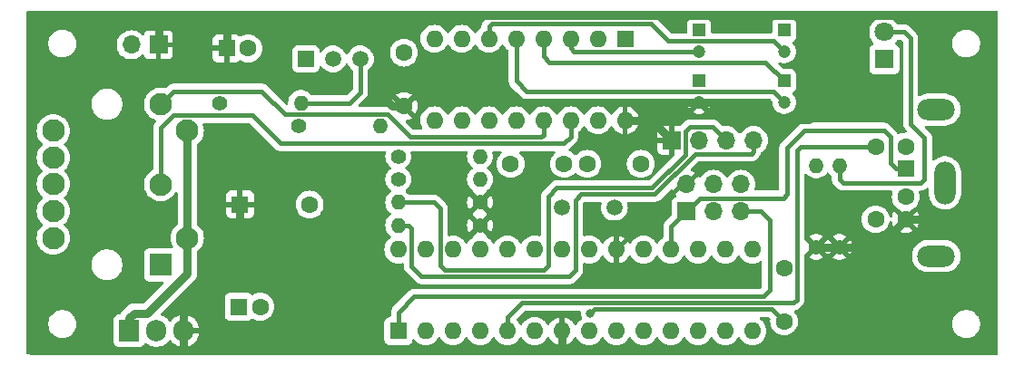
<source format=gbr>
%TF.GenerationSoftware,KiCad,Pcbnew,8.0.1*%
%TF.CreationDate,2024-05-13T00:47:24+01:00*%
%TF.ProjectId,TIMPS2Key,54494d50-5332-44b6-9579-2e6b69636164,rev?*%
%TF.SameCoordinates,Original*%
%TF.FileFunction,Copper,L1,Top*%
%TF.FilePolarity,Positive*%
%FSLAX46Y46*%
G04 Gerber Fmt 4.6, Leading zero omitted, Abs format (unit mm)*
G04 Created by KiCad (PCBNEW 8.0.1) date 2024-05-13 00:47:24*
%MOMM*%
%LPD*%
G01*
G04 APERTURE LIST*
%TA.AperFunction,ComponentPad*%
%ADD10R,1.200000X1.200000*%
%TD*%
%TA.AperFunction,ComponentPad*%
%ADD11C,1.200000*%
%TD*%
%TA.AperFunction,ComponentPad*%
%ADD12R,2.100000X2.100000*%
%TD*%
%TA.AperFunction,ComponentPad*%
%ADD13C,2.100000*%
%TD*%
%TA.AperFunction,ComponentPad*%
%ADD14R,1.600000X1.600000*%
%TD*%
%TA.AperFunction,ComponentPad*%
%ADD15C,1.600000*%
%TD*%
%TA.AperFunction,ComponentPad*%
%ADD16O,3.500000X2.000000*%
%TD*%
%TA.AperFunction,ComponentPad*%
%ADD17O,2.000000X4.000000*%
%TD*%
%TA.AperFunction,ComponentPad*%
%ADD18C,1.400000*%
%TD*%
%TA.AperFunction,ComponentPad*%
%ADD19O,1.400000X1.400000*%
%TD*%
%TA.AperFunction,ComponentPad*%
%ADD20C,1.500000*%
%TD*%
%TA.AperFunction,ComponentPad*%
%ADD21O,1.600000X1.600000*%
%TD*%
%TA.AperFunction,ComponentPad*%
%ADD22R,1.700000X1.700000*%
%TD*%
%TA.AperFunction,ComponentPad*%
%ADD23O,1.700000X1.700000*%
%TD*%
%TA.AperFunction,ComponentPad*%
%ADD24R,1.800000X1.800000*%
%TD*%
%TA.AperFunction,ComponentPad*%
%ADD25C,1.800000*%
%TD*%
%TA.AperFunction,ComponentPad*%
%ADD26R,1.500000X1.500000*%
%TD*%
%TA.AperFunction,ComponentPad*%
%ADD27R,1.905000X2.000000*%
%TD*%
%TA.AperFunction,ComponentPad*%
%ADD28O,1.905000X2.000000*%
%TD*%
%TA.AperFunction,ViaPad*%
%ADD29C,0.800000*%
%TD*%
%TA.AperFunction,Conductor*%
%ADD30C,0.400000*%
%TD*%
%TA.AperFunction,Conductor*%
%ADD31C,0.800000*%
%TD*%
G04 APERTURE END LIST*
D10*
%TO.P,C8,1*%
%TO.N,Net-(U2-C2+)*%
X151350000Y-53290000D03*
D11*
%TO.P,C8,2*%
%TO.N,Net-(U2-C2-)*%
X151350000Y-55290000D03*
%TD*%
D12*
%TO.P,J1,1*%
%TO.N,GND*%
X93200000Y-70480000D03*
D13*
%TO.P,J1,2*%
%TO.N,S_TX*%
X93200000Y-62975000D03*
%TO.P,J1,3*%
%TO.N,S_RX*%
X93200000Y-55470000D03*
%TO.P,J1,4*%
%TO.N,+12V*%
X95690000Y-67980000D03*
%TO.P,J1,5*%
X95690000Y-57970000D03*
%TO.P,J1,G*%
%TO.N,GND*%
X83193200Y-67980000D03*
X83193200Y-65475000D03*
X83193200Y-62924200D03*
X83193200Y-60475000D03*
X83193200Y-57970000D03*
%TD*%
D14*
%TO.P,J2,1*%
%TO.N,ADMISO*%
X162700000Y-61530000D03*
D15*
%TO.P,J2,2*%
%TO.N,unconnected-(J2-Pad2)*%
X162700000Y-64130000D03*
%TO.P,J2,3*%
%TO.N,GND*%
X162700000Y-59430000D03*
%TO.P,J2,4*%
%TO.N,+5V*%
X162700000Y-66230000D03*
%TO.P,J2,5*%
%TO.N,PS2-CLK*%
X159900000Y-59430000D03*
%TO.P,J2,6*%
%TO.N,unconnected-(J2-Pad6)*%
X159900000Y-66230000D03*
D16*
%TO.P,J2,7*%
%TO.N,GND*%
X165550000Y-69680000D03*
D17*
X166350000Y-62830000D03*
D16*
X165550000Y-55980000D03*
%TD*%
D18*
%TO.P,R2,1*%
%TO.N,GND*%
X98680000Y-55350000D03*
D19*
%TO.P,R2,2*%
%TO.N,Net-(Q1-E)*%
X106300000Y-55350000D03*
%TD*%
D15*
%TO.P,C2,1*%
%TO.N,Net-(U4-AREF)*%
X151350000Y-75770000D03*
%TO.P,C2,2*%
%TO.N,GND*%
X151350000Y-70770000D03*
%TD*%
D18*
%TO.P,R4,1*%
%TO.N,+5V*%
X122980000Y-66800000D03*
D19*
%TO.P,R4,2*%
%TO.N,N_SCL*%
X115360000Y-66800000D03*
%TD*%
D10*
%TO.P,C7,1*%
%TO.N,Net-(U2-C1+)*%
X143420000Y-48550000D03*
D11*
%TO.P,C7,2*%
%TO.N,Net-(U2-C1-)*%
X143420000Y-50550000D03*
%TD*%
D20*
%TO.P,Y1,1,1*%
%TO.N,Net-(U4-PB6)*%
X130640000Y-65100000D03*
%TO.P,Y1,2,2*%
%TO.N,Net-(U4-PB7)*%
X135520000Y-65100000D03*
%TD*%
D18*
%TO.P,R5,1*%
%TO.N,+5V*%
X122980000Y-64650000D03*
D19*
%TO.P,R5,2*%
%TO.N,N_SDA*%
X115360000Y-64650000D03*
%TD*%
D14*
%TO.P,U4,1,PC6*%
%TO.N,ADRESET*%
X115380000Y-76670000D03*
D21*
%TO.P,U4,2,PD0*%
%TO.N,/AD0*%
X117920000Y-76670000D03*
%TO.P,U4,3,PD1*%
%TO.N,/AD1*%
X120460000Y-76670000D03*
%TO.P,U4,4,PD2*%
%TO.N,/AD2*%
X123000000Y-76670000D03*
%TO.P,U4,5,PD3*%
%TO.N,PS2-CLK*%
X125540000Y-76670000D03*
%TO.P,U4,6,PD4*%
%TO.N,/AD4*%
X128080000Y-76670000D03*
%TO.P,U4,7,VCC*%
%TO.N,+5V*%
X130620000Y-76670000D03*
%TO.P,U4,8,GND*%
%TO.N,GND*%
X133160000Y-76670000D03*
%TO.P,U4,9,PB6*%
%TO.N,Net-(U4-PB6)*%
X135700000Y-76670000D03*
%TO.P,U4,10,PB7*%
%TO.N,Net-(U4-PB7)*%
X138240000Y-76670000D03*
%TO.P,U4,11,PD5*%
%TO.N,/AD5*%
X140780000Y-76670000D03*
%TO.P,U4,12,PD6*%
%TO.N,/AD6*%
X143320000Y-76670000D03*
%TO.P,U4,13,PD7*%
%TO.N,/AD7*%
X145860000Y-76670000D03*
%TO.P,U4,14,PB0*%
%TO.N,/AD8*%
X148400000Y-76670000D03*
%TO.P,U4,15,PB1*%
%TO.N,/AD9*%
X148400000Y-69050000D03*
%TO.P,U4,16,PB2*%
%TO.N,/AD10*%
X145860000Y-69050000D03*
%TO.P,U4,17,PB3*%
%TO.N,ADMOSI*%
X143320000Y-69050000D03*
%TO.P,U4,18,PB4*%
%TO.N,ADMISO*%
X140780000Y-69050000D03*
%TO.P,U4,19,PB5*%
%TO.N,ADSCK*%
X138240000Y-69050000D03*
%TO.P,U4,20,AVCC*%
%TO.N,+5V*%
X135700000Y-69050000D03*
%TO.P,U4,21,AREF*%
%TO.N,Net-(U4-AREF)*%
X133160000Y-69050000D03*
%TO.P,U4,22,GND*%
%TO.N,GND*%
X130620000Y-69050000D03*
%TO.P,U4,23,PC0*%
%TO.N,SOUND*%
X128080000Y-69050000D03*
%TO.P,U4,24,PC1*%
%TO.N,/AA1*%
X125540000Y-69050000D03*
%TO.P,U4,25,PC2*%
%TO.N,/AA2*%
X123000000Y-69050000D03*
%TO.P,U4,26,PC3*%
%TO.N,/AA3*%
X120460000Y-69050000D03*
%TO.P,U4,27,PC4*%
%TO.N,N_SDA*%
X117920000Y-69050000D03*
%TO.P,U4,28,PC5*%
%TO.N,N_SCL*%
X115380000Y-69050000D03*
%TD*%
D15*
%TO.P,C9,1*%
%TO.N,Net-(U4-PB6)*%
X130840000Y-61050000D03*
%TO.P,C9,2*%
%TO.N,GND*%
X125840000Y-61050000D03*
%TD*%
D22*
%TO.P,J4,1,Pin_1*%
%TO.N,+5V*%
X140880000Y-58850000D03*
D23*
%TO.P,J4,2,Pin_2*%
%TO.N,GND*%
X143420000Y-58850000D03*
%TO.P,J4,3,Pin_3*%
%TO.N,N_SDA*%
X145960000Y-58850000D03*
%TO.P,J4,4,Pin_4*%
%TO.N,N_SCL*%
X148500000Y-58850000D03*
%TD*%
D18*
%TO.P,R6,1*%
%TO.N,+5V*%
X154350000Y-68820000D03*
D19*
%TO.P,R6,2*%
%TO.N,ADRESET*%
X154350000Y-61200000D03*
%TD*%
D24*
%TO.P,D1,1,K*%
%TO.N,GND*%
X160700000Y-51275000D03*
D25*
%TO.P,D1,2,A*%
%TO.N,Net-(D1-A)*%
X160700000Y-48735000D03*
%TD*%
D15*
%TO.P,C4,1*%
%TO.N,GND*%
X115900000Y-50660000D03*
%TO.P,C4,2*%
%TO.N,+5V*%
X115900000Y-55660000D03*
%TD*%
D18*
%TO.P,R3,1*%
%TO.N,Net-(Q1-B)*%
X106090000Y-57550000D03*
D19*
%TO.P,R3,2*%
%TO.N,SOUND*%
X113710000Y-57550000D03*
%TD*%
D22*
%TO.P,J5,1,Pin_1*%
%TO.N,ADMISO*%
X142220000Y-65500000D03*
D23*
%TO.P,J5,2,Pin_2*%
%TO.N,+5V*%
X142220000Y-62960000D03*
%TO.P,J5,3,Pin_3*%
%TO.N,ADSCK*%
X144760000Y-65500000D03*
%TO.P,J5,4,Pin_4*%
%TO.N,ADMOSI*%
X144760000Y-62960000D03*
%TO.P,J5,5,Pin_5*%
%TO.N,ADRESET*%
X147300000Y-65500000D03*
%TO.P,J5,6,Pin_6*%
%TO.N,GND*%
X147300000Y-62960000D03*
%TD*%
D26*
%TO.P,Q1,1,C*%
%TO.N,Net-(BZ1--)*%
X106750000Y-51250000D03*
D20*
%TO.P,Q1,2,B*%
%TO.N,Net-(Q1-B)*%
X109290000Y-51250000D03*
%TO.P,Q1,3,E*%
%TO.N,Net-(Q1-E)*%
X111830000Y-51250000D03*
%TD*%
D22*
%TO.P,J3,1,Pin_1*%
%TO.N,+5V*%
X93000000Y-49930000D03*
D23*
%TO.P,J3,2,Pin_2*%
%TO.N,GND*%
X90460000Y-49930000D03*
%TD*%
D14*
%TO.P,BZ1,1,+*%
%TO.N,+5V*%
X100600000Y-64850000D03*
D15*
%TO.P,BZ1,2,-*%
%TO.N,Net-(BZ1--)*%
X107100000Y-64850000D03*
%TD*%
D14*
%TO.P,C1,1*%
%TO.N,+5V*%
X99370000Y-50260000D03*
D15*
%TO.P,C1,2*%
%TO.N,GND*%
X101370000Y-50260000D03*
%TD*%
D27*
%TO.P,U3,1,VI*%
%TO.N,+12V*%
X90280000Y-76650000D03*
D28*
%TO.P,U3,2,GND*%
%TO.N,GND*%
X92820000Y-76650000D03*
%TO.P,U3,3,VO*%
%TO.N,+5V*%
X95360000Y-76650000D03*
%TD*%
D10*
%TO.P,C5,1*%
%TO.N,Net-(U2-VS+)*%
X143420000Y-53290000D03*
D11*
%TO.P,C5,2*%
%TO.N,+5V*%
X143420000Y-55290000D03*
%TD*%
D14*
%TO.P,C3,1*%
%TO.N,+12V*%
X100500000Y-74400000D03*
D15*
%TO.P,C3,2*%
%TO.N,GND*%
X102500000Y-74400000D03*
%TD*%
D18*
%TO.P,R7,1*%
%TO.N,/AD0*%
X115370000Y-60350000D03*
D19*
%TO.P,R7,2*%
%TO.N,N_RX*%
X122990000Y-60350000D03*
%TD*%
D14*
%TO.P,U2,1,C1+*%
%TO.N,Net-(U2-C1+)*%
X136520000Y-49360000D03*
D21*
%TO.P,U2,2,VS+*%
%TO.N,Net-(U2-VS+)*%
X133980000Y-49360000D03*
%TO.P,U2,3,C1-*%
%TO.N,Net-(U2-C1-)*%
X131440000Y-49360000D03*
%TO.P,U2,4,C2+*%
%TO.N,Net-(U2-C2+)*%
X128900000Y-49360000D03*
%TO.P,U2,5,C2-*%
%TO.N,Net-(U2-C2-)*%
X126360000Y-49360000D03*
%TO.P,U2,6,VS-*%
%TO.N,Net-(U2-VS-)*%
X123820000Y-49360000D03*
%TO.P,U2,7,T2OUT*%
%TO.N,unconnected-(U2-T2OUT-Pad7)*%
X121280000Y-49360000D03*
%TO.P,U2,8,R2IN*%
%TO.N,GND*%
X118740000Y-49360000D03*
%TO.P,U2,9,R2OUT*%
%TO.N,unconnected-(U2-R2OUT-Pad9)*%
X118740000Y-56980000D03*
%TO.P,U2,10,T2IN*%
%TO.N,GND*%
X121280000Y-56980000D03*
%TO.P,U2,11,T1IN*%
%TO.N,N_TX*%
X123820000Y-56980000D03*
%TO.P,U2,12,R1OUT*%
%TO.N,N_RX*%
X126360000Y-56980000D03*
%TO.P,U2,13,R1IN*%
%TO.N,S_RX*%
X128900000Y-56980000D03*
%TO.P,U2,14,T1OUT*%
%TO.N,S_TX*%
X131440000Y-56980000D03*
%TO.P,U2,15,GND*%
%TO.N,GND*%
X133980000Y-56980000D03*
%TO.P,U2,16,VCC*%
%TO.N,+5V*%
X136520000Y-56980000D03*
%TD*%
D10*
%TO.P,C6,1*%
%TO.N,GND*%
X151350000Y-48550000D03*
D11*
%TO.P,C6,2*%
%TO.N,Net-(U2-VS-)*%
X151350000Y-50550000D03*
%TD*%
D15*
%TO.P,C10,1*%
%TO.N,Net-(U4-PB7)*%
X132990000Y-61050000D03*
%TO.P,C10,2*%
%TO.N,GND*%
X137990000Y-61050000D03*
%TD*%
D18*
%TO.P,R1,1*%
%TO.N,+5V*%
X156500000Y-68820000D03*
D19*
%TO.P,R1,2*%
%TO.N,Net-(D1-A)*%
X156500000Y-61200000D03*
%TD*%
D18*
%TO.P,R8,1*%
%TO.N,/AD1*%
X115370000Y-62500000D03*
D19*
%TO.P,R8,2*%
%TO.N,N_TX*%
X122990000Y-62500000D03*
%TD*%
D29*
%TO.N,Net-(U4-AREF)*%
X133300000Y-75000000D03*
%TD*%
D30*
%TO.N,+5V*%
X135700000Y-69050000D02*
X141790000Y-62960000D01*
D31*
X154350000Y-68820000D02*
X156500000Y-68820000D01*
X81100000Y-78530000D02*
X95300000Y-78530000D01*
X170890000Y-78530000D02*
X170890000Y-66400000D01*
X140700000Y-55290000D02*
X139010000Y-56980000D01*
X93000000Y-49930000D02*
X93000000Y-47150000D01*
X95300000Y-78530000D02*
X130550000Y-78530000D01*
X100600000Y-68750000D02*
X100600000Y-64850000D01*
X99370000Y-47180000D02*
X99340000Y-47150000D01*
X130620000Y-78460000D02*
X130550000Y-78530000D01*
X170890000Y-47150000D02*
X155000000Y-47150000D01*
X170890000Y-66400000D02*
X170890000Y-47150000D01*
X148290000Y-55290000D02*
X149950000Y-56950000D01*
X170720000Y-66230000D02*
X170890000Y-66400000D01*
X139010000Y-56980000D02*
X140880000Y-58850000D01*
D30*
X143980000Y-61200000D02*
X149450000Y-61200000D01*
D31*
X155000000Y-55600000D02*
X155000000Y-47150000D01*
X143420000Y-55290000D02*
X140700000Y-55290000D01*
X99340000Y-47150000D02*
X93000000Y-47150000D01*
D30*
X142220000Y-62960000D02*
X143980000Y-61200000D01*
D31*
X114760000Y-55660000D02*
X113750000Y-54650000D01*
X155000000Y-47150000D02*
X113750000Y-47150000D01*
X115900000Y-55660000D02*
X114760000Y-55660000D01*
D30*
X150550000Y-60100000D02*
X150550000Y-56950000D01*
D31*
X136520000Y-56980000D02*
X139010000Y-56980000D01*
X99370000Y-50260000D02*
X99370000Y-47180000D01*
X93000000Y-47150000D02*
X81100000Y-47150000D01*
X160110000Y-68820000D02*
X162700000Y-66230000D01*
X95360000Y-76650000D02*
X95360000Y-78470000D01*
X81100000Y-47150000D02*
X81100000Y-78530000D01*
X95360000Y-76650000D02*
X95360000Y-73990000D01*
X130620000Y-76670000D02*
X130620000Y-78460000D01*
X153650000Y-56950000D02*
X155000000Y-55600000D01*
X113750000Y-54650000D02*
X113750000Y-47150000D01*
X150550000Y-56950000D02*
X153650000Y-56950000D01*
X113750000Y-47150000D02*
X97850000Y-47150000D01*
X156500000Y-68820000D02*
X160110000Y-68820000D01*
X143420000Y-55290000D02*
X148290000Y-55290000D01*
X149950000Y-56950000D02*
X150550000Y-56950000D01*
D30*
X149450000Y-61200000D02*
X150550000Y-60100000D01*
D31*
X95360000Y-78470000D02*
X95300000Y-78530000D01*
D30*
X141790000Y-62960000D02*
X142220000Y-62960000D01*
D31*
X95360000Y-73990000D02*
X100600000Y-68750000D01*
X162700000Y-66230000D02*
X170720000Y-66230000D01*
X130550000Y-78530000D02*
X170890000Y-78530000D01*
%TO.N,+12V*%
X90280000Y-75470000D02*
X90280000Y-76650000D01*
X90750000Y-75000000D02*
X90280000Y-75470000D01*
X95690000Y-67980000D02*
X95690000Y-71290000D01*
X95690000Y-71290000D02*
X91980000Y-75000000D01*
X91980000Y-75000000D02*
X90750000Y-75000000D01*
X95690000Y-57970000D02*
X95690000Y-67980000D01*
D30*
%TO.N,Net-(U2-VS-)*%
X123820000Y-49360000D02*
X123820000Y-48228630D01*
X123820000Y-48228630D02*
X124098630Y-47950000D01*
X140550000Y-49550000D02*
X150350000Y-49550000D01*
X138950000Y-47950000D02*
X140550000Y-49550000D01*
X150350000Y-49550000D02*
X151350000Y-50550000D01*
X124098630Y-47950000D02*
X138950000Y-47950000D01*
%TO.N,Net-(U2-C1-)*%
X131440000Y-49360000D02*
X131440000Y-50260000D01*
X131440000Y-50260000D02*
X131740000Y-50560000D01*
X143420000Y-50550000D02*
X143410000Y-50560000D01*
X143410000Y-50560000D02*
X131740000Y-50560000D01*
%TO.N,Net-(U2-C2+)*%
X151350000Y-53290000D02*
X149610000Y-51550000D01*
X129450000Y-51550000D02*
X128900000Y-51000000D01*
X149610000Y-51550000D02*
X129450000Y-51550000D01*
X128900000Y-51000000D02*
X128900000Y-49360000D01*
%TO.N,Net-(U2-C2-)*%
X151350000Y-55290000D02*
X150350000Y-54290000D01*
X150350000Y-54290000D02*
X127340000Y-54290000D01*
X126360000Y-53310000D02*
X126360000Y-49360000D01*
X127340000Y-54290000D02*
X126360000Y-53310000D01*
%TO.N,Net-(D1-A)*%
X163150000Y-57300000D02*
X163150000Y-49300000D01*
X164450000Y-62500000D02*
X164450000Y-58600000D01*
X162585000Y-48735000D02*
X160700000Y-48735000D01*
X156850000Y-62850000D02*
X164100000Y-62850000D01*
X164450000Y-58600000D02*
X163150000Y-57300000D01*
X164100000Y-62850000D02*
X164450000Y-62500000D01*
X163150000Y-49300000D02*
X162585000Y-48735000D01*
X156500000Y-61200000D02*
X156500000Y-62500000D01*
X156500000Y-62500000D02*
X156850000Y-62850000D01*
%TO.N,S_TX*%
X104400000Y-59150000D02*
X101770000Y-56520000D01*
X131440000Y-58510000D02*
X130800000Y-59150000D01*
X94380000Y-56520000D02*
X93200000Y-57700000D01*
X131440000Y-56980000D02*
X131440000Y-58510000D01*
X101770000Y-56520000D02*
X94380000Y-56520000D01*
X93200000Y-57700000D02*
X93200000Y-62975000D01*
X130800000Y-59150000D02*
X104400000Y-59150000D01*
%TO.N,S_RX*%
X94420000Y-54250000D02*
X102650000Y-54250000D01*
X102650000Y-54250000D02*
X104850000Y-56450000D01*
X104850000Y-56450000D02*
X114418629Y-56450000D01*
X116518629Y-58550000D02*
X128700000Y-58550000D01*
X128900000Y-58350000D02*
X128900000Y-56980000D01*
X93200000Y-55470000D02*
X94420000Y-54250000D01*
X128700000Y-58550000D02*
X128900000Y-58350000D01*
X114418629Y-56450000D02*
X116518629Y-58550000D01*
%TO.N,Net-(U4-AREF)*%
X133650000Y-74650000D02*
X150230000Y-74650000D01*
X133300000Y-75000000D02*
X133650000Y-74650000D01*
X150230000Y-74650000D02*
X151350000Y-75770000D01*
%TO.N,PS2-CLK*%
X152550000Y-59800000D02*
X152920000Y-59430000D01*
X125540000Y-76670000D02*
X125540000Y-75410000D01*
X125540000Y-75410000D02*
X126900000Y-74050000D01*
X152250000Y-74050000D02*
X152550000Y-73750000D01*
X152920000Y-59430000D02*
X159900000Y-59430000D01*
X152550000Y-73750000D02*
X152550000Y-59800000D01*
X126900000Y-74050000D02*
X152250000Y-74050000D01*
%TO.N,Net-(BZ1--)*%
X106750000Y-51250000D02*
X106400000Y-51250000D01*
%TO.N,N_SCL*%
X116350000Y-66800000D02*
X116600000Y-67050000D01*
X148300000Y-60100000D02*
X148500000Y-59900000D01*
X143100000Y-60100000D02*
X148300000Y-60100000D01*
X115360000Y-66800000D02*
X116350000Y-66800000D01*
X131900000Y-71000000D02*
X131900000Y-64450000D01*
X116600000Y-67050000D02*
X116600000Y-70650000D01*
X148500000Y-59900000D02*
X148500000Y-58850000D01*
X131300000Y-71600000D02*
X131900000Y-71000000D01*
X132450000Y-63900000D02*
X139300000Y-63900000D01*
X139300000Y-63900000D02*
X143100000Y-60100000D01*
X131900000Y-64450000D02*
X132450000Y-63900000D01*
X117550000Y-71600000D02*
X131300000Y-71600000D01*
X116600000Y-70650000D02*
X117550000Y-71600000D01*
%TO.N,ADMISO*%
X142220000Y-65500000D02*
X143470000Y-64250000D01*
X161830000Y-61530000D02*
X162700000Y-61530000D01*
X140780000Y-66940000D02*
X142220000Y-65500000D01*
X143470000Y-64250000D02*
X151250000Y-64250000D01*
X151250000Y-64250000D02*
X151600000Y-63900000D01*
X161250000Y-60950000D02*
X161830000Y-61530000D01*
X151600000Y-59550000D02*
X153250000Y-57900000D01*
X151600000Y-63900000D02*
X151600000Y-59550000D01*
X161250000Y-58500000D02*
X161250000Y-60950000D01*
X140780000Y-69050000D02*
X140780000Y-66940000D01*
X153250000Y-57900000D02*
X160650000Y-57900000D01*
X160650000Y-57900000D02*
X161250000Y-58500000D01*
%TO.N,ADRESET*%
X150000000Y-72850000D02*
X150000000Y-66300000D01*
X150000000Y-66300000D02*
X149200000Y-65500000D01*
X116850000Y-73450000D02*
X149400000Y-73450000D01*
X115380000Y-76670000D02*
X115380000Y-74920000D01*
X149200000Y-65500000D02*
X147300000Y-65500000D01*
X149400000Y-73450000D02*
X150000000Y-72850000D01*
X115380000Y-74920000D02*
X116850000Y-73450000D01*
%TO.N,N_SDA*%
X129350000Y-70550000D02*
X129350000Y-64100000D01*
X119260000Y-70560000D02*
X119700000Y-71000000D01*
X118700000Y-64650000D02*
X119260000Y-65210000D01*
X139051472Y-63300000D02*
X142130000Y-60221472D01*
X142130000Y-60221472D02*
X142130000Y-58020000D01*
X142550000Y-57600000D02*
X144710000Y-57600000D01*
X130150000Y-63300000D02*
X139051472Y-63300000D01*
X142130000Y-58020000D02*
X142550000Y-57600000D01*
X128900000Y-71000000D02*
X129350000Y-70550000D01*
X144710000Y-57600000D02*
X145960000Y-58850000D01*
X119700000Y-71000000D02*
X128900000Y-71000000D01*
X119260000Y-65210000D02*
X119260000Y-70560000D01*
X129350000Y-64100000D02*
X130150000Y-63300000D01*
X115360000Y-64650000D02*
X118700000Y-64650000D01*
%TO.N,Net-(Q1-E)*%
X110850000Y-55350000D02*
X111830000Y-54370000D01*
X106300000Y-55350000D02*
X110850000Y-55350000D01*
X111830000Y-54370000D02*
X111830000Y-51250000D01*
%TD*%
%TA.AperFunction,Conductor*%
%TO.N,+5V*%
G36*
X132350087Y-74770185D02*
G01*
X132395842Y-74822989D01*
X132406368Y-74887457D01*
X132394540Y-75000000D01*
X132414326Y-75188256D01*
X132414327Y-75188259D01*
X132472820Y-75368283D01*
X132496290Y-75408935D01*
X132512761Y-75476835D01*
X132489909Y-75542862D01*
X132460025Y-75572509D01*
X132320859Y-75669953D01*
X132159954Y-75830858D01*
X132043834Y-75996697D01*
X132029432Y-76017266D01*
X132016533Y-76044929D01*
X132002106Y-76075867D01*
X131955933Y-76128306D01*
X131888739Y-76147457D01*
X131821858Y-76127241D01*
X131777342Y-76075865D01*
X131750135Y-76017520D01*
X131750134Y-76017518D01*
X131619657Y-75831179D01*
X131458820Y-75670342D01*
X131272482Y-75539865D01*
X131066328Y-75443734D01*
X130870000Y-75391127D01*
X130870000Y-76354314D01*
X130865606Y-76349920D01*
X130774394Y-76297259D01*
X130672661Y-76270000D01*
X130567339Y-76270000D01*
X130465606Y-76297259D01*
X130374394Y-76349920D01*
X130370000Y-76354314D01*
X130370000Y-75391127D01*
X130173671Y-75443734D01*
X129967517Y-75539865D01*
X129781179Y-75670342D01*
X129620342Y-75831179D01*
X129489867Y-76017515D01*
X129462657Y-76075867D01*
X129416484Y-76128306D01*
X129349290Y-76147457D01*
X129282409Y-76127241D01*
X129237893Y-76075865D01*
X129223467Y-76044929D01*
X129210568Y-76017266D01*
X129097274Y-75855464D01*
X129080045Y-75830858D01*
X128919141Y-75669954D01*
X128732734Y-75539432D01*
X128732732Y-75539431D01*
X128526497Y-75443261D01*
X128526488Y-75443258D01*
X128306697Y-75384366D01*
X128306693Y-75384365D01*
X128306692Y-75384365D01*
X128306691Y-75384364D01*
X128306686Y-75384364D01*
X128080002Y-75364532D01*
X128079998Y-75364532D01*
X127853313Y-75384364D01*
X127853302Y-75384366D01*
X127633511Y-75443258D01*
X127633502Y-75443261D01*
X127427267Y-75539431D01*
X127427265Y-75539432D01*
X127240858Y-75669954D01*
X127079954Y-75830858D01*
X126949432Y-76017265D01*
X126949431Y-76017267D01*
X126922382Y-76075275D01*
X126876209Y-76127714D01*
X126809016Y-76146866D01*
X126742135Y-76126650D01*
X126697618Y-76075275D01*
X126670568Y-76017266D01*
X126557274Y-75855464D01*
X126540045Y-75830858D01*
X126412602Y-75703415D01*
X126379117Y-75642092D01*
X126384101Y-75572400D01*
X126412600Y-75528055D01*
X127153837Y-74786819D01*
X127215160Y-74753334D01*
X127241518Y-74750500D01*
X132283048Y-74750500D01*
X132350087Y-74770185D01*
G37*
%TD.AperFunction*%
%TA.AperFunction,Conductor*%
G36*
X140895308Y-63397860D02*
G01*
X140951242Y-63439731D01*
X140964357Y-63461637D01*
X141046399Y-63637578D01*
X141181894Y-63831082D01*
X141303946Y-63953134D01*
X141337431Y-64014457D01*
X141332447Y-64084149D01*
X141290575Y-64140082D01*
X141259598Y-64156997D01*
X141127671Y-64206202D01*
X141127664Y-64206206D01*
X141012455Y-64292452D01*
X141012452Y-64292455D01*
X140926206Y-64407664D01*
X140926202Y-64407671D01*
X140875908Y-64542517D01*
X140869501Y-64602116D01*
X140869500Y-64602135D01*
X140869500Y-65808480D01*
X140849815Y-65875519D01*
X140833181Y-65896161D01*
X140235888Y-66493453D01*
X140235887Y-66493454D01*
X140159222Y-66608192D01*
X140106421Y-66735667D01*
X140106418Y-66735679D01*
X140079905Y-66868970D01*
X140079900Y-66868998D01*
X140079500Y-66871006D01*
X140079500Y-67888326D01*
X140059815Y-67955365D01*
X140026624Y-67989901D01*
X139940863Y-68049951D01*
X139779951Y-68210862D01*
X139649432Y-68397265D01*
X139649431Y-68397267D01*
X139622382Y-68455275D01*
X139576209Y-68507714D01*
X139509016Y-68526866D01*
X139442135Y-68506650D01*
X139397618Y-68455275D01*
X139370686Y-68397520D01*
X139370568Y-68397266D01*
X139240047Y-68210861D01*
X139240045Y-68210858D01*
X139079141Y-68049954D01*
X138892734Y-67919432D01*
X138892732Y-67919431D01*
X138686497Y-67823261D01*
X138686488Y-67823258D01*
X138466697Y-67764366D01*
X138466693Y-67764365D01*
X138466692Y-67764365D01*
X138466691Y-67764364D01*
X138466686Y-67764364D01*
X138240002Y-67744532D01*
X138239998Y-67744532D01*
X138013313Y-67764364D01*
X138013302Y-67764366D01*
X137793511Y-67823258D01*
X137793502Y-67823261D01*
X137587267Y-67919431D01*
X137587265Y-67919432D01*
X137400858Y-68049954D01*
X137239954Y-68210858D01*
X137118266Y-68384649D01*
X137109432Y-68397266D01*
X137109315Y-68397518D01*
X137082106Y-68455867D01*
X137035933Y-68508306D01*
X136968739Y-68527457D01*
X136901858Y-68507241D01*
X136857342Y-68455865D01*
X136830135Y-68397520D01*
X136830134Y-68397518D01*
X136699657Y-68211179D01*
X136538820Y-68050342D01*
X136352482Y-67919865D01*
X136146328Y-67823734D01*
X135950000Y-67771127D01*
X135950000Y-68734314D01*
X135945606Y-68729920D01*
X135854394Y-68677259D01*
X135752661Y-68650000D01*
X135647339Y-68650000D01*
X135545606Y-68677259D01*
X135454394Y-68729920D01*
X135450000Y-68734314D01*
X135450000Y-67771127D01*
X135253671Y-67823734D01*
X135047517Y-67919865D01*
X134861179Y-68050342D01*
X134700342Y-68211179D01*
X134569867Y-68397515D01*
X134542657Y-68455867D01*
X134496484Y-68508306D01*
X134429290Y-68527457D01*
X134362409Y-68507241D01*
X134317893Y-68455865D01*
X134290685Y-68397518D01*
X134290568Y-68397266D01*
X134160047Y-68210861D01*
X134160045Y-68210858D01*
X133999141Y-68049954D01*
X133812734Y-67919432D01*
X133812732Y-67919431D01*
X133606497Y-67823261D01*
X133606488Y-67823258D01*
X133386697Y-67764366D01*
X133386693Y-67764365D01*
X133386692Y-67764365D01*
X133386691Y-67764364D01*
X133386686Y-67764364D01*
X133160002Y-67744532D01*
X133159998Y-67744532D01*
X132933313Y-67764364D01*
X132933302Y-67764366D01*
X132756593Y-67811715D01*
X132686743Y-67810052D01*
X132628881Y-67770889D01*
X132601377Y-67706661D01*
X132600500Y-67691940D01*
X132600500Y-64791518D01*
X132620185Y-64724479D01*
X132636819Y-64703837D01*
X132703837Y-64636819D01*
X132765160Y-64603334D01*
X132791518Y-64600500D01*
X134197627Y-64600500D01*
X134264666Y-64620185D01*
X134310421Y-64672989D01*
X134320365Y-64742147D01*
X134317403Y-64756588D01*
X134292374Y-64849998D01*
X134283793Y-64882023D01*
X134283793Y-64882024D01*
X134264773Y-65099432D01*
X134264723Y-65100000D01*
X134283613Y-65315925D01*
X134283793Y-65317975D01*
X134283793Y-65317979D01*
X134340422Y-65529322D01*
X134340424Y-65529326D01*
X134340425Y-65529330D01*
X134386661Y-65628484D01*
X134432897Y-65727638D01*
X134432898Y-65727639D01*
X134558402Y-65906877D01*
X134713123Y-66061598D01*
X134892361Y-66187102D01*
X135090670Y-66279575D01*
X135302023Y-66336207D01*
X135484926Y-66352208D01*
X135519998Y-66355277D01*
X135520000Y-66355277D01*
X135520002Y-66355277D01*
X135548254Y-66352805D01*
X135737977Y-66336207D01*
X135949330Y-66279575D01*
X136147639Y-66187102D01*
X136326877Y-66061598D01*
X136481598Y-65906877D01*
X136607102Y-65727639D01*
X136699575Y-65529330D01*
X136756207Y-65317977D01*
X136775277Y-65100000D01*
X136775227Y-65099432D01*
X136767025Y-65005680D01*
X136756207Y-64882023D01*
X136722598Y-64756592D01*
X136724261Y-64686744D01*
X136763423Y-64628881D01*
X136827652Y-64601377D01*
X136842373Y-64600500D01*
X139368996Y-64600500D01*
X139489668Y-64576496D01*
X139504328Y-64573580D01*
X139579321Y-64542517D01*
X139631807Y-64520777D01*
X139631808Y-64520776D01*
X139631811Y-64520775D01*
X139746543Y-64444114D01*
X140764298Y-63426358D01*
X140825617Y-63392876D01*
X140895308Y-63397860D01*
G37*
%TD.AperFunction*%
%TA.AperFunction,Conductor*%
G36*
X171166138Y-46750679D02*
G01*
X171233154Y-46770437D01*
X171278851Y-46823292D01*
X171290000Y-46874679D01*
X171290000Y-78806000D01*
X171270315Y-78873039D01*
X171217511Y-78918794D01*
X171166000Y-78930000D01*
X170549748Y-78930000D01*
X80823863Y-78830975D01*
X80756845Y-78811216D01*
X80711149Y-78758362D01*
X80700000Y-78706975D01*
X80700000Y-77697870D01*
X88827000Y-77697870D01*
X88827001Y-77697876D01*
X88833408Y-77757483D01*
X88883702Y-77892328D01*
X88883706Y-77892335D01*
X88969952Y-78007544D01*
X88969955Y-78007547D01*
X89085164Y-78093793D01*
X89085171Y-78093797D01*
X89220017Y-78144091D01*
X89220016Y-78144091D01*
X89226944Y-78144835D01*
X89279627Y-78150500D01*
X91280372Y-78150499D01*
X91339983Y-78144091D01*
X91474831Y-78093796D01*
X91590046Y-78007546D01*
X91676296Y-77892331D01*
X91686690Y-77864460D01*
X91728560Y-77808527D01*
X91794023Y-77784108D01*
X91862297Y-77798958D01*
X91875746Y-77807465D01*
X92058462Y-77940217D01*
X92190599Y-78007544D01*
X92262244Y-78044049D01*
X92479751Y-78114721D01*
X92479752Y-78114721D01*
X92479755Y-78114722D01*
X92705646Y-78150500D01*
X92705647Y-78150500D01*
X92934353Y-78150500D01*
X92934354Y-78150500D01*
X93160245Y-78114722D01*
X93160248Y-78114721D01*
X93160249Y-78114721D01*
X93377755Y-78044049D01*
X93377755Y-78044048D01*
X93377758Y-78044048D01*
X93581538Y-77940217D01*
X93766566Y-77805786D01*
X93928286Y-77644066D01*
X93989992Y-77559134D01*
X94045319Y-77516470D01*
X94114932Y-77510491D01*
X94176727Y-77543096D01*
X94190626Y-77559135D01*
X94252097Y-77643741D01*
X94252097Y-77643742D01*
X94413757Y-77805402D01*
X94598723Y-77939788D01*
X94802429Y-78043582D01*
X95019871Y-78114234D01*
X95110000Y-78128509D01*
X95110000Y-77140747D01*
X95147708Y-77162518D01*
X95287591Y-77200000D01*
X95432409Y-77200000D01*
X95572292Y-77162518D01*
X95610000Y-77140747D01*
X95610000Y-78128508D01*
X95700128Y-78114234D01*
X95917570Y-78043582D01*
X96121276Y-77939788D01*
X96306242Y-77805402D01*
X96467902Y-77643742D01*
X96602288Y-77458776D01*
X96706082Y-77255070D01*
X96776734Y-77037628D01*
X96798532Y-76900000D01*
X95850748Y-76900000D01*
X95872518Y-76862292D01*
X95910000Y-76722409D01*
X95910000Y-76577591D01*
X95872518Y-76437708D01*
X95850748Y-76400000D01*
X96798532Y-76400000D01*
X96776734Y-76262371D01*
X96706082Y-76044929D01*
X96602288Y-75841223D01*
X96467902Y-75656257D01*
X96306242Y-75494597D01*
X96121276Y-75360211D01*
X95917568Y-75256417D01*
X95891263Y-75247870D01*
X99199500Y-75247870D01*
X99199501Y-75247876D01*
X99205908Y-75307483D01*
X99256202Y-75442328D01*
X99256206Y-75442335D01*
X99342452Y-75557544D01*
X99342455Y-75557547D01*
X99457664Y-75643793D01*
X99457671Y-75643797D01*
X99592517Y-75694091D01*
X99592516Y-75694091D01*
X99599444Y-75694835D01*
X99652127Y-75700500D01*
X101347872Y-75700499D01*
X101407483Y-75694091D01*
X101542331Y-75643796D01*
X101657546Y-75557546D01*
X101664051Y-75548856D01*
X101719982Y-75506984D01*
X101789673Y-75501997D01*
X101834442Y-75521589D01*
X101847264Y-75530567D01*
X101847266Y-75530568D01*
X102053504Y-75626739D01*
X102053510Y-75626740D01*
X102053511Y-75626741D01*
X102056982Y-75627671D01*
X102273308Y-75685635D01*
X102435230Y-75699801D01*
X102499998Y-75705468D01*
X102500000Y-75705468D01*
X102500002Y-75705468D01*
X102556807Y-75700498D01*
X102726692Y-75685635D01*
X102946496Y-75626739D01*
X103152734Y-75530568D01*
X103339139Y-75400047D01*
X103500047Y-75239139D01*
X103630568Y-75052734D01*
X103726739Y-74846496D01*
X103785635Y-74626692D01*
X103805468Y-74400000D01*
X103785635Y-74173308D01*
X103726739Y-73953504D01*
X103630568Y-73747266D01*
X103500047Y-73560861D01*
X103500045Y-73560858D01*
X103339141Y-73399954D01*
X103152734Y-73269432D01*
X103152732Y-73269431D01*
X102946497Y-73173261D01*
X102946488Y-73173258D01*
X102726697Y-73114366D01*
X102726693Y-73114365D01*
X102726692Y-73114365D01*
X102726691Y-73114364D01*
X102726686Y-73114364D01*
X102500002Y-73094532D01*
X102499998Y-73094532D01*
X102273313Y-73114364D01*
X102273302Y-73114366D01*
X102053511Y-73173258D01*
X102053502Y-73173261D01*
X101847267Y-73269431D01*
X101847262Y-73269434D01*
X101834435Y-73278415D01*
X101768227Y-73300738D01*
X101700461Y-73283722D01*
X101664052Y-73251145D01*
X101657546Y-73242454D01*
X101657545Y-73242453D01*
X101657544Y-73242452D01*
X101542335Y-73156206D01*
X101542328Y-73156202D01*
X101407482Y-73105908D01*
X101407483Y-73105908D01*
X101347883Y-73099501D01*
X101347881Y-73099500D01*
X101347873Y-73099500D01*
X101347864Y-73099500D01*
X99652129Y-73099500D01*
X99652123Y-73099501D01*
X99592516Y-73105908D01*
X99457671Y-73156202D01*
X99457664Y-73156206D01*
X99342455Y-73242452D01*
X99342452Y-73242455D01*
X99256206Y-73357664D01*
X99256202Y-73357671D01*
X99205908Y-73492517D01*
X99199501Y-73552116D01*
X99199500Y-73552135D01*
X99199500Y-75247870D01*
X95891263Y-75247870D01*
X95700124Y-75185765D01*
X95610000Y-75171490D01*
X95610000Y-76159252D01*
X95572292Y-76137482D01*
X95432409Y-76100000D01*
X95287591Y-76100000D01*
X95147708Y-76137482D01*
X95110000Y-76159252D01*
X95110000Y-75171490D01*
X95109999Y-75171490D01*
X95019875Y-75185765D01*
X94802431Y-75256417D01*
X94598723Y-75360211D01*
X94413757Y-75494597D01*
X94252097Y-75656257D01*
X94190627Y-75740864D01*
X94135297Y-75783529D01*
X94065684Y-75789508D01*
X94003889Y-75756902D01*
X93989991Y-75740864D01*
X93928286Y-75655934D01*
X93766566Y-75494214D01*
X93581538Y-75359783D01*
X93510350Y-75323511D01*
X93377755Y-75255950D01*
X93283234Y-75225239D01*
X93225559Y-75185802D01*
X93198360Y-75121443D01*
X93210274Y-75052597D01*
X93233868Y-75019630D01*
X96389463Y-71864036D01*
X96429359Y-71804328D01*
X96488013Y-71716547D01*
X96555894Y-71552666D01*
X96590500Y-71378691D01*
X96590500Y-69307106D01*
X96610185Y-69240067D01*
X96633965Y-69212818D01*
X96789759Y-69079759D01*
X96948259Y-68894179D01*
X97075777Y-68686089D01*
X97169172Y-68460612D01*
X97226146Y-68223302D01*
X97245294Y-67980000D01*
X97226146Y-67736698D01*
X97169172Y-67499388D01*
X97151507Y-67456741D01*
X97075777Y-67273910D01*
X96956991Y-67080070D01*
X96948261Y-67065825D01*
X96948261Y-67065823D01*
X96854011Y-66955471D01*
X96789759Y-66880241D01*
X96633968Y-66747183D01*
X96595775Y-66688676D01*
X96590500Y-66652893D01*
X96590500Y-65697844D01*
X99300000Y-65697844D01*
X99306401Y-65757372D01*
X99306403Y-65757379D01*
X99356645Y-65892086D01*
X99356649Y-65892093D01*
X99442809Y-66007187D01*
X99442812Y-66007190D01*
X99557906Y-66093350D01*
X99557913Y-66093354D01*
X99692620Y-66143596D01*
X99692627Y-66143598D01*
X99752155Y-66149999D01*
X99752172Y-66150000D01*
X100350000Y-66150000D01*
X100350000Y-65283012D01*
X100407007Y-65315925D01*
X100534174Y-65350000D01*
X100665826Y-65350000D01*
X100792993Y-65315925D01*
X100850000Y-65283012D01*
X100850000Y-66150000D01*
X101447828Y-66150000D01*
X101447844Y-66149999D01*
X101507372Y-66143598D01*
X101507379Y-66143596D01*
X101642086Y-66093354D01*
X101642093Y-66093350D01*
X101757187Y-66007190D01*
X101757190Y-66007187D01*
X101843350Y-65892093D01*
X101843354Y-65892086D01*
X101893596Y-65757379D01*
X101893598Y-65757372D01*
X101899999Y-65697844D01*
X101900000Y-65697827D01*
X101900000Y-65100000D01*
X101033012Y-65100000D01*
X101065925Y-65042993D01*
X101100000Y-64915826D01*
X101100000Y-64850001D01*
X105794532Y-64850001D01*
X105814364Y-65076686D01*
X105814366Y-65076697D01*
X105873258Y-65296488D01*
X105873261Y-65296497D01*
X105969431Y-65502732D01*
X105969432Y-65502734D01*
X106099954Y-65689141D01*
X106260858Y-65850045D01*
X106260861Y-65850047D01*
X106447266Y-65980568D01*
X106653504Y-66076739D01*
X106653509Y-66076740D01*
X106653511Y-66076741D01*
X106706415Y-66090916D01*
X106873308Y-66135635D01*
X107035230Y-66149801D01*
X107099998Y-66155468D01*
X107100000Y-66155468D01*
X107100002Y-66155468D01*
X107162511Y-66149999D01*
X107326692Y-66135635D01*
X107546496Y-66076739D01*
X107752734Y-65980568D01*
X107939139Y-65850047D01*
X108100047Y-65689139D01*
X108230568Y-65502734D01*
X108326739Y-65296496D01*
X108385635Y-65076692D01*
X108405468Y-64850000D01*
X108401086Y-64799919D01*
X108398374Y-64768911D01*
X108385635Y-64623308D01*
X108333427Y-64428464D01*
X108326741Y-64403511D01*
X108326738Y-64403502D01*
X108304907Y-64356686D01*
X108230568Y-64197266D01*
X108114153Y-64031006D01*
X108100045Y-64010858D01*
X107939141Y-63849954D01*
X107752734Y-63719432D01*
X107752732Y-63719431D01*
X107546497Y-63623261D01*
X107546488Y-63623258D01*
X107326697Y-63564366D01*
X107326693Y-63564365D01*
X107326692Y-63564365D01*
X107326691Y-63564364D01*
X107326686Y-63564364D01*
X107100002Y-63544532D01*
X107099998Y-63544532D01*
X106873313Y-63564364D01*
X106873302Y-63564366D01*
X106653511Y-63623258D01*
X106653502Y-63623261D01*
X106447267Y-63719431D01*
X106447265Y-63719432D01*
X106260858Y-63849954D01*
X106099954Y-64010858D01*
X105969432Y-64197265D01*
X105969431Y-64197267D01*
X105873261Y-64403502D01*
X105873258Y-64403511D01*
X105814366Y-64623302D01*
X105814364Y-64623313D01*
X105794532Y-64849998D01*
X105794532Y-64850001D01*
X101100000Y-64850001D01*
X101100000Y-64784174D01*
X101065925Y-64657007D01*
X101033012Y-64600000D01*
X101900000Y-64600000D01*
X101900000Y-64002172D01*
X101899999Y-64002155D01*
X101893598Y-63942627D01*
X101893596Y-63942620D01*
X101843354Y-63807913D01*
X101843350Y-63807906D01*
X101757190Y-63692812D01*
X101757187Y-63692809D01*
X101642093Y-63606649D01*
X101642086Y-63606645D01*
X101507379Y-63556403D01*
X101507372Y-63556401D01*
X101447844Y-63550000D01*
X100850000Y-63550000D01*
X100850000Y-64416988D01*
X100792993Y-64384075D01*
X100665826Y-64350000D01*
X100534174Y-64350000D01*
X100407007Y-64384075D01*
X100350000Y-64416988D01*
X100350000Y-63550000D01*
X99752155Y-63550000D01*
X99692627Y-63556401D01*
X99692620Y-63556403D01*
X99557913Y-63606645D01*
X99557906Y-63606649D01*
X99442812Y-63692809D01*
X99442809Y-63692812D01*
X99356649Y-63807906D01*
X99356645Y-63807913D01*
X99306403Y-63942620D01*
X99306401Y-63942627D01*
X99300000Y-64002155D01*
X99300000Y-64600000D01*
X100166988Y-64600000D01*
X100134075Y-64657007D01*
X100100000Y-64784174D01*
X100100000Y-64915826D01*
X100134075Y-65042993D01*
X100166988Y-65100000D01*
X99300000Y-65100000D01*
X99300000Y-65697844D01*
X96590500Y-65697844D01*
X96590500Y-59297106D01*
X96610185Y-59230067D01*
X96633965Y-59202818D01*
X96789759Y-59069759D01*
X96948259Y-58884179D01*
X97075777Y-58676089D01*
X97169172Y-58450612D01*
X97226146Y-58213302D01*
X97245294Y-57970000D01*
X97226146Y-57726698D01*
X97169172Y-57489388D01*
X97169169Y-57489380D01*
X97169169Y-57489378D01*
X97169168Y-57489376D01*
X97128814Y-57391952D01*
X97121345Y-57322483D01*
X97152620Y-57260004D01*
X97212709Y-57224352D01*
X97243375Y-57220500D01*
X101428481Y-57220500D01*
X101495520Y-57240185D01*
X101516162Y-57256819D01*
X103953453Y-59694111D01*
X103953454Y-59694112D01*
X104068192Y-59770777D01*
X104194902Y-59823261D01*
X104195672Y-59823580D01*
X104195676Y-59823580D01*
X104195677Y-59823581D01*
X104331003Y-59850500D01*
X104331006Y-59850500D01*
X104331007Y-59850500D01*
X114099770Y-59850500D01*
X114166809Y-59870185D01*
X114212564Y-59922989D01*
X114222508Y-59992147D01*
X114219036Y-60008434D01*
X114184885Y-60128461D01*
X114184884Y-60128464D01*
X114164357Y-60349999D01*
X114164357Y-60350000D01*
X114184884Y-60571535D01*
X114184885Y-60571537D01*
X114245769Y-60785523D01*
X114245775Y-60785538D01*
X114344938Y-60984683D01*
X114344943Y-60984691D01*
X114479020Y-61162238D01*
X114643435Y-61312122D01*
X114655470Y-61319574D01*
X114702104Y-61371603D01*
X114713207Y-61440585D01*
X114685252Y-61504619D01*
X114655470Y-61530426D01*
X114643435Y-61537877D01*
X114479020Y-61687761D01*
X114344943Y-61865308D01*
X114344938Y-61865316D01*
X114245775Y-62064461D01*
X114245769Y-62064476D01*
X114184885Y-62278462D01*
X114184884Y-62278464D01*
X114164357Y-62499999D01*
X114164357Y-62500000D01*
X114184884Y-62721535D01*
X114184885Y-62721537D01*
X114245769Y-62935523D01*
X114245775Y-62935538D01*
X114344938Y-63134683D01*
X114344943Y-63134691D01*
X114479020Y-63312238D01*
X114643435Y-63462122D01*
X114650470Y-63466478D01*
X114697104Y-63518507D01*
X114708207Y-63587489D01*
X114680252Y-63651523D01*
X114650470Y-63677330D01*
X114633435Y-63687877D01*
X114469020Y-63837761D01*
X114334943Y-64015308D01*
X114334938Y-64015316D01*
X114235775Y-64214461D01*
X114235769Y-64214476D01*
X114174885Y-64428462D01*
X114174884Y-64428464D01*
X114154357Y-64649999D01*
X114154357Y-64650000D01*
X114174884Y-64871535D01*
X114174885Y-64871537D01*
X114235769Y-65085523D01*
X114235775Y-65085538D01*
X114334938Y-65284683D01*
X114334943Y-65284691D01*
X114469020Y-65462238D01*
X114633435Y-65612122D01*
X114645470Y-65619574D01*
X114692104Y-65671603D01*
X114703207Y-65740585D01*
X114675252Y-65804619D01*
X114645470Y-65830426D01*
X114633435Y-65837877D01*
X114469020Y-65987761D01*
X114334943Y-66165308D01*
X114334938Y-66165316D01*
X114235775Y-66364461D01*
X114235769Y-66364476D01*
X114174885Y-66578462D01*
X114174885Y-66578463D01*
X114154357Y-66799999D01*
X114154357Y-66800000D01*
X114174884Y-67021535D01*
X114174885Y-67021537D01*
X114235769Y-67235523D01*
X114235775Y-67235538D01*
X114334938Y-67434683D01*
X114334943Y-67434691D01*
X114469020Y-67612238D01*
X114633437Y-67762123D01*
X114633441Y-67762126D01*
X114642461Y-67767711D01*
X114689099Y-67819737D01*
X114700206Y-67888718D01*
X114672255Y-67952753D01*
X114648312Y-67974715D01*
X114540856Y-68049956D01*
X114379954Y-68210858D01*
X114249432Y-68397265D01*
X114249431Y-68397267D01*
X114153261Y-68603502D01*
X114153258Y-68603511D01*
X114094366Y-68823302D01*
X114094364Y-68823313D01*
X114074532Y-69049998D01*
X114074532Y-69050001D01*
X114094364Y-69276686D01*
X114094366Y-69276697D01*
X114153258Y-69496488D01*
X114153261Y-69496497D01*
X114249431Y-69702732D01*
X114249432Y-69702734D01*
X114379954Y-69889141D01*
X114540858Y-70050045D01*
X114540861Y-70050047D01*
X114727266Y-70180568D01*
X114933504Y-70276739D01*
X114933509Y-70276740D01*
X114933511Y-70276741D01*
X114971888Y-70287024D01*
X115153308Y-70335635D01*
X115315230Y-70349801D01*
X115379998Y-70355468D01*
X115380000Y-70355468D01*
X115380002Y-70355468D01*
X115436673Y-70350509D01*
X115606692Y-70335635D01*
X115743408Y-70299002D01*
X115813256Y-70300665D01*
X115871119Y-70339827D01*
X115898623Y-70404056D01*
X115899500Y-70418777D01*
X115899500Y-70581006D01*
X115899500Y-70718994D01*
X115899500Y-70718996D01*
X115899499Y-70718996D01*
X115926418Y-70854322D01*
X115926421Y-70854332D01*
X115979222Y-70981807D01*
X116055887Y-71096545D01*
X117103454Y-72144112D01*
X117218192Y-72220777D01*
X117345667Y-72273578D01*
X117345672Y-72273580D01*
X117345676Y-72273580D01*
X117345677Y-72273581D01*
X117481003Y-72300500D01*
X117481006Y-72300500D01*
X131368996Y-72300500D01*
X131460040Y-72282389D01*
X131504328Y-72273580D01*
X131595774Y-72235702D01*
X131631807Y-72220777D01*
X131631808Y-72220776D01*
X131631811Y-72220775D01*
X131746543Y-72144114D01*
X132444114Y-71446543D01*
X132520775Y-71331811D01*
X132573580Y-71204329D01*
X132585669Y-71143553D01*
X132592502Y-71109203D01*
X132592502Y-71109199D01*
X132600500Y-71068993D01*
X132600500Y-70408059D01*
X132620185Y-70341020D01*
X132672989Y-70295265D01*
X132742147Y-70285321D01*
X132756580Y-70288281D01*
X132933308Y-70335635D01*
X133095230Y-70349801D01*
X133159998Y-70355468D01*
X133160000Y-70355468D01*
X133160002Y-70355468D01*
X133216673Y-70350509D01*
X133386692Y-70335635D01*
X133606496Y-70276739D01*
X133812734Y-70180568D01*
X133999139Y-70050047D01*
X134160047Y-69889139D01*
X134290568Y-69702734D01*
X134317895Y-69644129D01*
X134364064Y-69591695D01*
X134431257Y-69572542D01*
X134498139Y-69592757D01*
X134542657Y-69644133D01*
X134569865Y-69702482D01*
X134700342Y-69888820D01*
X134861179Y-70049657D01*
X135047517Y-70180134D01*
X135253673Y-70276265D01*
X135253682Y-70276269D01*
X135449999Y-70328872D01*
X135450000Y-70328871D01*
X135450000Y-69365686D01*
X135454394Y-69370080D01*
X135545606Y-69422741D01*
X135647339Y-69450000D01*
X135752661Y-69450000D01*
X135854394Y-69422741D01*
X135945606Y-69370080D01*
X135950000Y-69365686D01*
X135950000Y-70328872D01*
X136146317Y-70276269D01*
X136146326Y-70276265D01*
X136352482Y-70180134D01*
X136538820Y-70049657D01*
X136699657Y-69888820D01*
X136830132Y-69702484D01*
X136857341Y-69644134D01*
X136903513Y-69591695D01*
X136970707Y-69572542D01*
X137037588Y-69592757D01*
X137082106Y-69644133D01*
X137109431Y-69702732D01*
X137109432Y-69702734D01*
X137239954Y-69889141D01*
X137400858Y-70050045D01*
X137400861Y-70050047D01*
X137587266Y-70180568D01*
X137793504Y-70276739D01*
X137793509Y-70276740D01*
X137793511Y-70276741D01*
X137831888Y-70287024D01*
X138013308Y-70335635D01*
X138175230Y-70349801D01*
X138239998Y-70355468D01*
X138240000Y-70355468D01*
X138240002Y-70355468D01*
X138296673Y-70350509D01*
X138466692Y-70335635D01*
X138686496Y-70276739D01*
X138892734Y-70180568D01*
X139079139Y-70050047D01*
X139240047Y-69889139D01*
X139370568Y-69702734D01*
X139397618Y-69644724D01*
X139443790Y-69592285D01*
X139510983Y-69573133D01*
X139577865Y-69593348D01*
X139622382Y-69644725D01*
X139649429Y-69702728D01*
X139649432Y-69702734D01*
X139779954Y-69889141D01*
X139940858Y-70050045D01*
X139940861Y-70050047D01*
X140127266Y-70180568D01*
X140333504Y-70276739D01*
X140333509Y-70276740D01*
X140333511Y-70276741D01*
X140371888Y-70287024D01*
X140553308Y-70335635D01*
X140715230Y-70349801D01*
X140779998Y-70355468D01*
X140780000Y-70355468D01*
X140780002Y-70355468D01*
X140836673Y-70350509D01*
X141006692Y-70335635D01*
X141226496Y-70276739D01*
X141432734Y-70180568D01*
X141619139Y-70050047D01*
X141780047Y-69889139D01*
X141910568Y-69702734D01*
X141937618Y-69644724D01*
X141983790Y-69592285D01*
X142050983Y-69573133D01*
X142117865Y-69593348D01*
X142162382Y-69644725D01*
X142189429Y-69702728D01*
X142189432Y-69702734D01*
X142319954Y-69889141D01*
X142480858Y-70050045D01*
X142480861Y-70050047D01*
X142667266Y-70180568D01*
X142873504Y-70276739D01*
X142873509Y-70276740D01*
X142873511Y-70276741D01*
X142911888Y-70287024D01*
X143093308Y-70335635D01*
X143255230Y-70349801D01*
X143319998Y-70355468D01*
X143320000Y-70355468D01*
X143320002Y-70355468D01*
X143376673Y-70350509D01*
X143546692Y-70335635D01*
X143766496Y-70276739D01*
X143972734Y-70180568D01*
X144159139Y-70050047D01*
X144320047Y-69889139D01*
X144450568Y-69702734D01*
X144477618Y-69644724D01*
X144523790Y-69592285D01*
X144590983Y-69573133D01*
X144657865Y-69593348D01*
X144702382Y-69644725D01*
X144729429Y-69702728D01*
X144729432Y-69702734D01*
X144859954Y-69889141D01*
X145020858Y-70050045D01*
X145020861Y-70050047D01*
X145207266Y-70180568D01*
X145413504Y-70276739D01*
X145413509Y-70276740D01*
X145413511Y-70276741D01*
X145451888Y-70287024D01*
X145633308Y-70335635D01*
X145795230Y-70349801D01*
X145859998Y-70355468D01*
X145860000Y-70355468D01*
X145860002Y-70355468D01*
X145916673Y-70350509D01*
X146086692Y-70335635D01*
X146306496Y-70276739D01*
X146512734Y-70180568D01*
X146699139Y-70050047D01*
X146860047Y-69889139D01*
X146990568Y-69702734D01*
X147017618Y-69644724D01*
X147063790Y-69592285D01*
X147130983Y-69573133D01*
X147197865Y-69593348D01*
X147242382Y-69644725D01*
X147269429Y-69702728D01*
X147269432Y-69702734D01*
X147399954Y-69889141D01*
X147560858Y-70050045D01*
X147560861Y-70050047D01*
X147747266Y-70180568D01*
X147953504Y-70276739D01*
X147953509Y-70276740D01*
X147953511Y-70276741D01*
X147991888Y-70287024D01*
X148173308Y-70335635D01*
X148335230Y-70349801D01*
X148399998Y-70355468D01*
X148400000Y-70355468D01*
X148400002Y-70355468D01*
X148456673Y-70350509D01*
X148626692Y-70335635D01*
X148846496Y-70276739D01*
X149052734Y-70180568D01*
X149104378Y-70144406D01*
X149170583Y-70122080D01*
X149238350Y-70139090D01*
X149286163Y-70190038D01*
X149299500Y-70245982D01*
X149299500Y-72508481D01*
X149279815Y-72575520D01*
X149263181Y-72596162D01*
X149146162Y-72713181D01*
X149084839Y-72746666D01*
X149058481Y-72749500D01*
X116781004Y-72749500D01*
X116645677Y-72776418D01*
X116645667Y-72776421D01*
X116518192Y-72829222D01*
X116403454Y-72905887D01*
X114835888Y-74473453D01*
X114835882Y-74473461D01*
X114764023Y-74581007D01*
X114764023Y-74581009D01*
X114759223Y-74588191D01*
X114759222Y-74588193D01*
X114706421Y-74715667D01*
X114706418Y-74715677D01*
X114679500Y-74851004D01*
X114679500Y-75245500D01*
X114659815Y-75312539D01*
X114607011Y-75358294D01*
X114555505Y-75369500D01*
X114532132Y-75369500D01*
X114532123Y-75369501D01*
X114472516Y-75375908D01*
X114337671Y-75426202D01*
X114337664Y-75426206D01*
X114222455Y-75512452D01*
X114222452Y-75512455D01*
X114136206Y-75627664D01*
X114136202Y-75627671D01*
X114085908Y-75762517D01*
X114079501Y-75822116D01*
X114079500Y-75822135D01*
X114079500Y-77517870D01*
X114079501Y-77517876D01*
X114085908Y-77577483D01*
X114136202Y-77712328D01*
X114136206Y-77712335D01*
X114222452Y-77827544D01*
X114222455Y-77827547D01*
X114337664Y-77913793D01*
X114337671Y-77913797D01*
X114472517Y-77964091D01*
X114472516Y-77964091D01*
X114479444Y-77964835D01*
X114532127Y-77970500D01*
X116227872Y-77970499D01*
X116287483Y-77964091D01*
X116422331Y-77913796D01*
X116537546Y-77827546D01*
X116623796Y-77712331D01*
X116674091Y-77577483D01*
X116677862Y-77542401D01*
X116704599Y-77477855D01*
X116761990Y-77438006D01*
X116831816Y-77435511D01*
X116891905Y-77471163D01*
X116902726Y-77484536D01*
X116919956Y-77509143D01*
X117080858Y-77670045D01*
X117080861Y-77670047D01*
X117267266Y-77800568D01*
X117473504Y-77896739D01*
X117693308Y-77955635D01*
X117855230Y-77969801D01*
X117919998Y-77975468D01*
X117920000Y-77975468D01*
X117920002Y-77975468D01*
X117976807Y-77970498D01*
X118146692Y-77955635D01*
X118366496Y-77896739D01*
X118572734Y-77800568D01*
X118759139Y-77670047D01*
X118920047Y-77509139D01*
X119050568Y-77322734D01*
X119077618Y-77264724D01*
X119123790Y-77212285D01*
X119190983Y-77193133D01*
X119257865Y-77213348D01*
X119302381Y-77264724D01*
X119316517Y-77295038D01*
X119329429Y-77322728D01*
X119329432Y-77322734D01*
X119459954Y-77509141D01*
X119620858Y-77670045D01*
X119620861Y-77670047D01*
X119807266Y-77800568D01*
X120013504Y-77896739D01*
X120233308Y-77955635D01*
X120395230Y-77969801D01*
X120459998Y-77975468D01*
X120460000Y-77975468D01*
X120460002Y-77975468D01*
X120516807Y-77970498D01*
X120686692Y-77955635D01*
X120906496Y-77896739D01*
X121112734Y-77800568D01*
X121299139Y-77670047D01*
X121460047Y-77509139D01*
X121590568Y-77322734D01*
X121617618Y-77264724D01*
X121663790Y-77212285D01*
X121730983Y-77193133D01*
X121797865Y-77213348D01*
X121842381Y-77264724D01*
X121856517Y-77295038D01*
X121869429Y-77322728D01*
X121869432Y-77322734D01*
X121999954Y-77509141D01*
X122160858Y-77670045D01*
X122160861Y-77670047D01*
X122347266Y-77800568D01*
X122553504Y-77896739D01*
X122773308Y-77955635D01*
X122935230Y-77969801D01*
X122999998Y-77975468D01*
X123000000Y-77975468D01*
X123000002Y-77975468D01*
X123056807Y-77970498D01*
X123226692Y-77955635D01*
X123446496Y-77896739D01*
X123652734Y-77800568D01*
X123839139Y-77670047D01*
X124000047Y-77509139D01*
X124130568Y-77322734D01*
X124157618Y-77264724D01*
X124203790Y-77212285D01*
X124270983Y-77193133D01*
X124337865Y-77213348D01*
X124382381Y-77264724D01*
X124396517Y-77295038D01*
X124409429Y-77322728D01*
X124409432Y-77322734D01*
X124539954Y-77509141D01*
X124700858Y-77670045D01*
X124700861Y-77670047D01*
X124887266Y-77800568D01*
X125093504Y-77896739D01*
X125313308Y-77955635D01*
X125475230Y-77969801D01*
X125539998Y-77975468D01*
X125540000Y-77975468D01*
X125540002Y-77975468D01*
X125596807Y-77970498D01*
X125766692Y-77955635D01*
X125986496Y-77896739D01*
X126192734Y-77800568D01*
X126379139Y-77670047D01*
X126540047Y-77509139D01*
X126670568Y-77322734D01*
X126697618Y-77264724D01*
X126743790Y-77212285D01*
X126810983Y-77193133D01*
X126877865Y-77213348D01*
X126922381Y-77264724D01*
X126936517Y-77295038D01*
X126949429Y-77322728D01*
X126949432Y-77322734D01*
X127079954Y-77509141D01*
X127240858Y-77670045D01*
X127240861Y-77670047D01*
X127427266Y-77800568D01*
X127633504Y-77896739D01*
X127853308Y-77955635D01*
X128015230Y-77969801D01*
X128079998Y-77975468D01*
X128080000Y-77975468D01*
X128080002Y-77975468D01*
X128136807Y-77970498D01*
X128306692Y-77955635D01*
X128526496Y-77896739D01*
X128732734Y-77800568D01*
X128919139Y-77670047D01*
X129080047Y-77509139D01*
X129210568Y-77322734D01*
X129237895Y-77264129D01*
X129284064Y-77211695D01*
X129351257Y-77192542D01*
X129418139Y-77212757D01*
X129462657Y-77264133D01*
X129489865Y-77322482D01*
X129620342Y-77508820D01*
X129781179Y-77669657D01*
X129967517Y-77800134D01*
X130173673Y-77896265D01*
X130173682Y-77896269D01*
X130369999Y-77948872D01*
X130370000Y-77948871D01*
X130370000Y-76985686D01*
X130374394Y-76990080D01*
X130465606Y-77042741D01*
X130567339Y-77070000D01*
X130672661Y-77070000D01*
X130774394Y-77042741D01*
X130865606Y-76990080D01*
X130870000Y-76985686D01*
X130870000Y-77948872D01*
X131066317Y-77896269D01*
X131066326Y-77896265D01*
X131272482Y-77800134D01*
X131458820Y-77669657D01*
X131619657Y-77508820D01*
X131750132Y-77322484D01*
X131777341Y-77264134D01*
X131823513Y-77211695D01*
X131890707Y-77192542D01*
X131957588Y-77212757D01*
X132002105Y-77264132D01*
X132023727Y-77310500D01*
X132029431Y-77322732D01*
X132029432Y-77322734D01*
X132159954Y-77509141D01*
X132320858Y-77670045D01*
X132320861Y-77670047D01*
X132507266Y-77800568D01*
X132713504Y-77896739D01*
X132933308Y-77955635D01*
X133095230Y-77969801D01*
X133159998Y-77975468D01*
X133160000Y-77975468D01*
X133160002Y-77975468D01*
X133216807Y-77970498D01*
X133386692Y-77955635D01*
X133606496Y-77896739D01*
X133812734Y-77800568D01*
X133999139Y-77670047D01*
X134160047Y-77509139D01*
X134290568Y-77322734D01*
X134317618Y-77264724D01*
X134363790Y-77212285D01*
X134430983Y-77193133D01*
X134497865Y-77213348D01*
X134542381Y-77264724D01*
X134556517Y-77295038D01*
X134569429Y-77322728D01*
X134569432Y-77322734D01*
X134699954Y-77509141D01*
X134860858Y-77670045D01*
X134860861Y-77670047D01*
X135047266Y-77800568D01*
X135253504Y-77896739D01*
X135473308Y-77955635D01*
X135635230Y-77969801D01*
X135699998Y-77975468D01*
X135700000Y-77975468D01*
X135700002Y-77975468D01*
X135756807Y-77970498D01*
X135926692Y-77955635D01*
X136146496Y-77896739D01*
X136352734Y-77800568D01*
X136539139Y-77670047D01*
X136700047Y-77509139D01*
X136830568Y-77322734D01*
X136857618Y-77264724D01*
X136903790Y-77212285D01*
X136970983Y-77193133D01*
X137037865Y-77213348D01*
X137082381Y-77264724D01*
X137096517Y-77295038D01*
X137109429Y-77322728D01*
X137109432Y-77322734D01*
X137239954Y-77509141D01*
X137400858Y-77670045D01*
X137400861Y-77670047D01*
X137587266Y-77800568D01*
X137793504Y-77896739D01*
X138013308Y-77955635D01*
X138175230Y-77969801D01*
X138239998Y-77975468D01*
X138240000Y-77975468D01*
X138240002Y-77975468D01*
X138296807Y-77970498D01*
X138466692Y-77955635D01*
X138686496Y-77896739D01*
X138892734Y-77800568D01*
X139079139Y-77670047D01*
X139240047Y-77509139D01*
X139370568Y-77322734D01*
X139397618Y-77264724D01*
X139443790Y-77212285D01*
X139510983Y-77193133D01*
X139577865Y-77213348D01*
X139622381Y-77264724D01*
X139636517Y-77295038D01*
X139649429Y-77322728D01*
X139649432Y-77322734D01*
X139779954Y-77509141D01*
X139940858Y-77670045D01*
X139940861Y-77670047D01*
X140127266Y-77800568D01*
X140333504Y-77896739D01*
X140553308Y-77955635D01*
X140715230Y-77969801D01*
X140779998Y-77975468D01*
X140780000Y-77975468D01*
X140780002Y-77975468D01*
X140836807Y-77970498D01*
X141006692Y-77955635D01*
X141226496Y-77896739D01*
X141432734Y-77800568D01*
X141619139Y-77670047D01*
X141780047Y-77509139D01*
X141910568Y-77322734D01*
X141937618Y-77264724D01*
X141983790Y-77212285D01*
X142050983Y-77193133D01*
X142117865Y-77213348D01*
X142162381Y-77264724D01*
X142176517Y-77295038D01*
X142189429Y-77322728D01*
X142189432Y-77322734D01*
X142319954Y-77509141D01*
X142480858Y-77670045D01*
X142480861Y-77670047D01*
X142667266Y-77800568D01*
X142873504Y-77896739D01*
X143093308Y-77955635D01*
X143255230Y-77969801D01*
X143319998Y-77975468D01*
X143320000Y-77975468D01*
X143320002Y-77975468D01*
X143376807Y-77970498D01*
X143546692Y-77955635D01*
X143766496Y-77896739D01*
X143972734Y-77800568D01*
X144159139Y-77670047D01*
X144320047Y-77509139D01*
X144450568Y-77322734D01*
X144477618Y-77264724D01*
X144523790Y-77212285D01*
X144590983Y-77193133D01*
X144657865Y-77213348D01*
X144702381Y-77264724D01*
X144716517Y-77295038D01*
X144729429Y-77322728D01*
X144729432Y-77322734D01*
X144859954Y-77509141D01*
X145020858Y-77670045D01*
X145020861Y-77670047D01*
X145207266Y-77800568D01*
X145413504Y-77896739D01*
X145633308Y-77955635D01*
X145795230Y-77969801D01*
X145859998Y-77975468D01*
X145860000Y-77975468D01*
X145860002Y-77975468D01*
X145916807Y-77970498D01*
X146086692Y-77955635D01*
X146306496Y-77896739D01*
X146512734Y-77800568D01*
X146699139Y-77670047D01*
X146860047Y-77509139D01*
X146990568Y-77322734D01*
X147017618Y-77264724D01*
X147063790Y-77212285D01*
X147130983Y-77193133D01*
X147197865Y-77213348D01*
X147242381Y-77264724D01*
X147256517Y-77295038D01*
X147269429Y-77322728D01*
X147269432Y-77322734D01*
X147399954Y-77509141D01*
X147560858Y-77670045D01*
X147560861Y-77670047D01*
X147747266Y-77800568D01*
X147953504Y-77896739D01*
X148173308Y-77955635D01*
X148335230Y-77969801D01*
X148399998Y-77975468D01*
X148400000Y-77975468D01*
X148400002Y-77975468D01*
X148456807Y-77970498D01*
X148626692Y-77955635D01*
X148846496Y-77896739D01*
X149052734Y-77800568D01*
X149239139Y-77670047D01*
X149400047Y-77509139D01*
X149530568Y-77322734D01*
X149626739Y-77116496D01*
X149685635Y-76896692D01*
X149705468Y-76670000D01*
X149685635Y-76443308D01*
X149626739Y-76223504D01*
X149530568Y-76017266D01*
X149417274Y-75855464D01*
X149400045Y-75830858D01*
X149239141Y-75669954D01*
X149105066Y-75576075D01*
X149061441Y-75521499D01*
X149054247Y-75452000D01*
X149085769Y-75389645D01*
X149145999Y-75354231D01*
X149176189Y-75350500D01*
X149888481Y-75350500D01*
X149955520Y-75370185D01*
X149976162Y-75386819D01*
X150028972Y-75439629D01*
X150062457Y-75500952D01*
X150064819Y-75538117D01*
X150044532Y-75769998D01*
X150044532Y-75770001D01*
X150064364Y-75996686D01*
X150064366Y-75996697D01*
X150123258Y-76216488D01*
X150123261Y-76216497D01*
X150219431Y-76422732D01*
X150219432Y-76422734D01*
X150349954Y-76609141D01*
X150510858Y-76770045D01*
X150510861Y-76770047D01*
X150697266Y-76900568D01*
X150903504Y-76996739D01*
X150903509Y-76996740D01*
X150903511Y-76996741D01*
X150923030Y-77001971D01*
X151123308Y-77055635D01*
X151274585Y-77068870D01*
X151349998Y-77075468D01*
X151350000Y-77075468D01*
X151350002Y-77075468D01*
X151425415Y-77068870D01*
X151576692Y-77055635D01*
X151796496Y-76996739D01*
X152002734Y-76900568D01*
X152189139Y-76770047D01*
X152350047Y-76609139D01*
X152480568Y-76422734D01*
X152576739Y-76216496D01*
X152604644Y-76112351D01*
X167049500Y-76112351D01*
X167081522Y-76314534D01*
X167144781Y-76509223D01*
X167237715Y-76691613D01*
X167358028Y-76857213D01*
X167502786Y-77001971D01*
X167657749Y-77114556D01*
X167668390Y-77122287D01*
X167747348Y-77162518D01*
X167850776Y-77215218D01*
X167850778Y-77215218D01*
X167850781Y-77215220D01*
X167955137Y-77249127D01*
X168045465Y-77278477D01*
X168146557Y-77294488D01*
X168247648Y-77310500D01*
X168247649Y-77310500D01*
X168452351Y-77310500D01*
X168452352Y-77310500D01*
X168654534Y-77278477D01*
X168849219Y-77215220D01*
X169031610Y-77122287D01*
X169148134Y-77037628D01*
X169197213Y-77001971D01*
X169197215Y-77001968D01*
X169197219Y-77001966D01*
X169341966Y-76857219D01*
X169341968Y-76857215D01*
X169341971Y-76857213D01*
X169439910Y-76722409D01*
X169462287Y-76691610D01*
X169555220Y-76509219D01*
X169618477Y-76314534D01*
X169650500Y-76112352D01*
X169650500Y-75907648D01*
X169649144Y-75899088D01*
X169618477Y-75705465D01*
X169584900Y-75602127D01*
X169555220Y-75510781D01*
X169555218Y-75510778D01*
X169555218Y-75510776D01*
X169512125Y-75426202D01*
X169462287Y-75328390D01*
X169436177Y-75292452D01*
X169341971Y-75162786D01*
X169197213Y-75018028D01*
X169031613Y-74897715D01*
X169031612Y-74897714D01*
X169031610Y-74897713D01*
X168972247Y-74867466D01*
X168849223Y-74804781D01*
X168654534Y-74741522D01*
X168479995Y-74713878D01*
X168452352Y-74709500D01*
X168247648Y-74709500D01*
X168223329Y-74713351D01*
X168045465Y-74741522D01*
X167850776Y-74804781D01*
X167668386Y-74897715D01*
X167502786Y-75018028D01*
X167358028Y-75162786D01*
X167237715Y-75328386D01*
X167144781Y-75510776D01*
X167081522Y-75705465D01*
X167049500Y-75907648D01*
X167049500Y-76112351D01*
X152604644Y-76112351D01*
X152635635Y-75996692D01*
X152655468Y-75770000D01*
X152635635Y-75543308D01*
X152576739Y-75323504D01*
X152480568Y-75117266D01*
X152350047Y-74930861D01*
X152346942Y-74926426D01*
X152348020Y-74925671D01*
X152322540Y-74867466D01*
X152333573Y-74798473D01*
X152380155Y-74746397D01*
X152421347Y-74730140D01*
X152454328Y-74723580D01*
X152518069Y-74697177D01*
X152581807Y-74670777D01*
X152581808Y-74670776D01*
X152581811Y-74670775D01*
X152696543Y-74594114D01*
X153094114Y-74196543D01*
X153170775Y-74081811D01*
X153223580Y-73954328D01*
X153250500Y-73818994D01*
X153250500Y-73681006D01*
X153250500Y-69826880D01*
X153696672Y-69826880D01*
X153812821Y-69898797D01*
X153812822Y-69898798D01*
X154020195Y-69979134D01*
X154238807Y-70020000D01*
X154461193Y-70020000D01*
X154679809Y-69979133D01*
X154887168Y-69898801D01*
X154887181Y-69898795D01*
X155003324Y-69826880D01*
X155846672Y-69826880D01*
X155962821Y-69898797D01*
X155962822Y-69898798D01*
X156170195Y-69979134D01*
X156388807Y-70020000D01*
X156611193Y-70020000D01*
X156829809Y-69979133D01*
X157037168Y-69898801D01*
X157037181Y-69898795D01*
X157153326Y-69826879D01*
X157124544Y-69798097D01*
X163299500Y-69798097D01*
X163336446Y-70031368D01*
X163409433Y-70255996D01*
X163516657Y-70466433D01*
X163655483Y-70657510D01*
X163822490Y-70824517D01*
X164013567Y-70963343D01*
X164049805Y-70981807D01*
X164224003Y-71070566D01*
X164224005Y-71070566D01*
X164224008Y-71070568D01*
X164303951Y-71096543D01*
X164448631Y-71143553D01*
X164681903Y-71180500D01*
X164681908Y-71180500D01*
X166418097Y-71180500D01*
X166651368Y-71143553D01*
X166875992Y-71070568D01*
X167086433Y-70963343D01*
X167277510Y-70824517D01*
X167444517Y-70657510D01*
X167583343Y-70466433D01*
X167690568Y-70255992D01*
X167763553Y-70031368D01*
X167771826Y-69979133D01*
X167800500Y-69798097D01*
X167800500Y-69561902D01*
X167763553Y-69328631D01*
X167717751Y-69187669D01*
X167690568Y-69104008D01*
X167690566Y-69104005D01*
X167690566Y-69104003D01*
X167601652Y-68929501D01*
X167583343Y-68893567D01*
X167444517Y-68702490D01*
X167277510Y-68535483D01*
X167086433Y-68396657D01*
X167062866Y-68384649D01*
X166875996Y-68289433D01*
X166651368Y-68216446D01*
X166418097Y-68179500D01*
X166418092Y-68179500D01*
X164681908Y-68179500D01*
X164681903Y-68179500D01*
X164448631Y-68216446D01*
X164224003Y-68289433D01*
X164013566Y-68396657D01*
X163912619Y-68470000D01*
X163822490Y-68535483D01*
X163822488Y-68535485D01*
X163822487Y-68535485D01*
X163655485Y-68702487D01*
X163655485Y-68702488D01*
X163655483Y-68702490D01*
X163595862Y-68784550D01*
X163516657Y-68893566D01*
X163409433Y-69104003D01*
X163336446Y-69328631D01*
X163299500Y-69561902D01*
X163299500Y-69798097D01*
X157124544Y-69798097D01*
X156500001Y-69173553D01*
X156500000Y-69173553D01*
X155846672Y-69826879D01*
X155846672Y-69826880D01*
X155003324Y-69826880D01*
X155003326Y-69826879D01*
X154350001Y-69173553D01*
X154350000Y-69173553D01*
X153696672Y-69826879D01*
X153696672Y-69826880D01*
X153250500Y-69826880D01*
X153250500Y-69601922D01*
X153270185Y-69534883D01*
X153322989Y-69489128D01*
X153328279Y-69488167D01*
X153950369Y-68866078D01*
X154000000Y-68866078D01*
X154023852Y-68955095D01*
X154069930Y-69034905D01*
X154135095Y-69100070D01*
X154214905Y-69146148D01*
X154303922Y-69170000D01*
X154396078Y-69170000D01*
X154485095Y-69146148D01*
X154564905Y-69100070D01*
X154630070Y-69034905D01*
X154676148Y-68955095D01*
X154700000Y-68866078D01*
X154700000Y-68820000D01*
X154703553Y-68820000D01*
X155358861Y-69475308D01*
X155415196Y-69471399D01*
X155415437Y-69474885D01*
X155434650Y-69473584D01*
X155434802Y-69471398D01*
X155450669Y-69472499D01*
X155451813Y-69472422D01*
X155452138Y-69472601D01*
X155491138Y-69475308D01*
X156100369Y-68866078D01*
X156150000Y-68866078D01*
X156173852Y-68955095D01*
X156219930Y-69034905D01*
X156285095Y-69100070D01*
X156364905Y-69146148D01*
X156453922Y-69170000D01*
X156546078Y-69170000D01*
X156635095Y-69146148D01*
X156714905Y-69100070D01*
X156780070Y-69034905D01*
X156826148Y-68955095D01*
X156850000Y-68866078D01*
X156850000Y-68820000D01*
X156853553Y-68820000D01*
X157508861Y-69475308D01*
X157524631Y-69454425D01*
X157524633Y-69454422D01*
X157623759Y-69255350D01*
X157684621Y-69041439D01*
X157705141Y-68820000D01*
X157705141Y-68819999D01*
X157684621Y-68598560D01*
X157623759Y-68384649D01*
X157524635Y-68185580D01*
X157524630Y-68185572D01*
X157508860Y-68164690D01*
X156853553Y-68819999D01*
X156853553Y-68820000D01*
X156850000Y-68820000D01*
X156850000Y-68773922D01*
X156826148Y-68684905D01*
X156780070Y-68605095D01*
X156714905Y-68539930D01*
X156635095Y-68493852D01*
X156546078Y-68470000D01*
X156453922Y-68470000D01*
X156364905Y-68493852D01*
X156285095Y-68539930D01*
X156219930Y-68605095D01*
X156173852Y-68684905D01*
X156150000Y-68773922D01*
X156150000Y-68866078D01*
X156100369Y-68866078D01*
X156146447Y-68820000D01*
X155491138Y-68164691D01*
X155434801Y-68168602D01*
X155434558Y-68165111D01*
X155415348Y-68166398D01*
X155415196Y-68168601D01*
X155399130Y-68167485D01*
X155398098Y-68167555D01*
X155397806Y-68167393D01*
X155358860Y-68164690D01*
X154703553Y-68819999D01*
X154703553Y-68820000D01*
X154700000Y-68820000D01*
X154700000Y-68773922D01*
X154676148Y-68684905D01*
X154630070Y-68605095D01*
X154564905Y-68539930D01*
X154485095Y-68493852D01*
X154396078Y-68470000D01*
X154303922Y-68470000D01*
X154214905Y-68493852D01*
X154135095Y-68539930D01*
X154069930Y-68605095D01*
X154023852Y-68684905D01*
X154000000Y-68773922D01*
X154000000Y-68866078D01*
X153950369Y-68866078D01*
X153996447Y-68820000D01*
X153325590Y-68149143D01*
X153314840Y-68146781D01*
X153265541Y-68097270D01*
X153250500Y-68038076D01*
X153250500Y-67813119D01*
X153696671Y-67813119D01*
X154350000Y-68466447D01*
X154350001Y-68466447D01*
X155003327Y-67813119D01*
X155846671Y-67813119D01*
X156500000Y-68466447D01*
X156500001Y-68466447D01*
X157153327Y-67813119D01*
X157037178Y-67741202D01*
X157037177Y-67741201D01*
X156829804Y-67660865D01*
X156611193Y-67620000D01*
X156388807Y-67620000D01*
X156170195Y-67660865D01*
X155962824Y-67741200D01*
X155962823Y-67741201D01*
X155846671Y-67813119D01*
X155003327Y-67813119D01*
X154887178Y-67741202D01*
X154887177Y-67741201D01*
X154679804Y-67660865D01*
X154461193Y-67620000D01*
X154238807Y-67620000D01*
X154020195Y-67660865D01*
X153812824Y-67741200D01*
X153812823Y-67741201D01*
X153696671Y-67813119D01*
X153250500Y-67813119D01*
X153250500Y-62102979D01*
X153270185Y-62035940D01*
X153322989Y-61990185D01*
X153392147Y-61980241D01*
X153455703Y-62009266D01*
X153458038Y-62011342D01*
X153542783Y-62088597D01*
X153622956Y-62161685D01*
X153623437Y-62162123D01*
X153623439Y-62162125D01*
X153812595Y-62279245D01*
X153812596Y-62279245D01*
X153812599Y-62279247D01*
X154020060Y-62359618D01*
X154238757Y-62400500D01*
X154238759Y-62400500D01*
X154461241Y-62400500D01*
X154461243Y-62400500D01*
X154679940Y-62359618D01*
X154887401Y-62279247D01*
X155076562Y-62162124D01*
X155240981Y-62012236D01*
X155326046Y-61899592D01*
X155382155Y-61857955D01*
X155451866Y-61853263D01*
X155513049Y-61887006D01*
X155523954Y-61899592D01*
X155609017Y-62012234D01*
X155609019Y-62012237D01*
X155759038Y-62148997D01*
X155795320Y-62208708D01*
X155799500Y-62240634D01*
X155799500Y-62431006D01*
X155799500Y-62568994D01*
X155799500Y-62568996D01*
X155799499Y-62568996D01*
X155826418Y-62704322D01*
X155826421Y-62704332D01*
X155879222Y-62831807D01*
X155955887Y-62946545D01*
X156403454Y-63394112D01*
X156518192Y-63470777D01*
X156640264Y-63521340D01*
X156645672Y-63523580D01*
X156645676Y-63523580D01*
X156645677Y-63523581D01*
X156781003Y-63550500D01*
X156781006Y-63550500D01*
X156781007Y-63550500D01*
X161347299Y-63550500D01*
X161414338Y-63570185D01*
X161460093Y-63622989D01*
X161470037Y-63692147D01*
X161467074Y-63706593D01*
X161414366Y-63903302D01*
X161414364Y-63903313D01*
X161394532Y-64129998D01*
X161394532Y-64130001D01*
X161414364Y-64356686D01*
X161414366Y-64356697D01*
X161473258Y-64576488D01*
X161473261Y-64576497D01*
X161569431Y-64782732D01*
X161569432Y-64782734D01*
X161699954Y-64969141D01*
X161860858Y-65130045D01*
X161860861Y-65130047D01*
X162047266Y-65260568D01*
X162096504Y-65283528D01*
X162096506Y-65283529D01*
X162131783Y-65308230D01*
X162653553Y-65830000D01*
X162647339Y-65830000D01*
X162545606Y-65857259D01*
X162454394Y-65909920D01*
X162379920Y-65984394D01*
X162327259Y-66075606D01*
X162300000Y-66177339D01*
X162300000Y-66183552D01*
X161620974Y-65504526D01*
X161620973Y-65504526D01*
X161569868Y-65577512D01*
X161569866Y-65577516D01*
X161473734Y-65783673D01*
X161473731Y-65783680D01*
X161420033Y-65984084D01*
X161383668Y-66043744D01*
X161320821Y-66074273D01*
X161251445Y-66065978D01*
X161197567Y-66021493D01*
X161180484Y-65984086D01*
X161126739Y-65783504D01*
X161030568Y-65577266D01*
X160900047Y-65390861D01*
X160900045Y-65390858D01*
X160739141Y-65229954D01*
X160552734Y-65099432D01*
X160552732Y-65099431D01*
X160346497Y-65003261D01*
X160346488Y-65003258D01*
X160126697Y-64944366D01*
X160126693Y-64944365D01*
X160126692Y-64944365D01*
X160126691Y-64944364D01*
X160126686Y-64944364D01*
X159900002Y-64924532D01*
X159899998Y-64924532D01*
X159673313Y-64944364D01*
X159673302Y-64944366D01*
X159453511Y-65003258D01*
X159453502Y-65003261D01*
X159247267Y-65099431D01*
X159247265Y-65099432D01*
X159060858Y-65229954D01*
X158899954Y-65390858D01*
X158769432Y-65577265D01*
X158769431Y-65577267D01*
X158673261Y-65783502D01*
X158673258Y-65783511D01*
X158614366Y-66003302D01*
X158614364Y-66003313D01*
X158594532Y-66229998D01*
X158594532Y-66230001D01*
X158614364Y-66456686D01*
X158614366Y-66456697D01*
X158673258Y-66676488D01*
X158673261Y-66676497D01*
X158769431Y-66882732D01*
X158769432Y-66882734D01*
X158899954Y-67069141D01*
X159060858Y-67230045D01*
X159068689Y-67235528D01*
X159247266Y-67360568D01*
X159453504Y-67456739D01*
X159673308Y-67515635D01*
X159835230Y-67529801D01*
X159899998Y-67535468D01*
X159900000Y-67535468D01*
X159900002Y-67535468D01*
X159956673Y-67530509D01*
X160126692Y-67515635D01*
X160346496Y-67456739D01*
X160552734Y-67360568D01*
X160739139Y-67230047D01*
X160900047Y-67069139D01*
X161030568Y-66882734D01*
X161126739Y-66676496D01*
X161180484Y-66475913D01*
X161216847Y-66416256D01*
X161279694Y-66385726D01*
X161349070Y-66394020D01*
X161402948Y-66438505D01*
X161420033Y-66475915D01*
X161473731Y-66676320D01*
X161473735Y-66676331D01*
X161569863Y-66882478D01*
X161620974Y-66955472D01*
X162300000Y-66276446D01*
X162300000Y-66282661D01*
X162327259Y-66384394D01*
X162379920Y-66475606D01*
X162454394Y-66550080D01*
X162545606Y-66602741D01*
X162647339Y-66630000D01*
X162653553Y-66630000D01*
X161974526Y-67309025D01*
X162047513Y-67360132D01*
X162047521Y-67360136D01*
X162253668Y-67456264D01*
X162253682Y-67456269D01*
X162473389Y-67515139D01*
X162473400Y-67515141D01*
X162699998Y-67534966D01*
X162700002Y-67534966D01*
X162926599Y-67515141D01*
X162926610Y-67515139D01*
X163146317Y-67456269D01*
X163146331Y-67456264D01*
X163352478Y-67360136D01*
X163425471Y-67309024D01*
X162746447Y-66630000D01*
X162752661Y-66630000D01*
X162854394Y-66602741D01*
X162945606Y-66550080D01*
X163020080Y-66475606D01*
X163072741Y-66384394D01*
X163100000Y-66282661D01*
X163100000Y-66276447D01*
X163779024Y-66955471D01*
X163830136Y-66882478D01*
X163926264Y-66676331D01*
X163926269Y-66676317D01*
X163985139Y-66456610D01*
X163985141Y-66456599D01*
X164004966Y-66230002D01*
X164004966Y-66229997D01*
X163985141Y-66003400D01*
X163985139Y-66003389D01*
X163926269Y-65783682D01*
X163926264Y-65783668D01*
X163830136Y-65577521D01*
X163830132Y-65577513D01*
X163779025Y-65504526D01*
X163100000Y-66183551D01*
X163100000Y-66177339D01*
X163072741Y-66075606D01*
X163020080Y-65984394D01*
X162945606Y-65909920D01*
X162854394Y-65857259D01*
X162752661Y-65830000D01*
X162746448Y-65830000D01*
X163268215Y-65308230D01*
X163303486Y-65283532D01*
X163352734Y-65260568D01*
X163539139Y-65130047D01*
X163700047Y-64969139D01*
X163830568Y-64782734D01*
X163926739Y-64576496D01*
X163985635Y-64356692D01*
X164005468Y-64130000D01*
X163985635Y-63903308D01*
X163944781Y-63750839D01*
X163932926Y-63706593D01*
X163934589Y-63636743D01*
X163973752Y-63578881D01*
X164037980Y-63551377D01*
X164052701Y-63550500D01*
X164168996Y-63550500D01*
X164272983Y-63529815D01*
X164304328Y-63523580D01*
X164407447Y-63480867D01*
X164431807Y-63470777D01*
X164431808Y-63470776D01*
X164431811Y-63470775D01*
X164546543Y-63394114D01*
X164637820Y-63302836D01*
X164699141Y-63269353D01*
X164768833Y-63274337D01*
X164824767Y-63316208D01*
X164849184Y-63381672D01*
X164849500Y-63390519D01*
X164849500Y-63948097D01*
X164886446Y-64181368D01*
X164959433Y-64405996D01*
X165058284Y-64600000D01*
X165066657Y-64616433D01*
X165205483Y-64807510D01*
X165372490Y-64974517D01*
X165563567Y-65113343D01*
X165659417Y-65162181D01*
X165774003Y-65220566D01*
X165774005Y-65220566D01*
X165774008Y-65220568D01*
X165864895Y-65250099D01*
X165998631Y-65293553D01*
X166231903Y-65330500D01*
X166231908Y-65330500D01*
X166468097Y-65330500D01*
X166701368Y-65293553D01*
X166729470Y-65284422D01*
X166925992Y-65220568D01*
X167136433Y-65113343D01*
X167327510Y-64974517D01*
X167494517Y-64807510D01*
X167633343Y-64616433D01*
X167740568Y-64405992D01*
X167813553Y-64181368D01*
X167825508Y-64105886D01*
X167850500Y-63948097D01*
X167850500Y-61711902D01*
X167813553Y-61478631D01*
X167759450Y-61312122D01*
X167740568Y-61254008D01*
X167740566Y-61254005D01*
X167740566Y-61254003D01*
X167636621Y-61050001D01*
X167633343Y-61043567D01*
X167494517Y-60852490D01*
X167327510Y-60685483D01*
X167136433Y-60546657D01*
X166925996Y-60439433D01*
X166701368Y-60366446D01*
X166468097Y-60329500D01*
X166468092Y-60329500D01*
X166231908Y-60329500D01*
X166231903Y-60329500D01*
X165998631Y-60366446D01*
X165774003Y-60439433D01*
X165563566Y-60546657D01*
X165485327Y-60603502D01*
X165372490Y-60685483D01*
X165372488Y-60685485D01*
X165372487Y-60685485D01*
X165362181Y-60695792D01*
X165300858Y-60729277D01*
X165231166Y-60724293D01*
X165175233Y-60682421D01*
X165150816Y-60616957D01*
X165150500Y-60608111D01*
X165150500Y-58531002D01*
X165147952Y-58518199D01*
X165147951Y-58518198D01*
X165147950Y-58518189D01*
X165123580Y-58395672D01*
X165118940Y-58384469D01*
X165070777Y-58268192D01*
X164994112Y-58153454D01*
X164994111Y-58153453D01*
X164523122Y-57682465D01*
X164489637Y-57621142D01*
X164494621Y-57551451D01*
X164536492Y-57495517D01*
X164601957Y-57471100D01*
X164630201Y-57472311D01*
X164681903Y-57480500D01*
X164681908Y-57480500D01*
X166418097Y-57480500D01*
X166651368Y-57443553D01*
X166875992Y-57370568D01*
X167086433Y-57263343D01*
X167277510Y-57124517D01*
X167444517Y-56957510D01*
X167583343Y-56766433D01*
X167690568Y-56555992D01*
X167763553Y-56331368D01*
X167780520Y-56224241D01*
X167800500Y-56098097D01*
X167800500Y-55861902D01*
X167763553Y-55628631D01*
X167712010Y-55470000D01*
X167690568Y-55404008D01*
X167690566Y-55404005D01*
X167690566Y-55404003D01*
X167593592Y-55213682D01*
X167583343Y-55193567D01*
X167444517Y-55002490D01*
X167277510Y-54835483D01*
X167086433Y-54696657D01*
X167069205Y-54687879D01*
X166875996Y-54589433D01*
X166651368Y-54516446D01*
X166418097Y-54479500D01*
X166418092Y-54479500D01*
X164681908Y-54479500D01*
X164681903Y-54479500D01*
X164448631Y-54516446D01*
X164224003Y-54589433D01*
X164030795Y-54687879D01*
X163962126Y-54700775D01*
X163897385Y-54674499D01*
X163857128Y-54617392D01*
X163850500Y-54577394D01*
X163850500Y-49912351D01*
X167049500Y-49912351D01*
X167081522Y-50114534D01*
X167144781Y-50309223D01*
X167187802Y-50393655D01*
X167237182Y-50490568D01*
X167237715Y-50491613D01*
X167358028Y-50657213D01*
X167502786Y-50801971D01*
X167624677Y-50890528D01*
X167668390Y-50922287D01*
X167759084Y-50968498D01*
X167850776Y-51015218D01*
X167850778Y-51015218D01*
X167850781Y-51015220D01*
X167955137Y-51049127D01*
X168045465Y-51078477D01*
X168139773Y-51093414D01*
X168247648Y-51110500D01*
X168247649Y-51110500D01*
X168452351Y-51110500D01*
X168452352Y-51110500D01*
X168654534Y-51078477D01*
X168849219Y-51015220D01*
X169031610Y-50922287D01*
X169161601Y-50827844D01*
X169197213Y-50801971D01*
X169197215Y-50801968D01*
X169197219Y-50801966D01*
X169341966Y-50657219D01*
X169341968Y-50657215D01*
X169341971Y-50657213D01*
X169398010Y-50580080D01*
X169462287Y-50491610D01*
X169555220Y-50309219D01*
X169618477Y-50114534D01*
X169650500Y-49912352D01*
X169650500Y-49707648D01*
X169633353Y-49599386D01*
X169618477Y-49505465D01*
X169585459Y-49403848D01*
X169555220Y-49310781D01*
X169555218Y-49310778D01*
X169555218Y-49310776D01*
X169514573Y-49231007D01*
X169462287Y-49128390D01*
X169443704Y-49102812D01*
X169341971Y-48962786D01*
X169197213Y-48818028D01*
X169031613Y-48697715D01*
X169031612Y-48697714D01*
X169031610Y-48697713D01*
X168974653Y-48668691D01*
X168849223Y-48604781D01*
X168654534Y-48541522D01*
X168479995Y-48513878D01*
X168452352Y-48509500D01*
X168247648Y-48509500D01*
X168223329Y-48513351D01*
X168045465Y-48541522D01*
X167850776Y-48604781D01*
X167668386Y-48697715D01*
X167502786Y-48818028D01*
X167358028Y-48962786D01*
X167237715Y-49128386D01*
X167144781Y-49310776D01*
X167081522Y-49505465D01*
X167049500Y-49707648D01*
X167049500Y-49912351D01*
X163850500Y-49912351D01*
X163850500Y-49231002D01*
X163847952Y-49218199D01*
X163847951Y-49218198D01*
X163847950Y-49218189D01*
X163823580Y-49095672D01*
X163797729Y-49033261D01*
X163770777Y-48968192D01*
X163694112Y-48853454D01*
X163031545Y-48190887D01*
X162916807Y-48114222D01*
X162789332Y-48061421D01*
X162789322Y-48061418D01*
X162653996Y-48034500D01*
X162653994Y-48034500D01*
X162653993Y-48034500D01*
X161982351Y-48034500D01*
X161915312Y-48014815D01*
X161878542Y-47978321D01*
X161808983Y-47871852D01*
X161808980Y-47871849D01*
X161808979Y-47871847D01*
X161651784Y-47701087D01*
X161651779Y-47701083D01*
X161651777Y-47701081D01*
X161468634Y-47558535D01*
X161468628Y-47558531D01*
X161264504Y-47448064D01*
X161264495Y-47448061D01*
X161044984Y-47372702D01*
X160873282Y-47344050D01*
X160816049Y-47334500D01*
X160583951Y-47334500D01*
X160538164Y-47342140D01*
X160355015Y-47372702D01*
X160135504Y-47448061D01*
X160135495Y-47448064D01*
X159931371Y-47558531D01*
X159931365Y-47558535D01*
X159748222Y-47701081D01*
X159748219Y-47701084D01*
X159748216Y-47701086D01*
X159748216Y-47701087D01*
X159742157Y-47707669D01*
X159591016Y-47871852D01*
X159464075Y-48066151D01*
X159370842Y-48278699D01*
X159313866Y-48503691D01*
X159313864Y-48503702D01*
X159294700Y-48734993D01*
X159294700Y-48735006D01*
X159313864Y-48966297D01*
X159313866Y-48966308D01*
X159370842Y-49191300D01*
X159464075Y-49403848D01*
X159591016Y-49598147D01*
X159591019Y-49598151D01*
X159591021Y-49598153D01*
X159685803Y-49701114D01*
X159716724Y-49763767D01*
X159708864Y-49833193D01*
X159664716Y-49887348D01*
X159637906Y-49901277D01*
X159557669Y-49931203D01*
X159557664Y-49931206D01*
X159442455Y-50017452D01*
X159442452Y-50017455D01*
X159356206Y-50132664D01*
X159356202Y-50132671D01*
X159305908Y-50267517D01*
X159303663Y-50288403D01*
X159299501Y-50327123D01*
X159299500Y-50327135D01*
X159299500Y-52222870D01*
X159299501Y-52222876D01*
X159305908Y-52282483D01*
X159356202Y-52417328D01*
X159356206Y-52417335D01*
X159442452Y-52532544D01*
X159442455Y-52532547D01*
X159557664Y-52618793D01*
X159557671Y-52618797D01*
X159692517Y-52669091D01*
X159692516Y-52669091D01*
X159699444Y-52669835D01*
X159752127Y-52675500D01*
X161647872Y-52675499D01*
X161707483Y-52669091D01*
X161842331Y-52618796D01*
X161957546Y-52532546D01*
X162043796Y-52417331D01*
X162094091Y-52282483D01*
X162100500Y-52222873D01*
X162100499Y-50327128D01*
X162094091Y-50267517D01*
X162091287Y-50260000D01*
X162043797Y-50132671D01*
X162043793Y-50132664D01*
X161957547Y-50017455D01*
X161957544Y-50017452D01*
X161842335Y-49931206D01*
X161842328Y-49931202D01*
X161762094Y-49901277D01*
X161706160Y-49859406D01*
X161681743Y-49793941D01*
X161696595Y-49725668D01*
X161714190Y-49701121D01*
X161808979Y-49598153D01*
X161853570Y-49529901D01*
X161878542Y-49491679D01*
X161931688Y-49446322D01*
X161982351Y-49435500D01*
X162243481Y-49435500D01*
X162310520Y-49455185D01*
X162331162Y-49471819D01*
X162413181Y-49553838D01*
X162446666Y-49615161D01*
X162449500Y-49641519D01*
X162449500Y-57231006D01*
X162449500Y-57368994D01*
X162449500Y-57368996D01*
X162449499Y-57368996D01*
X162476418Y-57504322D01*
X162476421Y-57504332D01*
X162529222Y-57631807D01*
X162605887Y-57746545D01*
X162773003Y-57913661D01*
X162806488Y-57974984D01*
X162801504Y-58044676D01*
X162759632Y-58100609D01*
X162696130Y-58124870D01*
X162473312Y-58144364D01*
X162473302Y-58144366D01*
X162253511Y-58203258D01*
X162253504Y-58203260D01*
X162253504Y-58203261D01*
X162246041Y-58206741D01*
X162062304Y-58292419D01*
X161993226Y-58302911D01*
X161929442Y-58274391D01*
X161895338Y-58227489D01*
X161877610Y-58184691D01*
X161870775Y-58168189D01*
X161794114Y-58053457D01*
X161794112Y-58053454D01*
X161096545Y-57355887D01*
X160981807Y-57279222D01*
X160854332Y-57226421D01*
X160854322Y-57226418D01*
X160718996Y-57199500D01*
X160718994Y-57199500D01*
X160718993Y-57199500D01*
X153181007Y-57199500D01*
X153181004Y-57199500D01*
X153075435Y-57220498D01*
X153075436Y-57220499D01*
X153045675Y-57226418D01*
X153045660Y-57226423D01*
X152992865Y-57248292D01*
X152918191Y-57279223D01*
X152826036Y-57340800D01*
X152803457Y-57355886D01*
X152803451Y-57355891D01*
X151055888Y-59103453D01*
X151055887Y-59103454D01*
X150979222Y-59218192D01*
X150926421Y-59345667D01*
X150926418Y-59345679D01*
X150902050Y-59468186D01*
X150902049Y-59468191D01*
X150899500Y-59481002D01*
X150899500Y-63425500D01*
X150879815Y-63492539D01*
X150827011Y-63538294D01*
X150775500Y-63549500D01*
X148701785Y-63549500D01*
X148634746Y-63529815D01*
X148588991Y-63477011D01*
X148579047Y-63407853D01*
X148582010Y-63393407D01*
X148603759Y-63312236D01*
X148635063Y-63195408D01*
X148655659Y-62960000D01*
X148653517Y-62935523D01*
X148635685Y-62731702D01*
X148635063Y-62724592D01*
X148588626Y-62551285D01*
X148573905Y-62496344D01*
X148573904Y-62496343D01*
X148573903Y-62496337D01*
X148474035Y-62282171D01*
X148471987Y-62279245D01*
X148338494Y-62088597D01*
X148171402Y-61921506D01*
X148171395Y-61921501D01*
X147977834Y-61785967D01*
X147977830Y-61785965D01*
X147869361Y-61735385D01*
X147763663Y-61686097D01*
X147763659Y-61686096D01*
X147763655Y-61686094D01*
X147535413Y-61624938D01*
X147535403Y-61624936D01*
X147300001Y-61604341D01*
X147299999Y-61604341D01*
X147064596Y-61624936D01*
X147064586Y-61624938D01*
X146836344Y-61686094D01*
X146836335Y-61686098D01*
X146622171Y-61785964D01*
X146622169Y-61785965D01*
X146428597Y-61921505D01*
X146261505Y-62088597D01*
X146131575Y-62274158D01*
X146076998Y-62317783D01*
X146007500Y-62324977D01*
X145945145Y-62293454D01*
X145928425Y-62274158D01*
X145798494Y-62088597D01*
X145631402Y-61921506D01*
X145631395Y-61921501D01*
X145437834Y-61785967D01*
X145437830Y-61785965D01*
X145329361Y-61735385D01*
X145223663Y-61686097D01*
X145223659Y-61686096D01*
X145223655Y-61686094D01*
X144995413Y-61624938D01*
X144995403Y-61624936D01*
X144760001Y-61604341D01*
X144759999Y-61604341D01*
X144524596Y-61624936D01*
X144524586Y-61624938D01*
X144296344Y-61686094D01*
X144296335Y-61686098D01*
X144082171Y-61785964D01*
X144082169Y-61785965D01*
X143888597Y-61921505D01*
X143721508Y-62088594D01*
X143591269Y-62274595D01*
X143536692Y-62318219D01*
X143467193Y-62325412D01*
X143404839Y-62293890D01*
X143388119Y-62274594D01*
X143258113Y-62088926D01*
X143258108Y-62088920D01*
X143091082Y-61921894D01*
X142897578Y-61786399D01*
X142721637Y-61704357D01*
X142669198Y-61658185D01*
X142650046Y-61590991D01*
X142670262Y-61524110D01*
X142686352Y-61504304D01*
X143353838Y-60836819D01*
X143415161Y-60803334D01*
X143441519Y-60800500D01*
X148368996Y-60800500D01*
X148460040Y-60782389D01*
X148504328Y-60773580D01*
X148596339Y-60735468D01*
X148631807Y-60720777D01*
X148631808Y-60720776D01*
X148631811Y-60720775D01*
X148746543Y-60644114D01*
X149044114Y-60346543D01*
X149120775Y-60231811D01*
X149120856Y-60231617D01*
X149157415Y-60143354D01*
X149173580Y-60104328D01*
X149181735Y-60063327D01*
X149214118Y-60001418D01*
X149232222Y-59985948D01*
X149371401Y-59888495D01*
X149538495Y-59721401D01*
X149674035Y-59527830D01*
X149773903Y-59313663D01*
X149835063Y-59085408D01*
X149855659Y-58850000D01*
X149835063Y-58614592D01*
X149773903Y-58386337D01*
X149674035Y-58172171D01*
X149671452Y-58168481D01*
X149538494Y-57978597D01*
X149371402Y-57811506D01*
X149371395Y-57811501D01*
X149177834Y-57675967D01*
X149177830Y-57675965D01*
X149177828Y-57675964D01*
X148963663Y-57576097D01*
X148963659Y-57576096D01*
X148963655Y-57576094D01*
X148735413Y-57514938D01*
X148735403Y-57514936D01*
X148500001Y-57494341D01*
X148499999Y-57494341D01*
X148264596Y-57514936D01*
X148264586Y-57514938D01*
X148036344Y-57576094D01*
X148036335Y-57576098D01*
X147822171Y-57675964D01*
X147822169Y-57675965D01*
X147628597Y-57811505D01*
X147461505Y-57978597D01*
X147331575Y-58164158D01*
X147276998Y-58207783D01*
X147207500Y-58214977D01*
X147145145Y-58183454D01*
X147128425Y-58164158D01*
X146998494Y-57978597D01*
X146831402Y-57811506D01*
X146831395Y-57811501D01*
X146637834Y-57675967D01*
X146637830Y-57675965D01*
X146637828Y-57675964D01*
X146423663Y-57576097D01*
X146423659Y-57576096D01*
X146423655Y-57576094D01*
X146195413Y-57514938D01*
X146195403Y-57514936D01*
X145960001Y-57494341D01*
X145959999Y-57494341D01*
X145724597Y-57514936D01*
X145724593Y-57514936D01*
X145724592Y-57514937D01*
X145724587Y-57514938D01*
X145724584Y-57514939D01*
X145707778Y-57519442D01*
X145637928Y-57517778D01*
X145588005Y-57487348D01*
X145156546Y-57055888D01*
X145156545Y-57055887D01*
X145041807Y-56979222D01*
X144914332Y-56926421D01*
X144914322Y-56926418D01*
X144778996Y-56899500D01*
X144778994Y-56899500D01*
X144778993Y-56899500D01*
X142618994Y-56899500D01*
X142481006Y-56899500D01*
X142481004Y-56899500D01*
X142345677Y-56926418D01*
X142345667Y-56926421D01*
X142218192Y-56979222D01*
X142103454Y-57055887D01*
X142103453Y-57055888D01*
X141695662Y-57463681D01*
X141634339Y-57497166D01*
X141607981Y-57500000D01*
X141130000Y-57500000D01*
X141130000Y-58416988D01*
X141072993Y-58384075D01*
X140945826Y-58350000D01*
X140814174Y-58350000D01*
X140687007Y-58384075D01*
X140630000Y-58416988D01*
X140630000Y-57500000D01*
X139982155Y-57500000D01*
X139922627Y-57506401D01*
X139922620Y-57506403D01*
X139787913Y-57556645D01*
X139787906Y-57556649D01*
X139672812Y-57642809D01*
X139672809Y-57642812D01*
X139586649Y-57757906D01*
X139586645Y-57757913D01*
X139536403Y-57892620D01*
X139536401Y-57892627D01*
X139530000Y-57952155D01*
X139530000Y-58600000D01*
X140446988Y-58600000D01*
X140414075Y-58657007D01*
X140380000Y-58784174D01*
X140380000Y-58915826D01*
X140414075Y-59042993D01*
X140446988Y-59100000D01*
X139530000Y-59100000D01*
X139530000Y-59747844D01*
X139536401Y-59807372D01*
X139536403Y-59807379D01*
X139586645Y-59942086D01*
X139586649Y-59942093D01*
X139672809Y-60057187D01*
X139672812Y-60057190D01*
X139787906Y-60143350D01*
X139787913Y-60143354D01*
X139922620Y-60193596D01*
X139922627Y-60193598D01*
X139982155Y-60199999D01*
X139982172Y-60200000D01*
X140630000Y-60200000D01*
X140630000Y-59283012D01*
X140687007Y-59315925D01*
X140814174Y-59350000D01*
X140945826Y-59350000D01*
X141072993Y-59315925D01*
X141130000Y-59283012D01*
X141130000Y-60179453D01*
X141110315Y-60246492D01*
X141093681Y-60267134D01*
X138797634Y-62563181D01*
X138736311Y-62596666D01*
X138709953Y-62599500D01*
X138040768Y-62599500D01*
X137988332Y-62584102D01*
X137963664Y-62597069D01*
X137939232Y-62599500D01*
X133040768Y-62599500D01*
X132988332Y-62584102D01*
X132963664Y-62597069D01*
X132939232Y-62599500D01*
X130890768Y-62599500D01*
X130838332Y-62584102D01*
X130813664Y-62597069D01*
X130789232Y-62599500D01*
X130081004Y-62599500D01*
X129945677Y-62626418D01*
X129945667Y-62626421D01*
X129818192Y-62679222D01*
X129703454Y-62755887D01*
X128805887Y-63653454D01*
X128729222Y-63768192D01*
X128676421Y-63895667D01*
X128676418Y-63895679D01*
X128655318Y-64001758D01*
X128655318Y-64001760D01*
X128653508Y-64010858D01*
X128649500Y-64031006D01*
X128649500Y-67694619D01*
X128629815Y-67761658D01*
X128577011Y-67807413D01*
X128507853Y-67817357D01*
X128493407Y-67814394D01*
X128306697Y-67764366D01*
X128306693Y-67764365D01*
X128306692Y-67764365D01*
X128306691Y-67764364D01*
X128306686Y-67764364D01*
X128080002Y-67744532D01*
X128079998Y-67744532D01*
X127853313Y-67764364D01*
X127853302Y-67764366D01*
X127633511Y-67823258D01*
X127633502Y-67823261D01*
X127427267Y-67919431D01*
X127427265Y-67919432D01*
X127240858Y-68049954D01*
X127079954Y-68210858D01*
X126949432Y-68397265D01*
X126949431Y-68397267D01*
X126922382Y-68455275D01*
X126876209Y-68507714D01*
X126809016Y-68526866D01*
X126742135Y-68506650D01*
X126697618Y-68455275D01*
X126670686Y-68397520D01*
X126670568Y-68397266D01*
X126540047Y-68210861D01*
X126540045Y-68210858D01*
X126379141Y-68049954D01*
X126192734Y-67919432D01*
X126192732Y-67919431D01*
X125986497Y-67823261D01*
X125986488Y-67823258D01*
X125766697Y-67764366D01*
X125766693Y-67764365D01*
X125766692Y-67764365D01*
X125766691Y-67764364D01*
X125766686Y-67764364D01*
X125540002Y-67744532D01*
X125539998Y-67744532D01*
X125313313Y-67764364D01*
X125313302Y-67764366D01*
X125093511Y-67823258D01*
X125093502Y-67823261D01*
X124887267Y-67919431D01*
X124887265Y-67919432D01*
X124700858Y-68049954D01*
X124539954Y-68210858D01*
X124409432Y-68397265D01*
X124409431Y-68397267D01*
X124382382Y-68455275D01*
X124336209Y-68507714D01*
X124269016Y-68526866D01*
X124202135Y-68506650D01*
X124157618Y-68455275D01*
X124130686Y-68397520D01*
X124130568Y-68397266D01*
X124000047Y-68210861D01*
X124000045Y-68210858D01*
X123839141Y-68049954D01*
X123753375Y-67989901D01*
X123683278Y-67940819D01*
X123639655Y-67886245D01*
X123631229Y-67824954D01*
X123633326Y-67806878D01*
X122980001Y-67153553D01*
X122980000Y-67153553D01*
X122326672Y-67806880D01*
X122331774Y-67850861D01*
X122319946Y-67919722D01*
X122279723Y-67966725D01*
X122160859Y-68049953D01*
X121999954Y-68210858D01*
X121869432Y-68397265D01*
X121869431Y-68397267D01*
X121842382Y-68455275D01*
X121796209Y-68507714D01*
X121729016Y-68526866D01*
X121662135Y-68506650D01*
X121617618Y-68455275D01*
X121590686Y-68397520D01*
X121590568Y-68397266D01*
X121460047Y-68210861D01*
X121460045Y-68210858D01*
X121299141Y-68049954D01*
X121112734Y-67919432D01*
X121112732Y-67919431D01*
X120906497Y-67823261D01*
X120906488Y-67823258D01*
X120686697Y-67764366D01*
X120686693Y-67764365D01*
X120686692Y-67764365D01*
X120686691Y-67764364D01*
X120686686Y-67764364D01*
X120460002Y-67744532D01*
X120459998Y-67744532D01*
X120233313Y-67764364D01*
X120233302Y-67764366D01*
X120116593Y-67795638D01*
X120046743Y-67793975D01*
X119988881Y-67754812D01*
X119961377Y-67690583D01*
X119960500Y-67675863D01*
X119960500Y-66800000D01*
X121774859Y-66800000D01*
X121795378Y-67021439D01*
X121856240Y-67235350D01*
X121955369Y-67434428D01*
X121971137Y-67455308D01*
X121971138Y-67455308D01*
X122580369Y-66846078D01*
X122630000Y-66846078D01*
X122653852Y-66935095D01*
X122699930Y-67014905D01*
X122765095Y-67080070D01*
X122844905Y-67126148D01*
X122933922Y-67150000D01*
X123026078Y-67150000D01*
X123115095Y-67126148D01*
X123194905Y-67080070D01*
X123260070Y-67014905D01*
X123306148Y-66935095D01*
X123330000Y-66846078D01*
X123330000Y-66800000D01*
X123333553Y-66800000D01*
X123988861Y-67455308D01*
X124004631Y-67434425D01*
X124004633Y-67434422D01*
X124103759Y-67235350D01*
X124164621Y-67021439D01*
X124185141Y-66800000D01*
X124185141Y-66799999D01*
X124164621Y-66578560D01*
X124103759Y-66364649D01*
X124004635Y-66165580D01*
X124004630Y-66165572D01*
X123988860Y-66144690D01*
X123333553Y-66799999D01*
X123333553Y-66800000D01*
X123330000Y-66800000D01*
X123330000Y-66753922D01*
X123306148Y-66664905D01*
X123260070Y-66585095D01*
X123194905Y-66519930D01*
X123115095Y-66473852D01*
X123026078Y-66450000D01*
X122933922Y-66450000D01*
X122844905Y-66473852D01*
X122765095Y-66519930D01*
X122699930Y-66585095D01*
X122653852Y-66664905D01*
X122630000Y-66753922D01*
X122630000Y-66846078D01*
X122580369Y-66846078D01*
X122626447Y-66800000D01*
X121971138Y-66144691D01*
X121971137Y-66144691D01*
X121955368Y-66165574D01*
X121856240Y-66364649D01*
X121795378Y-66578560D01*
X121774859Y-66799999D01*
X121774859Y-66800000D01*
X119960500Y-66800000D01*
X119960500Y-65793119D01*
X122326671Y-65793119D01*
X122980000Y-66446447D01*
X122980001Y-66446447D01*
X123633326Y-65793120D01*
X123627081Y-65739289D01*
X123627081Y-65710708D01*
X123633326Y-65656879D01*
X122980001Y-65003553D01*
X122980000Y-65003553D01*
X122326672Y-65656879D01*
X122332917Y-65710709D01*
X122332917Y-65739288D01*
X122326671Y-65793119D01*
X119960500Y-65793119D01*
X119960500Y-65141006D01*
X119951655Y-65096544D01*
X119951655Y-65096541D01*
X119938651Y-65031167D01*
X119933580Y-65005672D01*
X119880775Y-64878189D01*
X119804114Y-64763457D01*
X119804112Y-64763454D01*
X119690658Y-64650000D01*
X121774859Y-64650000D01*
X121795378Y-64871439D01*
X121856240Y-65085350D01*
X121955369Y-65284428D01*
X121971137Y-65305308D01*
X121971138Y-65305308D01*
X122580369Y-64696078D01*
X122630000Y-64696078D01*
X122653852Y-64785095D01*
X122699930Y-64864905D01*
X122765095Y-64930070D01*
X122844905Y-64976148D01*
X122933922Y-65000000D01*
X123026078Y-65000000D01*
X123115095Y-64976148D01*
X123194905Y-64930070D01*
X123260070Y-64864905D01*
X123306148Y-64785095D01*
X123330000Y-64696078D01*
X123330000Y-64650000D01*
X123333553Y-64650000D01*
X123988861Y-65305308D01*
X124004631Y-65284425D01*
X124004633Y-65284422D01*
X124103759Y-65085350D01*
X124164621Y-64871439D01*
X124185141Y-64650000D01*
X124185141Y-64649999D01*
X124164621Y-64428560D01*
X124103759Y-64214649D01*
X124004635Y-64015580D01*
X124004630Y-64015572D01*
X123988860Y-63994690D01*
X123333553Y-64649999D01*
X123333553Y-64650000D01*
X123330000Y-64650000D01*
X123330000Y-64603922D01*
X123306148Y-64514905D01*
X123260070Y-64435095D01*
X123194905Y-64369930D01*
X123115095Y-64323852D01*
X123026078Y-64300000D01*
X122933922Y-64300000D01*
X122844905Y-64323852D01*
X122765095Y-64369930D01*
X122699930Y-64435095D01*
X122653852Y-64514905D01*
X122630000Y-64603922D01*
X122630000Y-64696078D01*
X122580369Y-64696078D01*
X122626447Y-64650000D01*
X121971138Y-63994691D01*
X121971137Y-63994691D01*
X121955368Y-64015574D01*
X121856240Y-64214649D01*
X121795378Y-64428560D01*
X121774859Y-64649999D01*
X121774859Y-64650000D01*
X119690658Y-64650000D01*
X119146545Y-64105887D01*
X119031807Y-64029222D01*
X118904332Y-63976421D01*
X118904322Y-63976418D01*
X118768996Y-63949500D01*
X118768994Y-63949500D01*
X118768993Y-63949500D01*
X116397105Y-63949500D01*
X116330066Y-63929815D01*
X116298151Y-63900227D01*
X116250979Y-63837761D01*
X116086562Y-63687876D01*
X116086557Y-63687872D01*
X116079530Y-63683521D01*
X116032895Y-63631493D01*
X116021791Y-63562511D01*
X116049745Y-63498477D01*
X116079529Y-63472670D01*
X116096562Y-63462124D01*
X116260981Y-63312236D01*
X116395058Y-63134689D01*
X116494229Y-62935528D01*
X116555115Y-62721536D01*
X116575643Y-62500000D01*
X116555458Y-62282171D01*
X116555115Y-62278464D01*
X116555114Y-62278462D01*
X116554624Y-62276741D01*
X116494229Y-62064472D01*
X116494224Y-62064461D01*
X116395061Y-61865316D01*
X116395056Y-61865308D01*
X116260979Y-61687761D01*
X116096562Y-61537876D01*
X116096560Y-61537874D01*
X116084532Y-61530427D01*
X116037896Y-61478400D01*
X116026792Y-61409418D01*
X116054745Y-61345384D01*
X116084532Y-61319573D01*
X116096560Y-61312125D01*
X116096559Y-61312125D01*
X116096562Y-61312124D01*
X116260981Y-61162236D01*
X116395058Y-60984689D01*
X116494229Y-60785528D01*
X116555115Y-60571536D01*
X116575643Y-60350000D01*
X116573743Y-60329500D01*
X116555115Y-60128464D01*
X116555114Y-60128461D01*
X116520964Y-60008434D01*
X116521551Y-59938567D01*
X116559818Y-59880108D01*
X116623615Y-59851618D01*
X116640230Y-59850500D01*
X121719770Y-59850500D01*
X121786809Y-59870185D01*
X121832564Y-59922989D01*
X121842508Y-59992147D01*
X121839036Y-60008434D01*
X121804885Y-60128461D01*
X121804884Y-60128464D01*
X121784357Y-60349999D01*
X121784357Y-60350000D01*
X121804884Y-60571535D01*
X121804885Y-60571537D01*
X121865769Y-60785523D01*
X121865775Y-60785538D01*
X121964938Y-60984683D01*
X121964943Y-60984691D01*
X122099020Y-61162238D01*
X122263435Y-61312122D01*
X122275470Y-61319574D01*
X122322104Y-61371603D01*
X122333207Y-61440585D01*
X122305252Y-61504619D01*
X122275470Y-61530426D01*
X122263435Y-61537877D01*
X122099020Y-61687761D01*
X121964943Y-61865308D01*
X121964938Y-61865316D01*
X121865775Y-62064461D01*
X121865769Y-62064476D01*
X121804885Y-62278462D01*
X121804884Y-62278464D01*
X121784357Y-62499999D01*
X121784357Y-62500000D01*
X121804884Y-62721535D01*
X121804885Y-62721537D01*
X121865769Y-62935523D01*
X121865775Y-62935538D01*
X121964938Y-63134683D01*
X121964943Y-63134691D01*
X122099020Y-63312238D01*
X122263436Y-63462123D01*
X122275049Y-63469313D01*
X122321685Y-63521340D01*
X122332947Y-63589030D01*
X122326672Y-63643119D01*
X122980000Y-64296447D01*
X122980001Y-64296447D01*
X123633326Y-63643120D01*
X123628392Y-63600586D01*
X123640219Y-63531724D01*
X123686288Y-63480868D01*
X123716562Y-63462124D01*
X123791166Y-63394113D01*
X123880979Y-63312238D01*
X123909601Y-63274337D01*
X124015058Y-63134689D01*
X124114229Y-62935528D01*
X124175115Y-62721536D01*
X124195643Y-62500000D01*
X124175458Y-62282171D01*
X124175115Y-62278464D01*
X124175114Y-62278462D01*
X124174624Y-62276741D01*
X124114229Y-62064472D01*
X124114224Y-62064461D01*
X124015061Y-61865316D01*
X124015056Y-61865308D01*
X123880979Y-61687761D01*
X123716562Y-61537876D01*
X123716560Y-61537874D01*
X123704532Y-61530427D01*
X123657896Y-61478400D01*
X123646792Y-61409418D01*
X123674745Y-61345384D01*
X123704532Y-61319573D01*
X123716560Y-61312125D01*
X123716559Y-61312125D01*
X123716562Y-61312124D01*
X123880981Y-61162236D01*
X124015058Y-60984689D01*
X124114229Y-60785528D01*
X124175115Y-60571536D01*
X124195643Y-60350000D01*
X124193743Y-60329500D01*
X124175115Y-60128464D01*
X124175114Y-60128461D01*
X124140964Y-60008434D01*
X124141551Y-59938567D01*
X124179818Y-59880108D01*
X124243615Y-59851618D01*
X124260230Y-59850500D01*
X124900951Y-59850500D01*
X124967990Y-59870185D01*
X125013745Y-59922989D01*
X125023689Y-59992147D01*
X124994664Y-60055703D01*
X124988632Y-60062181D01*
X124839954Y-60210858D01*
X124709432Y-60397265D01*
X124709431Y-60397267D01*
X124613261Y-60603502D01*
X124613258Y-60603511D01*
X124554366Y-60823302D01*
X124554364Y-60823313D01*
X124534532Y-61049998D01*
X124534532Y-61050001D01*
X124554364Y-61276686D01*
X124554366Y-61276697D01*
X124613258Y-61496488D01*
X124613261Y-61496497D01*
X124709431Y-61702732D01*
X124709432Y-61702734D01*
X124839954Y-61889141D01*
X125000858Y-62050045D01*
X125021462Y-62064472D01*
X125187266Y-62180568D01*
X125393504Y-62276739D01*
X125393509Y-62276740D01*
X125393511Y-62276741D01*
X125422181Y-62284423D01*
X125613308Y-62335635D01*
X125775230Y-62349801D01*
X125839998Y-62355468D01*
X125840000Y-62355468D01*
X125840002Y-62355468D01*
X125896673Y-62350509D01*
X126066692Y-62335635D01*
X126286496Y-62276739D01*
X126492734Y-62180568D01*
X126679139Y-62050047D01*
X126840047Y-61889139D01*
X126970568Y-61702734D01*
X127066739Y-61496496D01*
X127125635Y-61276692D01*
X127145468Y-61050000D01*
X127142755Y-61018996D01*
X127128188Y-60852488D01*
X127125635Y-60823308D01*
X127070344Y-60616957D01*
X127066741Y-60603511D01*
X127066738Y-60603502D01*
X127051832Y-60571536D01*
X126970568Y-60397266D01*
X126840047Y-60210861D01*
X126840045Y-60210858D01*
X126691368Y-60062181D01*
X126657883Y-60000858D01*
X126662867Y-59931166D01*
X126704739Y-59875233D01*
X126770203Y-59850816D01*
X126779049Y-59850500D01*
X129900951Y-59850500D01*
X129967990Y-59870185D01*
X130013745Y-59922989D01*
X130023689Y-59992147D01*
X129994664Y-60055703D01*
X129988632Y-60062181D01*
X129839954Y-60210858D01*
X129709432Y-60397265D01*
X129709431Y-60397267D01*
X129613261Y-60603502D01*
X129613258Y-60603511D01*
X129554366Y-60823302D01*
X129554364Y-60823313D01*
X129534532Y-61049998D01*
X129534532Y-61050001D01*
X129554364Y-61276686D01*
X129554366Y-61276697D01*
X129613258Y-61496488D01*
X129613261Y-61496497D01*
X129709431Y-61702732D01*
X129709432Y-61702734D01*
X129839954Y-61889141D01*
X130000858Y-62050045D01*
X130021462Y-62064472D01*
X130187266Y-62180568D01*
X130393504Y-62276739D01*
X130393509Y-62276740D01*
X130393511Y-62276741D01*
X130422181Y-62284423D01*
X130613308Y-62335635D01*
X130755262Y-62348054D01*
X130800039Y-62351972D01*
X130839124Y-62367260D01*
X130855833Y-62356523D01*
X130879961Y-62351972D01*
X130918828Y-62348571D01*
X131066692Y-62335635D01*
X131286496Y-62276739D01*
X131492734Y-62180568D01*
X131679139Y-62050047D01*
X131748945Y-61980241D01*
X131827319Y-61901868D01*
X131888642Y-61868383D01*
X131958334Y-61873367D01*
X132002681Y-61901868D01*
X132150858Y-62050045D01*
X132171462Y-62064472D01*
X132337266Y-62180568D01*
X132543504Y-62276739D01*
X132543509Y-62276740D01*
X132543511Y-62276741D01*
X132572181Y-62284423D01*
X132763308Y-62335635D01*
X132905262Y-62348054D01*
X132950039Y-62351972D01*
X132989124Y-62367260D01*
X133005833Y-62356523D01*
X133029961Y-62351972D01*
X133068828Y-62348571D01*
X133216692Y-62335635D01*
X133436496Y-62276739D01*
X133642734Y-62180568D01*
X133829139Y-62050047D01*
X133990047Y-61889139D01*
X134120568Y-61702734D01*
X134216739Y-61496496D01*
X134275635Y-61276692D01*
X134295468Y-61050001D01*
X136684532Y-61050001D01*
X136704364Y-61276686D01*
X136704366Y-61276697D01*
X136763258Y-61496488D01*
X136763261Y-61496497D01*
X136859431Y-61702732D01*
X136859432Y-61702734D01*
X136989954Y-61889141D01*
X137150858Y-62050045D01*
X137171462Y-62064472D01*
X137337266Y-62180568D01*
X137543504Y-62276739D01*
X137543509Y-62276740D01*
X137543511Y-62276741D01*
X137572181Y-62284423D01*
X137763308Y-62335635D01*
X137905262Y-62348054D01*
X137950039Y-62351972D01*
X137989124Y-62367260D01*
X138005833Y-62356523D01*
X138029961Y-62351972D01*
X138068828Y-62348571D01*
X138216692Y-62335635D01*
X138436496Y-62276739D01*
X138642734Y-62180568D01*
X138829139Y-62050047D01*
X138990047Y-61889139D01*
X139120568Y-61702734D01*
X139216739Y-61496496D01*
X139275635Y-61276692D01*
X139295468Y-61050000D01*
X139292755Y-61018996D01*
X139278188Y-60852488D01*
X139275635Y-60823308D01*
X139220344Y-60616957D01*
X139216741Y-60603511D01*
X139216738Y-60603502D01*
X139201832Y-60571536D01*
X139120568Y-60397266D01*
X138990047Y-60210861D01*
X138990045Y-60210858D01*
X138829141Y-60049954D01*
X138642734Y-59919432D01*
X138642732Y-59919431D01*
X138436497Y-59823261D01*
X138436488Y-59823258D01*
X138216697Y-59764366D01*
X138216693Y-59764365D01*
X138216692Y-59764365D01*
X138216691Y-59764364D01*
X138216686Y-59764364D01*
X137990002Y-59744532D01*
X137989998Y-59744532D01*
X137763313Y-59764364D01*
X137763302Y-59764366D01*
X137543511Y-59823258D01*
X137543502Y-59823261D01*
X137337267Y-59919431D01*
X137337265Y-59919432D01*
X137150858Y-60049954D01*
X136989954Y-60210858D01*
X136859432Y-60397265D01*
X136859431Y-60397267D01*
X136763261Y-60603502D01*
X136763258Y-60603511D01*
X136704366Y-60823302D01*
X136704364Y-60823313D01*
X136684532Y-61049998D01*
X136684532Y-61050001D01*
X134295468Y-61050001D01*
X134295468Y-61050000D01*
X134292755Y-61018996D01*
X134278188Y-60852488D01*
X134275635Y-60823308D01*
X134220344Y-60616957D01*
X134216741Y-60603511D01*
X134216738Y-60603502D01*
X134201832Y-60571536D01*
X134120568Y-60397266D01*
X133990047Y-60210861D01*
X133990045Y-60210858D01*
X133829141Y-60049954D01*
X133642734Y-59919432D01*
X133642732Y-59919431D01*
X133436497Y-59823261D01*
X133436488Y-59823258D01*
X133216697Y-59764366D01*
X133216693Y-59764365D01*
X133216692Y-59764365D01*
X133216691Y-59764364D01*
X133216686Y-59764364D01*
X132990002Y-59744532D01*
X132989998Y-59744532D01*
X132763313Y-59764364D01*
X132763302Y-59764366D01*
X132543511Y-59823258D01*
X132543502Y-59823261D01*
X132337267Y-59919431D01*
X132337265Y-59919432D01*
X132150858Y-60049954D01*
X132002681Y-60198132D01*
X131941358Y-60231617D01*
X131871666Y-60226633D01*
X131827319Y-60198132D01*
X131679141Y-60049954D01*
X131492734Y-59919432D01*
X131492732Y-59919431D01*
X131331670Y-59844326D01*
X131279231Y-59798153D01*
X131260079Y-59730960D01*
X131280295Y-59664079D01*
X131296394Y-59644263D01*
X131984112Y-58956545D01*
X131984114Y-58956543D01*
X132060775Y-58841811D01*
X132113580Y-58714328D01*
X132140500Y-58578994D01*
X132140500Y-58441006D01*
X132140500Y-58141672D01*
X132160185Y-58074633D01*
X132193375Y-58040098D01*
X132279139Y-57980047D01*
X132440047Y-57819139D01*
X132570568Y-57632734D01*
X132597618Y-57574724D01*
X132643790Y-57522285D01*
X132710983Y-57503133D01*
X132777865Y-57523348D01*
X132822382Y-57574725D01*
X132849429Y-57632728D01*
X132849432Y-57632734D01*
X132979954Y-57819141D01*
X133140858Y-57980045D01*
X133148689Y-57985528D01*
X133327266Y-58110568D01*
X133533504Y-58206739D01*
X133533509Y-58206740D01*
X133533511Y-58206741D01*
X133564249Y-58214977D01*
X133753308Y-58265635D01*
X133915230Y-58279801D01*
X133979998Y-58285468D01*
X133980000Y-58285468D01*
X133980002Y-58285468D01*
X134036673Y-58280509D01*
X134206692Y-58265635D01*
X134426496Y-58206739D01*
X134632734Y-58110568D01*
X134819139Y-57980047D01*
X134980047Y-57819139D01*
X135110568Y-57632734D01*
X135137895Y-57574129D01*
X135184064Y-57521695D01*
X135251257Y-57502542D01*
X135318139Y-57522757D01*
X135362657Y-57574133D01*
X135389865Y-57632482D01*
X135520342Y-57818820D01*
X135681179Y-57979657D01*
X135867517Y-58110134D01*
X136073673Y-58206265D01*
X136073682Y-58206269D01*
X136269999Y-58258872D01*
X136270000Y-58258871D01*
X136270000Y-57295686D01*
X136274394Y-57300080D01*
X136365606Y-57352741D01*
X136467339Y-57380000D01*
X136572661Y-57380000D01*
X136674394Y-57352741D01*
X136765606Y-57300080D01*
X136770000Y-57295686D01*
X136770000Y-58258872D01*
X136966317Y-58206269D01*
X136966326Y-58206265D01*
X137172482Y-58110134D01*
X137358820Y-57979657D01*
X137519657Y-57818820D01*
X137650134Y-57632482D01*
X137746265Y-57426326D01*
X137746269Y-57426317D01*
X137798872Y-57230000D01*
X136835686Y-57230000D01*
X136840080Y-57225606D01*
X136892741Y-57134394D01*
X136920000Y-57032661D01*
X136920000Y-56927339D01*
X136892741Y-56825606D01*
X136840080Y-56734394D01*
X136835686Y-56730000D01*
X137798872Y-56730000D01*
X137798872Y-56729999D01*
X137746269Y-56533682D01*
X137746265Y-56533673D01*
X137650134Y-56327517D01*
X137577818Y-56224240D01*
X142839311Y-56224240D01*
X142927585Y-56278897D01*
X143117678Y-56352539D01*
X143318072Y-56390000D01*
X143521928Y-56390000D01*
X143722322Y-56352539D01*
X143912412Y-56278899D01*
X143912416Y-56278897D01*
X144000686Y-56224241D01*
X144000686Y-56224240D01*
X143420001Y-55643553D01*
X143420000Y-55643553D01*
X142839311Y-56224240D01*
X137577818Y-56224240D01*
X137519657Y-56141179D01*
X137358820Y-55980342D01*
X137172482Y-55849865D01*
X136966328Y-55753734D01*
X136770000Y-55701127D01*
X136770000Y-56664314D01*
X136765606Y-56659920D01*
X136674394Y-56607259D01*
X136572661Y-56580000D01*
X136467339Y-56580000D01*
X136365606Y-56607259D01*
X136274394Y-56659920D01*
X136270000Y-56664314D01*
X136270000Y-55701127D01*
X136073671Y-55753734D01*
X135867517Y-55849865D01*
X135681179Y-55980342D01*
X135520342Y-56141179D01*
X135389867Y-56327515D01*
X135362657Y-56385867D01*
X135316484Y-56438306D01*
X135249290Y-56457457D01*
X135182409Y-56437241D01*
X135137893Y-56385865D01*
X135137709Y-56385471D01*
X135110568Y-56327266D01*
X134980047Y-56140861D01*
X134980045Y-56140858D01*
X134819141Y-55979954D01*
X134632734Y-55849432D01*
X134632732Y-55849431D01*
X134426497Y-55753261D01*
X134426488Y-55753258D01*
X134206697Y-55694366D01*
X134206693Y-55694365D01*
X134206692Y-55694365D01*
X134206691Y-55694364D01*
X134206686Y-55694364D01*
X133980002Y-55674532D01*
X133979998Y-55674532D01*
X133753313Y-55694364D01*
X133753302Y-55694366D01*
X133533511Y-55753258D01*
X133533502Y-55753261D01*
X133327267Y-55849431D01*
X133327265Y-55849432D01*
X133140858Y-55979954D01*
X132979954Y-56140858D01*
X132849432Y-56327265D01*
X132849431Y-56327267D01*
X132822382Y-56385275D01*
X132776209Y-56437714D01*
X132709016Y-56456866D01*
X132642135Y-56436650D01*
X132597618Y-56385275D01*
X132582353Y-56352539D01*
X132570568Y-56327266D01*
X132440047Y-56140861D01*
X132440045Y-56140858D01*
X132279141Y-55979954D01*
X132092734Y-55849432D01*
X132092732Y-55849431D01*
X131886497Y-55753261D01*
X131886488Y-55753258D01*
X131666697Y-55694366D01*
X131666693Y-55694365D01*
X131666692Y-55694365D01*
X131666691Y-55694364D01*
X131666686Y-55694364D01*
X131440002Y-55674532D01*
X131439998Y-55674532D01*
X131213313Y-55694364D01*
X131213302Y-55694366D01*
X130993511Y-55753258D01*
X130993502Y-55753261D01*
X130787267Y-55849431D01*
X130787265Y-55849432D01*
X130600858Y-55979954D01*
X130439954Y-56140858D01*
X130309432Y-56327265D01*
X130309431Y-56327267D01*
X130282382Y-56385275D01*
X130236209Y-56437714D01*
X130169016Y-56456866D01*
X130102135Y-56436650D01*
X130057618Y-56385275D01*
X130042353Y-56352539D01*
X130030568Y-56327266D01*
X129900047Y-56140861D01*
X129900045Y-56140858D01*
X129739141Y-55979954D01*
X129552734Y-55849432D01*
X129552732Y-55849431D01*
X129346497Y-55753261D01*
X129346488Y-55753258D01*
X129126697Y-55694366D01*
X129126693Y-55694365D01*
X129126692Y-55694365D01*
X129126691Y-55694364D01*
X129126686Y-55694364D01*
X128900002Y-55674532D01*
X128899998Y-55674532D01*
X128673313Y-55694364D01*
X128673302Y-55694366D01*
X128453511Y-55753258D01*
X128453502Y-55753261D01*
X128247267Y-55849431D01*
X128247265Y-55849432D01*
X128060858Y-55979954D01*
X127899954Y-56140858D01*
X127769432Y-56327265D01*
X127769431Y-56327267D01*
X127742382Y-56385275D01*
X127696209Y-56437714D01*
X127629016Y-56456866D01*
X127562135Y-56436650D01*
X127517618Y-56385275D01*
X127502353Y-56352539D01*
X127490568Y-56327266D01*
X127360047Y-56140861D01*
X127360045Y-56140858D01*
X127199141Y-55979954D01*
X127012734Y-55849432D01*
X127012732Y-55849431D01*
X126806497Y-55753261D01*
X126806488Y-55753258D01*
X126586697Y-55694366D01*
X126586693Y-55694365D01*
X126586692Y-55694365D01*
X126586691Y-55694364D01*
X126586686Y-55694364D01*
X126360002Y-55674532D01*
X126359998Y-55674532D01*
X126133313Y-55694364D01*
X126133302Y-55694366D01*
X125913511Y-55753258D01*
X125913502Y-55753261D01*
X125707267Y-55849431D01*
X125707265Y-55849432D01*
X125520858Y-55979954D01*
X125359954Y-56140858D01*
X125229432Y-56327265D01*
X125229431Y-56327267D01*
X125202382Y-56385275D01*
X125156209Y-56437714D01*
X125089016Y-56456866D01*
X125022135Y-56436650D01*
X124977618Y-56385275D01*
X124962353Y-56352539D01*
X124950568Y-56327266D01*
X124820047Y-56140861D01*
X124820045Y-56140858D01*
X124659141Y-55979954D01*
X124472734Y-55849432D01*
X124472732Y-55849431D01*
X124266497Y-55753261D01*
X124266488Y-55753258D01*
X124046697Y-55694366D01*
X124046693Y-55694365D01*
X124046692Y-55694365D01*
X124046691Y-55694364D01*
X124046686Y-55694364D01*
X123820002Y-55674532D01*
X123819998Y-55674532D01*
X123593313Y-55694364D01*
X123593302Y-55694366D01*
X123373511Y-55753258D01*
X123373502Y-55753261D01*
X123167267Y-55849431D01*
X123167265Y-55849432D01*
X122980858Y-55979954D01*
X122819954Y-56140858D01*
X122689432Y-56327265D01*
X122689431Y-56327267D01*
X122662382Y-56385275D01*
X122616209Y-56437714D01*
X122549016Y-56456866D01*
X122482135Y-56436650D01*
X122437618Y-56385275D01*
X122422353Y-56352539D01*
X122410568Y-56327266D01*
X122280047Y-56140861D01*
X122280045Y-56140858D01*
X122119141Y-55979954D01*
X121932734Y-55849432D01*
X121932732Y-55849431D01*
X121726497Y-55753261D01*
X121726488Y-55753258D01*
X121506697Y-55694366D01*
X121506693Y-55694365D01*
X121506692Y-55694365D01*
X121506691Y-55694364D01*
X121506686Y-55694364D01*
X121280002Y-55674532D01*
X121279998Y-55674532D01*
X121053313Y-55694364D01*
X121053302Y-55694366D01*
X120833511Y-55753258D01*
X120833502Y-55753261D01*
X120627267Y-55849431D01*
X120627265Y-55849432D01*
X120440858Y-55979954D01*
X120279954Y-56140858D01*
X120149432Y-56327265D01*
X120149431Y-56327267D01*
X120122382Y-56385275D01*
X120076209Y-56437714D01*
X120009016Y-56456866D01*
X119942135Y-56436650D01*
X119897618Y-56385275D01*
X119882353Y-56352539D01*
X119870568Y-56327266D01*
X119740047Y-56140861D01*
X119740045Y-56140858D01*
X119579141Y-55979954D01*
X119392734Y-55849432D01*
X119392732Y-55849431D01*
X119186497Y-55753261D01*
X119186488Y-55753258D01*
X118966697Y-55694366D01*
X118966693Y-55694365D01*
X118966692Y-55694365D01*
X118966691Y-55694364D01*
X118966686Y-55694364D01*
X118740002Y-55674532D01*
X118739998Y-55674532D01*
X118513313Y-55694364D01*
X118513302Y-55694366D01*
X118293511Y-55753258D01*
X118293502Y-55753261D01*
X118087267Y-55849431D01*
X118087265Y-55849432D01*
X117900858Y-55979954D01*
X117739954Y-56140858D01*
X117609432Y-56327265D01*
X117609431Y-56327267D01*
X117513261Y-56533502D01*
X117513258Y-56533511D01*
X117454366Y-56753302D01*
X117454364Y-56753313D01*
X117434532Y-56979998D01*
X117434532Y-56980001D01*
X117454364Y-57206686D01*
X117454366Y-57206697D01*
X117513258Y-57426488D01*
X117513261Y-57426497D01*
X117608625Y-57631004D01*
X117609432Y-57632734D01*
X117624587Y-57654378D01*
X117646914Y-57720583D01*
X117629904Y-57788350D01*
X117578956Y-57836163D01*
X117523012Y-57849500D01*
X116860147Y-57849500D01*
X116793108Y-57829815D01*
X116772466Y-57813181D01*
X116103246Y-57143960D01*
X116069761Y-57082637D01*
X116074745Y-57012945D01*
X116116617Y-56957012D01*
X116158834Y-56936504D01*
X116346317Y-56886269D01*
X116346331Y-56886264D01*
X116552478Y-56790136D01*
X116625471Y-56739024D01*
X115946447Y-56060000D01*
X115952661Y-56060000D01*
X116054394Y-56032741D01*
X116145606Y-55980080D01*
X116220080Y-55905606D01*
X116272741Y-55814394D01*
X116300000Y-55712661D01*
X116300000Y-55706447D01*
X116979024Y-56385471D01*
X117030136Y-56312478D01*
X117126264Y-56106331D01*
X117126269Y-56106317D01*
X117185139Y-55886610D01*
X117185141Y-55886599D01*
X117204966Y-55660002D01*
X117204966Y-55659997D01*
X117185141Y-55433400D01*
X117185139Y-55433389D01*
X117126269Y-55213682D01*
X117126264Y-55213668D01*
X117030136Y-55007521D01*
X117030132Y-55007513D01*
X116979025Y-54934526D01*
X116300000Y-55613551D01*
X116300000Y-55607339D01*
X116272741Y-55505606D01*
X116220080Y-55414394D01*
X116145606Y-55339920D01*
X116054394Y-55287259D01*
X115952661Y-55260000D01*
X115946448Y-55260000D01*
X116625472Y-54580974D01*
X116552478Y-54529863D01*
X116346331Y-54433735D01*
X116346317Y-54433730D01*
X116126610Y-54374860D01*
X116126599Y-54374858D01*
X115900002Y-54355034D01*
X115899998Y-54355034D01*
X115673400Y-54374858D01*
X115673389Y-54374860D01*
X115453682Y-54433730D01*
X115453673Y-54433734D01*
X115247516Y-54529866D01*
X115247512Y-54529868D01*
X115174526Y-54580973D01*
X115174526Y-54580974D01*
X115853553Y-55260000D01*
X115847339Y-55260000D01*
X115745606Y-55287259D01*
X115654394Y-55339920D01*
X115579920Y-55414394D01*
X115527259Y-55505606D01*
X115500000Y-55607339D01*
X115500000Y-55613552D01*
X114820974Y-54934526D01*
X114820973Y-54934526D01*
X114769868Y-55007512D01*
X114769866Y-55007516D01*
X114673734Y-55213673D01*
X114673730Y-55213682D01*
X114614860Y-55433389D01*
X114614858Y-55433400D01*
X114597107Y-55636307D01*
X114571655Y-55701376D01*
X114515064Y-55742355D01*
X114473579Y-55749500D01*
X111740519Y-55749500D01*
X111673480Y-55729815D01*
X111627725Y-55677011D01*
X111617781Y-55607853D01*
X111646806Y-55544297D01*
X111652838Y-55537819D01*
X112374112Y-54816545D01*
X112374114Y-54816543D01*
X112409281Y-54763911D01*
X112450775Y-54701811D01*
X112497324Y-54589432D01*
X112503580Y-54574329D01*
X112511963Y-54532184D01*
X112522443Y-54479500D01*
X112530500Y-54438995D01*
X112530500Y-52350634D01*
X112550185Y-52283595D01*
X112583377Y-52249059D01*
X112636877Y-52211598D01*
X112791598Y-52056877D01*
X112917102Y-51877639D01*
X113009575Y-51679330D01*
X113066207Y-51467977D01*
X113082805Y-51278254D01*
X113085277Y-51250002D01*
X113085277Y-51249997D01*
X113078048Y-51167372D01*
X113066207Y-51032023D01*
X113027264Y-50886686D01*
X113009577Y-50820677D01*
X113009576Y-50820676D01*
X113009575Y-50820670D01*
X112934653Y-50660001D01*
X114594532Y-50660001D01*
X114614364Y-50886686D01*
X114614366Y-50886697D01*
X114673258Y-51106488D01*
X114673261Y-51106497D01*
X114769431Y-51312732D01*
X114769432Y-51312734D01*
X114899954Y-51499141D01*
X115060858Y-51660045D01*
X115060861Y-51660047D01*
X115247266Y-51790568D01*
X115453504Y-51886739D01*
X115673308Y-51945635D01*
X115835230Y-51959801D01*
X115899998Y-51965468D01*
X115900000Y-51965468D01*
X115900002Y-51965468D01*
X115956673Y-51960509D01*
X116126692Y-51945635D01*
X116346496Y-51886739D01*
X116552734Y-51790568D01*
X116739139Y-51660047D01*
X116900047Y-51499139D01*
X117030568Y-51312734D01*
X117126739Y-51106496D01*
X117185635Y-50886692D01*
X117205468Y-50660000D01*
X117205171Y-50656610D01*
X117192705Y-50514120D01*
X117185635Y-50433308D01*
X117126739Y-50213504D01*
X117030568Y-50007266D01*
X116900047Y-49820861D01*
X116900045Y-49820858D01*
X116739141Y-49659954D01*
X116552734Y-49529432D01*
X116552732Y-49529431D01*
X116346497Y-49433261D01*
X116346488Y-49433258D01*
X116126697Y-49374366D01*
X116126693Y-49374365D01*
X116126692Y-49374365D01*
X116126691Y-49374364D01*
X116126686Y-49374364D01*
X115962514Y-49360001D01*
X117434532Y-49360001D01*
X117454364Y-49586686D01*
X117454366Y-49586697D01*
X117513258Y-49806488D01*
X117513261Y-49806497D01*
X117609431Y-50012732D01*
X117609432Y-50012734D01*
X117739954Y-50199141D01*
X117900858Y-50360045D01*
X117900861Y-50360047D01*
X118087266Y-50490568D01*
X118293504Y-50586739D01*
X118513308Y-50645635D01*
X118660127Y-50658480D01*
X118739998Y-50665468D01*
X118740000Y-50665468D01*
X118740002Y-50665468D01*
X118802522Y-50659998D01*
X118966692Y-50645635D01*
X119186496Y-50586739D01*
X119392734Y-50490568D01*
X119579139Y-50360047D01*
X119740047Y-50199139D01*
X119870568Y-50012734D01*
X119897618Y-49954724D01*
X119943790Y-49902285D01*
X120010983Y-49883133D01*
X120077865Y-49903348D01*
X120122382Y-49954725D01*
X120149429Y-50012728D01*
X120149432Y-50012734D01*
X120279954Y-50199141D01*
X120440858Y-50360045D01*
X120440861Y-50360047D01*
X120627266Y-50490568D01*
X120833504Y-50586739D01*
X121053308Y-50645635D01*
X121200127Y-50658480D01*
X121279998Y-50665468D01*
X121280000Y-50665468D01*
X121280002Y-50665468D01*
X121342522Y-50659998D01*
X121506692Y-50645635D01*
X121726496Y-50586739D01*
X121932734Y-50490568D01*
X122119139Y-50360047D01*
X122280047Y-50199139D01*
X122410568Y-50012734D01*
X122437618Y-49954724D01*
X122483790Y-49902285D01*
X122550983Y-49883133D01*
X122617865Y-49903348D01*
X122662382Y-49954725D01*
X122689429Y-50012728D01*
X122689432Y-50012734D01*
X122819954Y-50199141D01*
X122980858Y-50360045D01*
X122980861Y-50360047D01*
X123167266Y-50490568D01*
X123373504Y-50586739D01*
X123593308Y-50645635D01*
X123740127Y-50658480D01*
X123819998Y-50665468D01*
X123820000Y-50665468D01*
X123820002Y-50665468D01*
X123882522Y-50659998D01*
X124046692Y-50645635D01*
X124266496Y-50586739D01*
X124472734Y-50490568D01*
X124659139Y-50360047D01*
X124820047Y-50199139D01*
X124950568Y-50012734D01*
X124977618Y-49954724D01*
X125023790Y-49902285D01*
X125090983Y-49883133D01*
X125157865Y-49903348D01*
X125202382Y-49954725D01*
X125229429Y-50012728D01*
X125229432Y-50012734D01*
X125359954Y-50199141D01*
X125520857Y-50360044D01*
X125520860Y-50360046D01*
X125520861Y-50360047D01*
X125606623Y-50420097D01*
X125650248Y-50474673D01*
X125659500Y-50521672D01*
X125659500Y-53241006D01*
X125659500Y-53378994D01*
X125659500Y-53378996D01*
X125659499Y-53378996D01*
X125686418Y-53514322D01*
X125686421Y-53514332D01*
X125739222Y-53641807D01*
X125815887Y-53756545D01*
X125815888Y-53756546D01*
X126393136Y-54333793D01*
X126893457Y-54834114D01*
X126939409Y-54864817D01*
X126939411Y-54864819D01*
X126939412Y-54864819D01*
X127008189Y-54910775D01*
X127008192Y-54910776D01*
X127008193Y-54910777D01*
X127095973Y-54947136D01*
X127095975Y-54947138D01*
X127135666Y-54963578D01*
X127135671Y-54963580D01*
X127135680Y-54963581D01*
X127135681Y-54963582D01*
X127162545Y-54968925D01*
X127162551Y-54968926D01*
X127162591Y-54968934D01*
X127252502Y-54986819D01*
X127271006Y-54990500D01*
X127271007Y-54990500D01*
X142207018Y-54990500D01*
X142274057Y-55010185D01*
X142319812Y-55062989D01*
X142330489Y-55125941D01*
X142315287Y-55289999D01*
X142315287Y-55290000D01*
X142334096Y-55492989D01*
X142334097Y-55492992D01*
X142389883Y-55689063D01*
X142389886Y-55689069D01*
X142480751Y-55871551D01*
X142482533Y-55873911D01*
X143125145Y-55231300D01*
X143120000Y-55250504D01*
X143120000Y-55329496D01*
X143140444Y-55405796D01*
X143179940Y-55474205D01*
X143235795Y-55530060D01*
X143304204Y-55569556D01*
X143380504Y-55590000D01*
X143459496Y-55590000D01*
X143535796Y-55569556D01*
X143604205Y-55530060D01*
X143660060Y-55474205D01*
X143699556Y-55405796D01*
X143720000Y-55329496D01*
X143720000Y-55250504D01*
X143714854Y-55231301D01*
X144357465Y-55873912D01*
X144359247Y-55871553D01*
X144359248Y-55871551D01*
X144450113Y-55689069D01*
X144450116Y-55689063D01*
X144505902Y-55492992D01*
X144505903Y-55492989D01*
X144524713Y-55290000D01*
X144524713Y-55289999D01*
X144509511Y-55125941D01*
X144522926Y-55057371D01*
X144571283Y-55006940D01*
X144632982Y-54990500D01*
X150008481Y-54990500D01*
X150075520Y-55010185D01*
X150096162Y-55026819D01*
X150213338Y-55143995D01*
X150246823Y-55205318D01*
X150249128Y-55243114D01*
X150244785Y-55289995D01*
X150244785Y-55290000D01*
X150263602Y-55493082D01*
X150319417Y-55689247D01*
X150319422Y-55689260D01*
X150410327Y-55871821D01*
X150533237Y-56034581D01*
X150683958Y-56171980D01*
X150683960Y-56171982D01*
X150768360Y-56224240D01*
X150857363Y-56279348D01*
X151047544Y-56353024D01*
X151248024Y-56390500D01*
X151248026Y-56390500D01*
X151451974Y-56390500D01*
X151451976Y-56390500D01*
X151652456Y-56353024D01*
X151842637Y-56279348D01*
X152016041Y-56171981D01*
X152166764Y-56034579D01*
X152289673Y-55871821D01*
X152380582Y-55689250D01*
X152436397Y-55493083D01*
X152455215Y-55290000D01*
X152450870Y-55243114D01*
X152436397Y-55086917D01*
X152414638Y-55010444D01*
X152380582Y-54890750D01*
X152353063Y-54835485D01*
X152317422Y-54763907D01*
X152289673Y-54708179D01*
X152166764Y-54545421D01*
X152166762Y-54545419D01*
X152159551Y-54538845D01*
X152123269Y-54479134D01*
X152125030Y-54409287D01*
X152164273Y-54351479D01*
X152185277Y-54339386D01*
X152184546Y-54338047D01*
X152192326Y-54333797D01*
X152192331Y-54333796D01*
X152307546Y-54247546D01*
X152393796Y-54132331D01*
X152444091Y-53997483D01*
X152450500Y-53937873D01*
X152450499Y-52642128D01*
X152444091Y-52582517D01*
X152425453Y-52532547D01*
X152393797Y-52447671D01*
X152393793Y-52447664D01*
X152307547Y-52332455D01*
X152307544Y-52332452D01*
X152192335Y-52246206D01*
X152192328Y-52246202D01*
X152057482Y-52195908D01*
X152057483Y-52195908D01*
X151997883Y-52189501D01*
X151997881Y-52189500D01*
X151997873Y-52189500D01*
X151997865Y-52189500D01*
X151291519Y-52189500D01*
X151224480Y-52169815D01*
X151203838Y-52153181D01*
X150836584Y-51785926D01*
X150803099Y-51724603D01*
X150808083Y-51654911D01*
X150849955Y-51598978D01*
X150915419Y-51574561D01*
X150969058Y-51582618D01*
X151009658Y-51598347D01*
X151047538Y-51613022D01*
X151047539Y-51613022D01*
X151047544Y-51613024D01*
X151248024Y-51650500D01*
X151248026Y-51650500D01*
X151451974Y-51650500D01*
X151451976Y-51650500D01*
X151652456Y-51613024D01*
X151842637Y-51539348D01*
X152016041Y-51431981D01*
X152166764Y-51294579D01*
X152289673Y-51131821D01*
X152380582Y-50949250D01*
X152436397Y-50753083D01*
X152455215Y-50550000D01*
X152450870Y-50503114D01*
X152436397Y-50346917D01*
X152419297Y-50286819D01*
X152380582Y-50150750D01*
X152376451Y-50142454D01*
X152312386Y-50013793D01*
X152289673Y-49968179D01*
X152166764Y-49805421D01*
X152166762Y-49805419D01*
X152159551Y-49798845D01*
X152123269Y-49739134D01*
X152125030Y-49669287D01*
X152164273Y-49611479D01*
X152185277Y-49599386D01*
X152184546Y-49598047D01*
X152192326Y-49593797D01*
X152192331Y-49593796D01*
X152307546Y-49507546D01*
X152393796Y-49392331D01*
X152444091Y-49257483D01*
X152450500Y-49197873D01*
X152450499Y-47902128D01*
X152444091Y-47842517D01*
X152393796Y-47707669D01*
X152393795Y-47707668D01*
X152393793Y-47707664D01*
X152307547Y-47592455D01*
X152307544Y-47592452D01*
X152192335Y-47506206D01*
X152192328Y-47506202D01*
X152057482Y-47455908D01*
X152057483Y-47455908D01*
X151997883Y-47449501D01*
X151997881Y-47449500D01*
X151997873Y-47449500D01*
X151997864Y-47449500D01*
X150702129Y-47449500D01*
X150702123Y-47449501D01*
X150642516Y-47455908D01*
X150507671Y-47506202D01*
X150507664Y-47506206D01*
X150392455Y-47592452D01*
X150392452Y-47592455D01*
X150306206Y-47707664D01*
X150306202Y-47707671D01*
X150255908Y-47842517D01*
X150250070Y-47896822D01*
X150249500Y-47902127D01*
X150249500Y-48359954D01*
X150249501Y-48725500D01*
X150229817Y-48792539D01*
X150177013Y-48838294D01*
X150125501Y-48849500D01*
X144644500Y-48849500D01*
X144577461Y-48829815D01*
X144531706Y-48777011D01*
X144520500Y-48725500D01*
X144520499Y-47902129D01*
X144520498Y-47902123D01*
X144520497Y-47902116D01*
X144514091Y-47842517D01*
X144463796Y-47707669D01*
X144463795Y-47707668D01*
X144463793Y-47707664D01*
X144377547Y-47592455D01*
X144377544Y-47592452D01*
X144262335Y-47506206D01*
X144262328Y-47506202D01*
X144127482Y-47455908D01*
X144127483Y-47455908D01*
X144067883Y-47449501D01*
X144067881Y-47449500D01*
X144067873Y-47449500D01*
X144067864Y-47449500D01*
X142772129Y-47449500D01*
X142772123Y-47449501D01*
X142712516Y-47455908D01*
X142577671Y-47506202D01*
X142577664Y-47506206D01*
X142462455Y-47592452D01*
X142462452Y-47592455D01*
X142376206Y-47707664D01*
X142376202Y-47707671D01*
X142325908Y-47842517D01*
X142320070Y-47896822D01*
X142319500Y-47902127D01*
X142319500Y-48359954D01*
X142319501Y-48725500D01*
X142299817Y-48792539D01*
X142247013Y-48838294D01*
X142195501Y-48849500D01*
X140891519Y-48849500D01*
X140824480Y-48829815D01*
X140803838Y-48813181D01*
X139396546Y-47405888D01*
X139396545Y-47405887D01*
X139281807Y-47329222D01*
X139154332Y-47276421D01*
X139154322Y-47276418D01*
X139018996Y-47249500D01*
X139018994Y-47249500D01*
X139018993Y-47249500D01*
X124029637Y-47249500D01*
X124029633Y-47249500D01*
X123921220Y-47271065D01*
X123921219Y-47271065D01*
X123907761Y-47273742D01*
X123894303Y-47276419D01*
X123867898Y-47287356D01*
X123841496Y-47298292D01*
X123841494Y-47298293D01*
X123841493Y-47298292D01*
X123766821Y-47329223D01*
X123701752Y-47372702D01*
X123701751Y-47372703D01*
X123652084Y-47405888D01*
X123652083Y-47405889D01*
X123275888Y-47782083D01*
X123275887Y-47782084D01*
X123199222Y-47896822D01*
X123146421Y-48024297D01*
X123146418Y-48024309D01*
X123124747Y-48133259D01*
X123124747Y-48133263D01*
X123119500Y-48159637D01*
X123119500Y-48198326D01*
X123099815Y-48265365D01*
X123066624Y-48299901D01*
X122980863Y-48359951D01*
X122819951Y-48520862D01*
X122689432Y-48707265D01*
X122689431Y-48707267D01*
X122662382Y-48765275D01*
X122616209Y-48817714D01*
X122549016Y-48836866D01*
X122482135Y-48816650D01*
X122437618Y-48765275D01*
X122423503Y-48735006D01*
X122410568Y-48707266D01*
X122280047Y-48520861D01*
X122280045Y-48520858D01*
X122119141Y-48359954D01*
X121932734Y-48229432D01*
X121932732Y-48229431D01*
X121726497Y-48133261D01*
X121726488Y-48133258D01*
X121506697Y-48074366D01*
X121506693Y-48074365D01*
X121506692Y-48074365D01*
X121506691Y-48074364D01*
X121506686Y-48074364D01*
X121280002Y-48054532D01*
X121279998Y-48054532D01*
X121053313Y-48074364D01*
X121053302Y-48074366D01*
X120833511Y-48133258D01*
X120833502Y-48133261D01*
X120627267Y-48229431D01*
X120627265Y-48229432D01*
X120440858Y-48359954D01*
X120279954Y-48520858D01*
X120149432Y-48707265D01*
X120149431Y-48707267D01*
X120122382Y-48765275D01*
X120076209Y-48817714D01*
X120009016Y-48836866D01*
X119942135Y-48816650D01*
X119897618Y-48765275D01*
X119883503Y-48735006D01*
X119870568Y-48707266D01*
X119740047Y-48520861D01*
X119740045Y-48520858D01*
X119579141Y-48359954D01*
X119392734Y-48229432D01*
X119392732Y-48229431D01*
X119186497Y-48133261D01*
X119186488Y-48133258D01*
X118966697Y-48074366D01*
X118966693Y-48074365D01*
X118966692Y-48074365D01*
X118966691Y-48074364D01*
X118966686Y-48074364D01*
X118740002Y-48054532D01*
X118739998Y-48054532D01*
X118513313Y-48074364D01*
X118513302Y-48074366D01*
X118293511Y-48133258D01*
X118293502Y-48133261D01*
X118087267Y-48229431D01*
X118087265Y-48229432D01*
X117900858Y-48359954D01*
X117739954Y-48520858D01*
X117609432Y-48707265D01*
X117609431Y-48707267D01*
X117513261Y-48913502D01*
X117513258Y-48913511D01*
X117454366Y-49133302D01*
X117454364Y-49133313D01*
X117434532Y-49359998D01*
X117434532Y-49360001D01*
X115962514Y-49360001D01*
X115900002Y-49354532D01*
X115899998Y-49354532D01*
X115673313Y-49374364D01*
X115673302Y-49374366D01*
X115453511Y-49433258D01*
X115453502Y-49433261D01*
X115247267Y-49529431D01*
X115247265Y-49529432D01*
X115060858Y-49659954D01*
X114899954Y-49820858D01*
X114769432Y-50007265D01*
X114769431Y-50007267D01*
X114673261Y-50213502D01*
X114673258Y-50213511D01*
X114614366Y-50433302D01*
X114614364Y-50433313D01*
X114594532Y-50659998D01*
X114594532Y-50660001D01*
X112934653Y-50660001D01*
X112917102Y-50622362D01*
X112917100Y-50622359D01*
X112917099Y-50622357D01*
X112791599Y-50443124D01*
X112734416Y-50385941D01*
X112636877Y-50288402D01*
X112457639Y-50162898D01*
X112457640Y-50162898D01*
X112457638Y-50162897D01*
X112334776Y-50105606D01*
X112259330Y-50070425D01*
X112259326Y-50070424D01*
X112259322Y-50070422D01*
X112047977Y-50013793D01*
X111830002Y-49994723D01*
X111829998Y-49994723D01*
X111702151Y-50005908D01*
X111612023Y-50013793D01*
X111612020Y-50013793D01*
X111400677Y-50070422D01*
X111400668Y-50070426D01*
X111202361Y-50162898D01*
X111202357Y-50162900D01*
X111023121Y-50288402D01*
X110868402Y-50443121D01*
X110742900Y-50622357D01*
X110742898Y-50622361D01*
X110672382Y-50773583D01*
X110626209Y-50826022D01*
X110559016Y-50845174D01*
X110492135Y-50824958D01*
X110447618Y-50773583D01*
X110416335Y-50706497D01*
X110377102Y-50622362D01*
X110377100Y-50622359D01*
X110377099Y-50622357D01*
X110251599Y-50443124D01*
X110194416Y-50385941D01*
X110096877Y-50288402D01*
X109917639Y-50162898D01*
X109917640Y-50162898D01*
X109917638Y-50162897D01*
X109794776Y-50105606D01*
X109719330Y-50070425D01*
X109719326Y-50070424D01*
X109719322Y-50070422D01*
X109507977Y-50013793D01*
X109290002Y-49994723D01*
X109289998Y-49994723D01*
X109162151Y-50005908D01*
X109072023Y-50013793D01*
X109072020Y-50013793D01*
X108860677Y-50070422D01*
X108860668Y-50070426D01*
X108662361Y-50162898D01*
X108662357Y-50162900D01*
X108483121Y-50288402D01*
X108328402Y-50443121D01*
X108226074Y-50589262D01*
X108171497Y-50632887D01*
X108101999Y-50640081D01*
X108039644Y-50608558D01*
X108004230Y-50548328D01*
X108000499Y-50518139D01*
X108000499Y-50452129D01*
X108000498Y-50452123D01*
X108000497Y-50452116D01*
X107994091Y-50392517D01*
X107991638Y-50385941D01*
X107943797Y-50257671D01*
X107943793Y-50257664D01*
X107857547Y-50142455D01*
X107857544Y-50142452D01*
X107742335Y-50056206D01*
X107742328Y-50056202D01*
X107607482Y-50005908D01*
X107607483Y-50005908D01*
X107547883Y-49999501D01*
X107547881Y-49999500D01*
X107547873Y-49999500D01*
X107547864Y-49999500D01*
X105952129Y-49999500D01*
X105952123Y-49999501D01*
X105892516Y-50005908D01*
X105757671Y-50056202D01*
X105757664Y-50056206D01*
X105642455Y-50142452D01*
X105642452Y-50142455D01*
X105556206Y-50257664D01*
X105556202Y-50257671D01*
X105505908Y-50392517D01*
X105500468Y-50443121D01*
X105499501Y-50452123D01*
X105499500Y-50452135D01*
X105499500Y-52047870D01*
X105499501Y-52047876D01*
X105505908Y-52107483D01*
X105556202Y-52242328D01*
X105556206Y-52242335D01*
X105642452Y-52357544D01*
X105642455Y-52357547D01*
X105757664Y-52443793D01*
X105757671Y-52443797D01*
X105892517Y-52494091D01*
X105892516Y-52494091D01*
X105899444Y-52494835D01*
X105952127Y-52500500D01*
X107547872Y-52500499D01*
X107607483Y-52494091D01*
X107742331Y-52443796D01*
X107857546Y-52357546D01*
X107943796Y-52242331D01*
X107994091Y-52107483D01*
X108000500Y-52047873D01*
X108000499Y-51981860D01*
X108020183Y-51914824D01*
X108072986Y-51869068D01*
X108142144Y-51859124D01*
X108205700Y-51888148D01*
X108226073Y-51910738D01*
X108322092Y-52047865D01*
X108328402Y-52056877D01*
X108483123Y-52211598D01*
X108662361Y-52337102D01*
X108860670Y-52429575D01*
X109072023Y-52486207D01*
X109254926Y-52502208D01*
X109289998Y-52505277D01*
X109290000Y-52505277D01*
X109290002Y-52505277D01*
X109318254Y-52502805D01*
X109507977Y-52486207D01*
X109719330Y-52429575D01*
X109917639Y-52337102D01*
X110096877Y-52211598D01*
X110251598Y-52056877D01*
X110377102Y-51877639D01*
X110447618Y-51726414D01*
X110493790Y-51673977D01*
X110560984Y-51654825D01*
X110627865Y-51675041D01*
X110672381Y-51726414D01*
X110742898Y-51877639D01*
X110868402Y-52056877D01*
X110868406Y-52056881D01*
X111023121Y-52211596D01*
X111023127Y-52211601D01*
X111040232Y-52223578D01*
X111072545Y-52246204D01*
X111076623Y-52249059D01*
X111120248Y-52303635D01*
X111129500Y-52350634D01*
X111129500Y-54028481D01*
X111109815Y-54095520D01*
X111093181Y-54116162D01*
X110596162Y-54613181D01*
X110534839Y-54646666D01*
X110508481Y-54649500D01*
X107337105Y-54649500D01*
X107270066Y-54629815D01*
X107238151Y-54600227D01*
X107190979Y-54537761D01*
X107026562Y-54387876D01*
X107026560Y-54387874D01*
X106837404Y-54270754D01*
X106837398Y-54270752D01*
X106629940Y-54190382D01*
X106411243Y-54149500D01*
X106188757Y-54149500D01*
X105970060Y-54190382D01*
X105858251Y-54233697D01*
X105762601Y-54270752D01*
X105762595Y-54270754D01*
X105573439Y-54387874D01*
X105573437Y-54387876D01*
X105409020Y-54537761D01*
X105274943Y-54715308D01*
X105274938Y-54715316D01*
X105175775Y-54914461D01*
X105175769Y-54914476D01*
X105114885Y-55128462D01*
X105114884Y-55128464D01*
X105094357Y-55349999D01*
X105094357Y-55350003D01*
X105098791Y-55397862D01*
X105085375Y-55466431D01*
X105037017Y-55516862D01*
X104969071Y-55533143D01*
X104903109Y-55510106D01*
X104887639Y-55496982D01*
X103096546Y-53705888D01*
X103096545Y-53705887D01*
X102981807Y-53629222D01*
X102854332Y-53576421D01*
X102854322Y-53576418D01*
X102718996Y-53549500D01*
X102718994Y-53549500D01*
X102718993Y-53549500D01*
X94488994Y-53549500D01*
X94351006Y-53549500D01*
X94351004Y-53549500D01*
X94215677Y-53576418D01*
X94215667Y-53576421D01*
X94088192Y-53629222D01*
X93973454Y-53705887D01*
X93736088Y-53943253D01*
X93674765Y-53976738D01*
X93619460Y-53976146D01*
X93443298Y-53933853D01*
X93443299Y-53933853D01*
X93200000Y-53914706D01*
X92956702Y-53933853D01*
X92719380Y-53990830D01*
X92493910Y-54084222D01*
X92285826Y-54211737D01*
X92285823Y-54211738D01*
X92100241Y-54370241D01*
X91941738Y-54555823D01*
X91941737Y-54555826D01*
X91814225Y-54763907D01*
X91814223Y-54763909D01*
X91720830Y-54989380D01*
X91720828Y-54989387D01*
X91720828Y-54989388D01*
X91703158Y-55062989D01*
X91663853Y-55226702D01*
X91644706Y-55470000D01*
X91663853Y-55713297D01*
X91663853Y-55713300D01*
X91663854Y-55713302D01*
X91705462Y-55886610D01*
X91720830Y-55950619D01*
X91814222Y-56176089D01*
X91941737Y-56384173D01*
X91941738Y-56384176D01*
X91984167Y-56433854D01*
X92100241Y-56569759D01*
X92205806Y-56659920D01*
X92285823Y-56728261D01*
X92285825Y-56728261D01*
X92288662Y-56730000D01*
X92493910Y-56855777D01*
X92718194Y-56948678D01*
X92772597Y-56992519D01*
X92794662Y-57058813D01*
X92777383Y-57126512D01*
X92758423Y-57150920D01*
X92655885Y-57253458D01*
X92587447Y-57355884D01*
X92587446Y-57355885D01*
X92579227Y-57368184D01*
X92579222Y-57368193D01*
X92526421Y-57495667D01*
X92526418Y-57495677D01*
X92499500Y-57631004D01*
X92499500Y-61516354D01*
X92479815Y-61583393D01*
X92440290Y-61622081D01*
X92285826Y-61716737D01*
X92285823Y-61716738D01*
X92100241Y-61875241D01*
X91941738Y-62060823D01*
X91941737Y-62060826D01*
X91814222Y-62268910D01*
X91720830Y-62494380D01*
X91720828Y-62494387D01*
X91720828Y-62494388D01*
X91704312Y-62563181D01*
X91663853Y-62731702D01*
X91644706Y-62975000D01*
X91663853Y-63218297D01*
X91663853Y-63218300D01*
X91663854Y-63218302D01*
X91717015Y-63439731D01*
X91720830Y-63455619D01*
X91814222Y-63681089D01*
X91941737Y-63889173D01*
X91941738Y-63889176D01*
X91976447Y-63929815D01*
X92100241Y-64074759D01*
X92176725Y-64140082D01*
X92285823Y-64233261D01*
X92285826Y-64233262D01*
X92493910Y-64360777D01*
X92603070Y-64405992D01*
X92695098Y-64444111D01*
X92719381Y-64454169D01*
X92719378Y-64454169D01*
X92719384Y-64454170D01*
X92719388Y-64454172D01*
X92956698Y-64511146D01*
X93200000Y-64530294D01*
X93443302Y-64511146D01*
X93680612Y-64454172D01*
X93906089Y-64360777D01*
X94114179Y-64233259D01*
X94299759Y-64074759D01*
X94458259Y-63889179D01*
X94559773Y-63723524D01*
X94611584Y-63676649D01*
X94680514Y-63665226D01*
X94744677Y-63692883D01*
X94783702Y-63750839D01*
X94789500Y-63788314D01*
X94789500Y-66652893D01*
X94769815Y-66719932D01*
X94746032Y-66747183D01*
X94590241Y-66880241D01*
X94431738Y-67065823D01*
X94431737Y-67065826D01*
X94304222Y-67273910D01*
X94210830Y-67499380D01*
X94210828Y-67499387D01*
X94210828Y-67499388D01*
X94207046Y-67515141D01*
X94153853Y-67736702D01*
X94134706Y-67980000D01*
X94153853Y-68223297D01*
X94153853Y-68223300D01*
X94153854Y-68223302D01*
X94209688Y-68455865D01*
X94210830Y-68460619D01*
X94304221Y-68686087D01*
X94337695Y-68740711D01*
X94355939Y-68808156D01*
X94334822Y-68874759D01*
X94281050Y-68919372D01*
X94231967Y-68929500D01*
X92102129Y-68929500D01*
X92102123Y-68929501D01*
X92042516Y-68935908D01*
X91907671Y-68986202D01*
X91907664Y-68986206D01*
X91792455Y-69072452D01*
X91792452Y-69072455D01*
X91706206Y-69187664D01*
X91706202Y-69187671D01*
X91655908Y-69322517D01*
X91649501Y-69382116D01*
X91649500Y-69382135D01*
X91649500Y-71577870D01*
X91649501Y-71577876D01*
X91655908Y-71637483D01*
X91706202Y-71772328D01*
X91706206Y-71772335D01*
X91792452Y-71887544D01*
X91792455Y-71887547D01*
X91907664Y-71973793D01*
X91907671Y-71973797D01*
X92042517Y-72024091D01*
X92042516Y-72024091D01*
X92045028Y-72024361D01*
X92102127Y-72030500D01*
X93376638Y-72030499D01*
X93443677Y-72050184D01*
X93489432Y-72102987D01*
X93499376Y-72172146D01*
X93470351Y-72235702D01*
X93464319Y-72242180D01*
X91643319Y-74063181D01*
X91581996Y-74096666D01*
X91555638Y-74099500D01*
X90661306Y-74099500D01*
X90580603Y-74115553D01*
X90540251Y-74123580D01*
X90502393Y-74131110D01*
X90487332Y-74134106D01*
X90323459Y-74201983D01*
X90323446Y-74201990D01*
X90175966Y-74300534D01*
X90175964Y-74300537D01*
X89580537Y-74895962D01*
X89580533Y-74895966D01*
X89575097Y-74904104D01*
X89575096Y-74904106D01*
X89481990Y-75043446D01*
X89481982Y-75043461D01*
X89469766Y-75072954D01*
X89425925Y-75127357D01*
X89359630Y-75149421D01*
X89355208Y-75149500D01*
X89279630Y-75149500D01*
X89279623Y-75149501D01*
X89220016Y-75155908D01*
X89085171Y-75206202D01*
X89085164Y-75206206D01*
X88969955Y-75292452D01*
X88969952Y-75292455D01*
X88883706Y-75407664D01*
X88883702Y-75407671D01*
X88833408Y-75542517D01*
X88827001Y-75602116D01*
X88827000Y-75602135D01*
X88827000Y-77697870D01*
X80700000Y-77697870D01*
X80700000Y-76112351D01*
X82729500Y-76112351D01*
X82761522Y-76314534D01*
X82824781Y-76509223D01*
X82917715Y-76691613D01*
X83038028Y-76857213D01*
X83182786Y-77001971D01*
X83337749Y-77114556D01*
X83348390Y-77122287D01*
X83427348Y-77162518D01*
X83530776Y-77215218D01*
X83530778Y-77215218D01*
X83530781Y-77215220D01*
X83635137Y-77249127D01*
X83725465Y-77278477D01*
X83826557Y-77294488D01*
X83927648Y-77310500D01*
X83927649Y-77310500D01*
X84132351Y-77310500D01*
X84132352Y-77310500D01*
X84334534Y-77278477D01*
X84529219Y-77215220D01*
X84711610Y-77122287D01*
X84828134Y-77037628D01*
X84877213Y-77001971D01*
X84877215Y-77001968D01*
X84877219Y-77001966D01*
X85021966Y-76857219D01*
X85021968Y-76857215D01*
X85021971Y-76857213D01*
X85119910Y-76722409D01*
X85142287Y-76691610D01*
X85235220Y-76509219D01*
X85298477Y-76314534D01*
X85330500Y-76112352D01*
X85330500Y-75907648D01*
X85329144Y-75899088D01*
X85298477Y-75705465D01*
X85264900Y-75602127D01*
X85235220Y-75510781D01*
X85235218Y-75510778D01*
X85235218Y-75510776D01*
X85192125Y-75426202D01*
X85142287Y-75328390D01*
X85116177Y-75292452D01*
X85021971Y-75162786D01*
X84877213Y-75018028D01*
X84711613Y-74897715D01*
X84711612Y-74897714D01*
X84711610Y-74897713D01*
X84652247Y-74867466D01*
X84529223Y-74804781D01*
X84334534Y-74741522D01*
X84159995Y-74713878D01*
X84132352Y-74709500D01*
X83927648Y-74709500D01*
X83903329Y-74713351D01*
X83725465Y-74741522D01*
X83530776Y-74804781D01*
X83348386Y-74897715D01*
X83182786Y-75018028D01*
X83038028Y-75162786D01*
X82917715Y-75328386D01*
X82824781Y-75510776D01*
X82761522Y-75705465D01*
X82729500Y-75907648D01*
X82729500Y-76112351D01*
X80700000Y-76112351D01*
X80700000Y-70593768D01*
X86744500Y-70593768D01*
X86780093Y-70818490D01*
X86850400Y-71034876D01*
X86850401Y-71034879D01*
X86936737Y-71204321D01*
X86953697Y-71237607D01*
X87087434Y-71421680D01*
X87248320Y-71582566D01*
X87432393Y-71716303D01*
X87531825Y-71766966D01*
X87635120Y-71819598D01*
X87635123Y-71819599D01*
X87743316Y-71854752D01*
X87851511Y-71889907D01*
X87955591Y-71906391D01*
X88076232Y-71925500D01*
X88076237Y-71925500D01*
X88303768Y-71925500D01*
X88412710Y-71908244D01*
X88528489Y-71889907D01*
X88744879Y-71819598D01*
X88947607Y-71716303D01*
X89131680Y-71582566D01*
X89292566Y-71421680D01*
X89426303Y-71237607D01*
X89529598Y-71034879D01*
X89599907Y-70818489D01*
X89625250Y-70658481D01*
X89635500Y-70593768D01*
X89635500Y-70366231D01*
X89606093Y-70180568D01*
X89599907Y-70141511D01*
X89547148Y-69979134D01*
X89529599Y-69925123D01*
X89529598Y-69925120D01*
X89464876Y-69798097D01*
X89426303Y-69722393D01*
X89292566Y-69538320D01*
X89131680Y-69377434D01*
X88947607Y-69243697D01*
X88886998Y-69212815D01*
X88744879Y-69140401D01*
X88744876Y-69140400D01*
X88528490Y-69070093D01*
X88303768Y-69034500D01*
X88303763Y-69034500D01*
X88076237Y-69034500D01*
X88076232Y-69034500D01*
X87851509Y-69070093D01*
X87635123Y-69140400D01*
X87635120Y-69140401D01*
X87432392Y-69243697D01*
X87386979Y-69276692D01*
X87248320Y-69377434D01*
X87248318Y-69377436D01*
X87248317Y-69377436D01*
X87087436Y-69538317D01*
X87087436Y-69538318D01*
X87087434Y-69538320D01*
X87029998Y-69617372D01*
X86953697Y-69722392D01*
X86850401Y-69925120D01*
X86850400Y-69925123D01*
X86780093Y-70141509D01*
X86744500Y-70366231D01*
X86744500Y-70593768D01*
X80700000Y-70593768D01*
X80700000Y-67980000D01*
X81637906Y-67980000D01*
X81657053Y-68223297D01*
X81657053Y-68223300D01*
X81657054Y-68223302D01*
X81712888Y-68455865D01*
X81714030Y-68460619D01*
X81807422Y-68686089D01*
X81934937Y-68894173D01*
X81934938Y-68894176D01*
X81956458Y-68919372D01*
X82093441Y-69079759D01*
X82171173Y-69146148D01*
X82279023Y-69238261D01*
X82279026Y-69238262D01*
X82487110Y-69365777D01*
X82624635Y-69422741D01*
X82701120Y-69454422D01*
X82712581Y-69459169D01*
X82712578Y-69459169D01*
X82712584Y-69459170D01*
X82712588Y-69459172D01*
X82949898Y-69516146D01*
X83193200Y-69535294D01*
X83436502Y-69516146D01*
X83673812Y-69459172D01*
X83899289Y-69365777D01*
X84107379Y-69238259D01*
X84292959Y-69079759D01*
X84451459Y-68894179D01*
X84578977Y-68686089D01*
X84672372Y-68460612D01*
X84729346Y-68223302D01*
X84748494Y-67980000D01*
X84729346Y-67736698D01*
X84672372Y-67499388D01*
X84654707Y-67456741D01*
X84578977Y-67273910D01*
X84460191Y-67080070D01*
X84451461Y-67065825D01*
X84451461Y-67065823D01*
X84292959Y-66880241D01*
X84279762Y-66868970D01*
X84224519Y-66821788D01*
X84186328Y-66763284D01*
X84185828Y-66693416D01*
X84223182Y-66634370D01*
X84224431Y-66633286D01*
X84292959Y-66574759D01*
X84451459Y-66389179D01*
X84578977Y-66181089D01*
X84672372Y-65955612D01*
X84729346Y-65718302D01*
X84748494Y-65475000D01*
X84729346Y-65231698D01*
X84672372Y-64994388D01*
X84664438Y-64975233D01*
X84578977Y-64768910D01*
X84459278Y-64573580D01*
X84451461Y-64560825D01*
X84451461Y-64560823D01*
X84360372Y-64454172D01*
X84292959Y-64375241D01*
X84197708Y-64293889D01*
X84159516Y-64235383D01*
X84159018Y-64165515D01*
X84196371Y-64106469D01*
X84197709Y-64105310D01*
X84222485Y-64084149D01*
X84292959Y-64023959D01*
X84451459Y-63838379D01*
X84578977Y-63630289D01*
X84672372Y-63404812D01*
X84729346Y-63167502D01*
X84748494Y-62924200D01*
X84729346Y-62680898D01*
X84672372Y-62443588D01*
X84672369Y-62443580D01*
X84578977Y-62218110D01*
X84452815Y-62012234D01*
X84451461Y-62010025D01*
X84451461Y-62010023D01*
X84389793Y-61937819D01*
X84292959Y-61824441D01*
X84257186Y-61793888D01*
X84218995Y-61735385D01*
X84218495Y-61665517D01*
X84255848Y-61606470D01*
X84257097Y-61605387D01*
X84292959Y-61574759D01*
X84451459Y-61389179D01*
X84578977Y-61181089D01*
X84672372Y-60955612D01*
X84729346Y-60718302D01*
X84748494Y-60475000D01*
X84729346Y-60231698D01*
X84672372Y-59994388D01*
X84650708Y-59942086D01*
X84578977Y-59768910D01*
X84451462Y-59560826D01*
X84451461Y-59560823D01*
X84292959Y-59375241D01*
X84263405Y-59350000D01*
X84224519Y-59316788D01*
X84186328Y-59258284D01*
X84185828Y-59188416D01*
X84223182Y-59129370D01*
X84224431Y-59128286D01*
X84292959Y-59069759D01*
X84451459Y-58884179D01*
X84578977Y-58676089D01*
X84672372Y-58450612D01*
X84729346Y-58213302D01*
X84748494Y-57970000D01*
X84729346Y-57726698D01*
X84672372Y-57489388D01*
X84671527Y-57487348D01*
X84578977Y-57263910D01*
X84460623Y-57070775D01*
X84451461Y-57055825D01*
X84451461Y-57055823D01*
X84415653Y-57013897D01*
X84292959Y-56870241D01*
X84156041Y-56753302D01*
X84107376Y-56711738D01*
X84107373Y-56711737D01*
X83899289Y-56584222D01*
X83673818Y-56490830D01*
X83673821Y-56490830D01*
X83532352Y-56456866D01*
X83436502Y-56433854D01*
X83436500Y-56433853D01*
X83436497Y-56433853D01*
X83193200Y-56414706D01*
X82949902Y-56433853D01*
X82712580Y-56490830D01*
X82487110Y-56584222D01*
X82279026Y-56711737D01*
X82279023Y-56711738D01*
X82093441Y-56870241D01*
X81934938Y-57055823D01*
X81934937Y-57055826D01*
X81807422Y-57263910D01*
X81714030Y-57489380D01*
X81714028Y-57489387D01*
X81714028Y-57489388D01*
X81693682Y-57574133D01*
X81657053Y-57726702D01*
X81637906Y-57970000D01*
X81657053Y-58213297D01*
X81657053Y-58213300D01*
X81657054Y-58213302D01*
X81713857Y-58449901D01*
X81714030Y-58450619D01*
X81807422Y-58676089D01*
X81934937Y-58884173D01*
X81934938Y-58884176D01*
X82093443Y-59069761D01*
X82161878Y-59128210D01*
X82200072Y-59186716D01*
X82200571Y-59256584D01*
X82163217Y-59315631D01*
X82161878Y-59316790D01*
X82093443Y-59375238D01*
X81934938Y-59560823D01*
X81934937Y-59560826D01*
X81807422Y-59768910D01*
X81714030Y-59994380D01*
X81657053Y-60231702D01*
X81637906Y-60475000D01*
X81657053Y-60718297D01*
X81657053Y-60718300D01*
X81657054Y-60718302D01*
X81696116Y-60881006D01*
X81714030Y-60955619D01*
X81807422Y-61181089D01*
X81934937Y-61389173D01*
X81934938Y-61389176D01*
X81962576Y-61421536D01*
X82093441Y-61574759D01*
X82129212Y-61605310D01*
X82167405Y-61663817D01*
X82167903Y-61733685D01*
X82130550Y-61792731D01*
X82129238Y-61793866D01*
X82093441Y-61824441D01*
X81934938Y-62010023D01*
X81934937Y-62010026D01*
X81807422Y-62218110D01*
X81714030Y-62443580D01*
X81714028Y-62443587D01*
X81714028Y-62443588D01*
X81686103Y-62559901D01*
X81657053Y-62680902D01*
X81637906Y-62924200D01*
X81657053Y-63167497D01*
X81657053Y-63167500D01*
X81657054Y-63167502D01*
X81711459Y-63394113D01*
X81714030Y-63404819D01*
X81807422Y-63630289D01*
X81934937Y-63838373D01*
X81934938Y-63838376D01*
X81934941Y-63838379D01*
X82093441Y-64023959D01*
X82163915Y-64084149D01*
X82188691Y-64105310D01*
X82226884Y-64163817D01*
X82227382Y-64233685D01*
X82190029Y-64292731D01*
X82188691Y-64293890D01*
X82093441Y-64375241D01*
X81934938Y-64560823D01*
X81934937Y-64560826D01*
X81807422Y-64768910D01*
X81714030Y-64994380D01*
X81714028Y-64994387D01*
X81714028Y-64994388D01*
X81689503Y-65096541D01*
X81657053Y-65231702D01*
X81637906Y-65475000D01*
X81657053Y-65718297D01*
X81657053Y-65718300D01*
X81657054Y-65718302D01*
X81691035Y-65859842D01*
X81714030Y-65955619D01*
X81807422Y-66181089D01*
X81934937Y-66389173D01*
X81934938Y-66389176D01*
X82093443Y-66574761D01*
X82161878Y-66633210D01*
X82200072Y-66691716D01*
X82200571Y-66761584D01*
X82163217Y-66820631D01*
X82161878Y-66821790D01*
X82093443Y-66880238D01*
X81934938Y-67065823D01*
X81934937Y-67065826D01*
X81807422Y-67273910D01*
X81714030Y-67499380D01*
X81714028Y-67499387D01*
X81714028Y-67499388D01*
X81710246Y-67515141D01*
X81657053Y-67736702D01*
X81637906Y-67980000D01*
X80700000Y-67980000D01*
X80700000Y-55583768D01*
X86744500Y-55583768D01*
X86780093Y-55808490D01*
X86850400Y-56024876D01*
X86850401Y-56024879D01*
X86927447Y-56176089D01*
X86953697Y-56227607D01*
X87087434Y-56411680D01*
X87248320Y-56572566D01*
X87432393Y-56706303D01*
X87487525Y-56734394D01*
X87635120Y-56809598D01*
X87635123Y-56809599D01*
X87743316Y-56844752D01*
X87851511Y-56879907D01*
X87955591Y-56896391D01*
X88076232Y-56915500D01*
X88076237Y-56915500D01*
X88303768Y-56915500D01*
X88412710Y-56898244D01*
X88528489Y-56879907D01*
X88744879Y-56809598D01*
X88947607Y-56706303D01*
X89131680Y-56572566D01*
X89292566Y-56411680D01*
X89426303Y-56227607D01*
X89529598Y-56024879D01*
X89599907Y-55808489D01*
X89623425Y-55660002D01*
X89635500Y-55583768D01*
X89635500Y-55356231D01*
X89614793Y-55225499D01*
X89599907Y-55131511D01*
X89559618Y-55007513D01*
X89529599Y-54915123D01*
X89529598Y-54915120D01*
X89452557Y-54763919D01*
X89426303Y-54712393D01*
X89292566Y-54528320D01*
X89131680Y-54367434D01*
X88947607Y-54233697D01*
X88904508Y-54211737D01*
X88744879Y-54130401D01*
X88744876Y-54130400D01*
X88528490Y-54060093D01*
X88303768Y-54024500D01*
X88303763Y-54024500D01*
X88076237Y-54024500D01*
X88076232Y-54024500D01*
X87851509Y-54060093D01*
X87635123Y-54130400D01*
X87635120Y-54130401D01*
X87432392Y-54233697D01*
X87381388Y-54270754D01*
X87248320Y-54367434D01*
X87248318Y-54367436D01*
X87248317Y-54367436D01*
X87087436Y-54528317D01*
X87087436Y-54528318D01*
X87087434Y-54528320D01*
X87029998Y-54607372D01*
X86953697Y-54712392D01*
X86850401Y-54915120D01*
X86850400Y-54915123D01*
X86780093Y-55131509D01*
X86744500Y-55356231D01*
X86744500Y-55583768D01*
X80700000Y-55583768D01*
X80700000Y-49912351D01*
X82729500Y-49912351D01*
X82761522Y-50114534D01*
X82824781Y-50309223D01*
X82867802Y-50393655D01*
X82917182Y-50490568D01*
X82917715Y-50491613D01*
X83038028Y-50657213D01*
X83182786Y-50801971D01*
X83304677Y-50890528D01*
X83348390Y-50922287D01*
X83439084Y-50968498D01*
X83530776Y-51015218D01*
X83530778Y-51015218D01*
X83530781Y-51015220D01*
X83635137Y-51049127D01*
X83725465Y-51078477D01*
X83819773Y-51093414D01*
X83927648Y-51110500D01*
X83927649Y-51110500D01*
X84132351Y-51110500D01*
X84132352Y-51110500D01*
X84334534Y-51078477D01*
X84529219Y-51015220D01*
X84711610Y-50922287D01*
X84841601Y-50827844D01*
X84877213Y-50801971D01*
X84877215Y-50801968D01*
X84877219Y-50801966D01*
X85021966Y-50657219D01*
X85021968Y-50657215D01*
X85021971Y-50657213D01*
X85078010Y-50580080D01*
X85142287Y-50491610D01*
X85235220Y-50309219D01*
X85298477Y-50114534D01*
X85327705Y-49930000D01*
X89104341Y-49930000D01*
X89124936Y-50165403D01*
X89124938Y-50165413D01*
X89186094Y-50393655D01*
X89186096Y-50393659D01*
X89186097Y-50393663D01*
X89245789Y-50521672D01*
X89285965Y-50607830D01*
X89285967Y-50607834D01*
X89357395Y-50709843D01*
X89421505Y-50801401D01*
X89588599Y-50968495D01*
X89655329Y-51015220D01*
X89782165Y-51104032D01*
X89782167Y-51104033D01*
X89782170Y-51104035D01*
X89996337Y-51203903D01*
X89996343Y-51203904D01*
X89996344Y-51203905D01*
X89997923Y-51204328D01*
X90224592Y-51265063D01*
X90395319Y-51280000D01*
X90459999Y-51285659D01*
X90460000Y-51285659D01*
X90460001Y-51285659D01*
X90524681Y-51280000D01*
X90695408Y-51265063D01*
X90923663Y-51203903D01*
X91137830Y-51104035D01*
X91331401Y-50968495D01*
X91453717Y-50846178D01*
X91515036Y-50812696D01*
X91584728Y-50817680D01*
X91640662Y-50859551D01*
X91657577Y-50890528D01*
X91706646Y-51022088D01*
X91706649Y-51022093D01*
X91792809Y-51137187D01*
X91792812Y-51137190D01*
X91907906Y-51223350D01*
X91907913Y-51223354D01*
X92042620Y-51273596D01*
X92042627Y-51273598D01*
X92102155Y-51279999D01*
X92102172Y-51280000D01*
X92750000Y-51280000D01*
X92750000Y-50363012D01*
X92807007Y-50395925D01*
X92934174Y-50430000D01*
X93065826Y-50430000D01*
X93192993Y-50395925D01*
X93250000Y-50363012D01*
X93250000Y-51280000D01*
X93897828Y-51280000D01*
X93897844Y-51279999D01*
X93957372Y-51273598D01*
X93957379Y-51273596D01*
X94092086Y-51223354D01*
X94092093Y-51223350D01*
X94207187Y-51137190D01*
X94207190Y-51137187D01*
X94229156Y-51107844D01*
X98070000Y-51107844D01*
X98076401Y-51167372D01*
X98076403Y-51167379D01*
X98126645Y-51302086D01*
X98126649Y-51302093D01*
X98212809Y-51417187D01*
X98212812Y-51417190D01*
X98327906Y-51503350D01*
X98327913Y-51503354D01*
X98462620Y-51553596D01*
X98462627Y-51553598D01*
X98522155Y-51559999D01*
X98522172Y-51560000D01*
X99120000Y-51560000D01*
X99120000Y-50575686D01*
X99124394Y-50580080D01*
X99215606Y-50632741D01*
X99317339Y-50660000D01*
X99422661Y-50660000D01*
X99524394Y-50632741D01*
X99615606Y-50580080D01*
X99620000Y-50575686D01*
X99620000Y-51560000D01*
X100217828Y-51560000D01*
X100217844Y-51559999D01*
X100277372Y-51553598D01*
X100277379Y-51553596D01*
X100412086Y-51503354D01*
X100412088Y-51503352D01*
X100527186Y-51417190D01*
X100527188Y-51417188D01*
X100533642Y-51408568D01*
X100589575Y-51366696D01*
X100659266Y-51361710D01*
X100704029Y-51381300D01*
X100717266Y-51390568D01*
X100923504Y-51486739D01*
X101143308Y-51545635D01*
X101305230Y-51559801D01*
X101369998Y-51565468D01*
X101370000Y-51565468D01*
X101370002Y-51565468D01*
X101432511Y-51559999D01*
X101596692Y-51545635D01*
X101816496Y-51486739D01*
X102022734Y-51390568D01*
X102209139Y-51260047D01*
X102370047Y-51099139D01*
X102500568Y-50912734D01*
X102596739Y-50706496D01*
X102655635Y-50486692D01*
X102674810Y-50267517D01*
X102675468Y-50260001D01*
X102675468Y-50259998D01*
X102666973Y-50162898D01*
X102655635Y-50033308D01*
X102598710Y-49820861D01*
X102596741Y-49813511D01*
X102596738Y-49813502D01*
X102500568Y-49607266D01*
X102401888Y-49466335D01*
X102370045Y-49420858D01*
X102209141Y-49259954D01*
X102022734Y-49129432D01*
X102022732Y-49129431D01*
X101816497Y-49033261D01*
X101816488Y-49033258D01*
X101596697Y-48974366D01*
X101596693Y-48974365D01*
X101596692Y-48974365D01*
X101596691Y-48974364D01*
X101596686Y-48974364D01*
X101370002Y-48954532D01*
X101369998Y-48954532D01*
X101143313Y-48974364D01*
X101143302Y-48974366D01*
X100923511Y-49033258D01*
X100923502Y-49033261D01*
X100717261Y-49129434D01*
X100717260Y-49129434D01*
X100704029Y-49138699D01*
X100637822Y-49161025D01*
X100570055Y-49144012D01*
X100533640Y-49111430D01*
X100527186Y-49102808D01*
X100412093Y-49016649D01*
X100412086Y-49016645D01*
X100277379Y-48966403D01*
X100277372Y-48966401D01*
X100217844Y-48960000D01*
X99620000Y-48960000D01*
X99620000Y-49944314D01*
X99615606Y-49939920D01*
X99524394Y-49887259D01*
X99422661Y-49860000D01*
X99317339Y-49860000D01*
X99215606Y-49887259D01*
X99124394Y-49939920D01*
X99120000Y-49944314D01*
X99120000Y-48960000D01*
X98522155Y-48960000D01*
X98462627Y-48966401D01*
X98462620Y-48966403D01*
X98327913Y-49016645D01*
X98327906Y-49016649D01*
X98212812Y-49102809D01*
X98212809Y-49102812D01*
X98126649Y-49217906D01*
X98126645Y-49217913D01*
X98076403Y-49352620D01*
X98076401Y-49352627D01*
X98070000Y-49412155D01*
X98070000Y-50010000D01*
X99054314Y-50010000D01*
X99049920Y-50014394D01*
X98997259Y-50105606D01*
X98970000Y-50207339D01*
X98970000Y-50312661D01*
X98997259Y-50414394D01*
X99049920Y-50505606D01*
X99054314Y-50510000D01*
X98070000Y-50510000D01*
X98070000Y-51107844D01*
X94229156Y-51107844D01*
X94293350Y-51022093D01*
X94293354Y-51022086D01*
X94343596Y-50887379D01*
X94343598Y-50887372D01*
X94349999Y-50827844D01*
X94350000Y-50827827D01*
X94350000Y-50180000D01*
X93433012Y-50180000D01*
X93465925Y-50122993D01*
X93500000Y-49995826D01*
X93500000Y-49864174D01*
X93465925Y-49737007D01*
X93433012Y-49680000D01*
X94350000Y-49680000D01*
X94350000Y-49032172D01*
X94349999Y-49032155D01*
X94343598Y-48972627D01*
X94343596Y-48972620D01*
X94293354Y-48837913D01*
X94293350Y-48837906D01*
X94207190Y-48722812D01*
X94207187Y-48722809D01*
X94092093Y-48636649D01*
X94092086Y-48636645D01*
X93957379Y-48586403D01*
X93957372Y-48586401D01*
X93897844Y-48580000D01*
X93250000Y-48580000D01*
X93250000Y-49496988D01*
X93192993Y-49464075D01*
X93065826Y-49430000D01*
X92934174Y-49430000D01*
X92807007Y-49464075D01*
X92750000Y-49496988D01*
X92750000Y-48580000D01*
X92102155Y-48580000D01*
X92042627Y-48586401D01*
X92042620Y-48586403D01*
X91907913Y-48636645D01*
X91907906Y-48636649D01*
X91792812Y-48722809D01*
X91792809Y-48722812D01*
X91706649Y-48837906D01*
X91706645Y-48837913D01*
X91657578Y-48969470D01*
X91615707Y-49025404D01*
X91550242Y-49049821D01*
X91481969Y-49034969D01*
X91453715Y-49013819D01*
X91394428Y-48954532D01*
X91331401Y-48891505D01*
X91331397Y-48891502D01*
X91331396Y-48891501D01*
X91137834Y-48755967D01*
X91137830Y-48755965D01*
X91092883Y-48735006D01*
X90923663Y-48656097D01*
X90923659Y-48656096D01*
X90923655Y-48656094D01*
X90695413Y-48594938D01*
X90695403Y-48594936D01*
X90460001Y-48574341D01*
X90459999Y-48574341D01*
X90224596Y-48594936D01*
X90224586Y-48594938D01*
X89996344Y-48656094D01*
X89996335Y-48656098D01*
X89782171Y-48755964D01*
X89782169Y-48755965D01*
X89588597Y-48891505D01*
X89421505Y-49058597D01*
X89285965Y-49252169D01*
X89285964Y-49252171D01*
X89186098Y-49466335D01*
X89186094Y-49466344D01*
X89124938Y-49694586D01*
X89124936Y-49694596D01*
X89104341Y-49929999D01*
X89104341Y-49930000D01*
X85327705Y-49930000D01*
X85330500Y-49912352D01*
X85330500Y-49707648D01*
X85313353Y-49599386D01*
X85298477Y-49505465D01*
X85265459Y-49403848D01*
X85235220Y-49310781D01*
X85235218Y-49310778D01*
X85235218Y-49310776D01*
X85194573Y-49231007D01*
X85142287Y-49128390D01*
X85123704Y-49102812D01*
X85021971Y-48962786D01*
X84877213Y-48818028D01*
X84711613Y-48697715D01*
X84711612Y-48697714D01*
X84711610Y-48697713D01*
X84654653Y-48668691D01*
X84529223Y-48604781D01*
X84334534Y-48541522D01*
X84159995Y-48513878D01*
X84132352Y-48509500D01*
X83927648Y-48509500D01*
X83903329Y-48513351D01*
X83725465Y-48541522D01*
X83530776Y-48604781D01*
X83348386Y-48697715D01*
X83182786Y-48818028D01*
X83038028Y-48962786D01*
X82917715Y-49128386D01*
X82824781Y-49310776D01*
X82761522Y-49505465D01*
X82729500Y-49707648D01*
X82729500Y-49912351D01*
X80700000Y-49912351D01*
X80700000Y-46874000D01*
X80719685Y-46806961D01*
X80772489Y-46761206D01*
X80824000Y-46750000D01*
X170549748Y-46750000D01*
X171166138Y-46750679D01*
G37*
%TD.AperFunction*%
%TD*%
M02*

</source>
